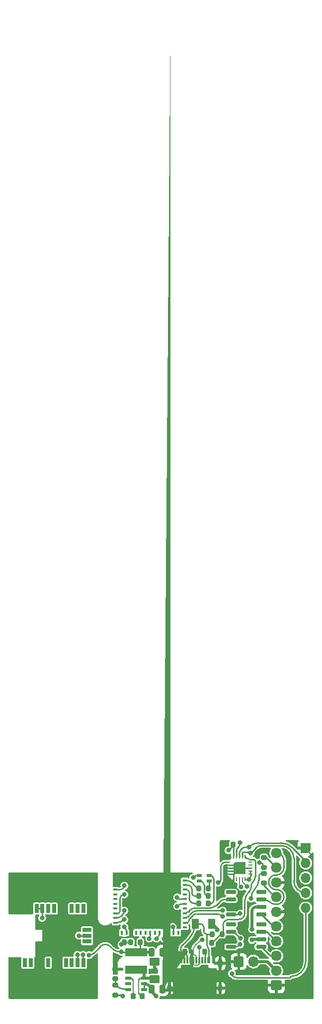
<source format=gbr>
%TF.GenerationSoftware,KiCad,Pcbnew,(6.0.5-0)*%
%TF.CreationDate,2022-08-15T12:21:12+01:00*%
%TF.ProjectId,Bell2,42656c6c-322e-46b6-9963-61645f706362,2*%
%TF.SameCoordinates,Original*%
%TF.FileFunction,Copper,L1,Top*%
%TF.FilePolarity,Positive*%
%FSLAX46Y46*%
G04 Gerber Fmt 4.6, Leading zero omitted, Abs format (unit mm)*
G04 Created by KiCad (PCBNEW (6.0.5-0)) date 2022-08-15 12:21:12*
%MOMM*%
%LPD*%
G01*
G04 APERTURE LIST*
G04 Aperture macros list*
%AMRoundRect*
0 Rectangle with rounded corners*
0 $1 Rounding radius*
0 $2 $3 $4 $5 $6 $7 $8 $9 X,Y pos of 4 corners*
0 Add a 4 corners polygon primitive as box body*
4,1,4,$2,$3,$4,$5,$6,$7,$8,$9,$2,$3,0*
0 Add four circle primitives for the rounded corners*
1,1,$1+$1,$2,$3*
1,1,$1+$1,$4,$5*
1,1,$1+$1,$6,$7*
1,1,$1+$1,$8,$9*
0 Add four rect primitives between the rounded corners*
20,1,$1+$1,$2,$3,$4,$5,0*
20,1,$1+$1,$4,$5,$6,$7,0*
20,1,$1+$1,$6,$7,$8,$9,0*
20,1,$1+$1,$8,$9,$2,$3,0*%
%AMOutline5P*
0 Free polygon, 5 corners , with rotation*
0 The origin of the aperture is its center*
0 number of corners: always 5*
0 $1 to $10 corner X, Y*
0 $11 Rotation angle, in degrees counterclockwise*
0 create outline with 5 corners*
4,1,5,$1,$2,$3,$4,$5,$6,$7,$8,$9,$10,$1,$2,$11*%
%AMOutline6P*
0 Free polygon, 6 corners , with rotation*
0 The origin of the aperture is its center*
0 number of corners: always 6*
0 $1 to $12 corner X, Y*
0 $13 Rotation angle, in degrees counterclockwise*
0 create outline with 6 corners*
4,1,6,$1,$2,$3,$4,$5,$6,$7,$8,$9,$10,$11,$12,$1,$2,$13*%
%AMOutline7P*
0 Free polygon, 7 corners , with rotation*
0 The origin of the aperture is its center*
0 number of corners: always 7*
0 $1 to $14 corner X, Y*
0 $15 Rotation angle, in degrees counterclockwise*
0 create outline with 7 corners*
4,1,7,$1,$2,$3,$4,$5,$6,$7,$8,$9,$10,$11,$12,$13,$14,$1,$2,$15*%
%AMOutline8P*
0 Free polygon, 8 corners , with rotation*
0 The origin of the aperture is its center*
0 number of corners: always 8*
0 $1 to $16 corner X, Y*
0 $17 Rotation angle, in degrees counterclockwise*
0 create outline with 8 corners*
4,1,8,$1,$2,$3,$4,$5,$6,$7,$8,$9,$10,$11,$12,$13,$14,$15,$16,$1,$2,$17*%
%AMFreePoly0*
4,1,43,1.102950,0.110584,1.224483,0.068057,1.333507,-0.000447,1.424553,-0.091493,1.493057,-0.200517,1.535584,-0.322050,1.550000,-0.450000,1.533253,-0.512500,1.487500,-0.558253,1.425000,-0.575000,1.362500,-0.558253,1.316747,-0.512500,1.300000,-0.450000,1.302546,-0.440498,1.287946,-0.348318,1.241208,-0.256589,1.168411,-0.183792,1.076682,-0.137054,0.984502,-0.122454,0.975000,-0.125000,
-0.975000,-0.125000,-0.984502,-0.122454,-1.076682,-0.137054,-1.168411,-0.183792,-1.241208,-0.256589,-1.287946,-0.348318,-1.302546,-0.440498,-1.300000,-0.450000,-1.316747,-0.512500,-1.362500,-0.558253,-1.425000,-0.575000,-1.487500,-0.558253,-1.533253,-0.512500,-1.550000,-0.450000,-1.535584,-0.322050,-1.493057,-0.200517,-1.424553,-0.091493,-1.333507,-0.000447,-1.224483,0.068057,-1.102950,0.110584,
-0.975000,0.125000,0.975000,0.125000,1.102950,0.110584,1.102950,0.110584,$1*%
%AMFreePoly1*
4,1,24,1.812500,0.558253,1.858253,0.512500,1.875000,0.450000,1.860584,0.322050,1.818057,0.200517,1.749553,0.091493,1.658507,0.000447,1.549483,-0.068057,1.427950,-0.110584,1.300000,-0.125000,-1.300000,-0.125000,-1.300000,0.125000,1.300000,0.125000,1.309502,0.122454,1.401682,0.137054,1.493411,0.183792,1.566208,0.256589,1.612946,0.348318,1.627546,0.440498,1.625000,0.450000,
1.641747,0.512500,1.687500,0.558253,1.750000,0.575000,1.812500,0.558253,1.812500,0.558253,$1*%
%AMFreePoly2*
4,1,37,1.095671,1.230970,1.176777,1.176777,1.230970,1.095671,1.250000,1.000000,1.234645,0.804672,1.188955,0.614144,1.114055,0.433095,1.011784,0.265974,0.884654,0.116888,0.735790,-0.010501,0.568848,-0.113064,0.387930,-0.188280,0.197482,-0.234302,0.002181,-0.249998,-0.093523,-0.231135,-0.174723,-0.177083,-0.229058,-0.096072,-0.248255,-0.000434,-0.229392,0.095270,-0.175340,0.176470,
-0.094329,0.230805,0.001309,0.250002,0.013523,0.247595,0.148154,0.261077,0.289312,0.304116,0.419377,0.373837,0.533361,0.467569,0.626893,0.581716,0.696388,0.711902,0.739180,0.853136,0.752428,0.987793,0.750000,1.000000,0.769030,1.095671,0.823223,1.176777,0.904329,1.230970,1.000000,1.250000,1.095671,1.230970,1.095671,1.230970,$1*%
%AMFreePoly3*
4,1,72,4.686553,7.086501,4.817859,7.046669,4.938871,6.981987,5.044939,6.894939,5.131987,6.788871,5.196669,6.667859,5.236501,6.536553,5.249950,6.400000,5.249950,1.600000,5.230924,1.504348,5.176741,1.423259,5.112450,1.380300,5.112450,0.249950,6.600000,0.249950,6.695652,0.230924,6.776741,0.176741,6.830924,0.095652,6.849950,0.000000,6.830924,-0.095652,6.776741,-0.176741,
6.695652,-0.230924,6.600000,-0.249950,0.000000,-0.249950,-0.095652,-0.230924,-0.176741,-0.176741,-0.230924,-0.095652,-0.249950,0.000000,-0.230924,0.095652,-0.176741,0.176741,-0.095652,0.230924,0.000000,0.249950,4.612550,0.249950,4.612550,1.600000,4.631576,1.695652,4.685759,1.776741,4.750050,1.819700,4.750050,6.400000,4.751438,6.406980,4.742631,6.462590,4.713862,6.519052,
4.669052,6.563862,4.612590,6.592631,4.556980,6.601438,4.550000,6.600050,1.550000,6.600050,1.543020,6.601438,1.487410,6.592631,1.430948,6.563862,1.386138,6.519052,1.357369,6.462590,1.348562,6.406980,1.349950,6.400000,1.349950,5.900000,1.330924,5.804348,1.276741,5.723259,1.195652,5.669076,1.100000,5.650050,1.004348,5.669076,0.923259,5.723259,0.869076,5.804348,
0.850050,5.900000,0.850050,6.400000,0.863499,6.536553,0.903331,6.667859,0.968013,6.788871,1.055061,6.894939,1.161129,6.981987,1.282141,7.046669,1.413447,7.086501,1.550000,7.099950,4.550000,7.099950,4.686553,7.086501,4.686553,7.086501,$1*%
G04 Aperture macros list end*
%TA.AperFunction,SMDPad,CuDef*%
%ADD10R,0.600000X1.140000*%
%TD*%
%TA.AperFunction,SMDPad,CuDef*%
%ADD11RoundRect,0.075000X-0.075000X-0.495000X0.075000X-0.495000X0.075000X0.495000X-0.075000X0.495000X0*%
%TD*%
%TA.AperFunction,ComponentPad*%
%ADD12O,0.800000X1.600000*%
%TD*%
%TA.AperFunction,ComponentPad*%
%ADD13O,0.800000X1.300000*%
%TD*%
%TA.AperFunction,SMDPad,CuDef*%
%ADD14R,7.500000X5.250000*%
%TD*%
%TA.AperFunction,ComponentPad*%
%ADD15RoundRect,0.250000X0.675000X-0.600000X0.675000X0.600000X-0.675000X0.600000X-0.675000X-0.600000X0*%
%TD*%
%TA.AperFunction,ComponentPad*%
%ADD16O,1.850000X1.700000*%
%TD*%
%TA.AperFunction,SMDPad,CuDef*%
%ADD17RoundRect,0.200000X-0.200000X-0.275000X0.200000X-0.275000X0.200000X0.275000X-0.200000X0.275000X0*%
%TD*%
%TA.AperFunction,ComponentPad*%
%ADD18RoundRect,0.250000X-0.600000X-0.675000X0.600000X-0.675000X0.600000X0.675000X-0.600000X0.675000X0*%
%TD*%
%TA.AperFunction,ComponentPad*%
%ADD19O,1.700000X1.850000*%
%TD*%
%TA.AperFunction,SMDPad,CuDef*%
%ADD20RoundRect,0.200000X0.200000X0.275000X-0.200000X0.275000X-0.200000X-0.275000X0.200000X-0.275000X0*%
%TD*%
%TA.AperFunction,SMDPad,CuDef*%
%ADD21RoundRect,0.200000X-0.275000X0.200000X-0.275000X-0.200000X0.275000X-0.200000X0.275000X0.200000X0*%
%TD*%
%TA.AperFunction,SMDPad,CuDef*%
%ADD22RoundRect,0.200000X0.275000X-0.200000X0.275000X0.200000X-0.275000X0.200000X-0.275000X-0.200000X0*%
%TD*%
%TA.AperFunction,SMDPad,CuDef*%
%ADD23RoundRect,0.150000X-0.725000X-0.150000X0.725000X-0.150000X0.725000X0.150000X-0.725000X0.150000X0*%
%TD*%
%TA.AperFunction,SMDPad,CuDef*%
%ADD24R,0.700000X1.500000*%
%TD*%
%TA.AperFunction,SMDPad,CuDef*%
%ADD25R,1.500000X0.700000*%
%TD*%
%TA.AperFunction,SMDPad,CuDef*%
%ADD26RoundRect,0.250000X0.375000X0.625000X-0.375000X0.625000X-0.375000X-0.625000X0.375000X-0.625000X0*%
%TD*%
%TA.AperFunction,SMDPad,CuDef*%
%ADD27RoundRect,0.225000X0.225000X0.250000X-0.225000X0.250000X-0.225000X-0.250000X0.225000X-0.250000X0*%
%TD*%
%TA.AperFunction,SMDPad,CuDef*%
%ADD28RoundRect,0.249375X0.625625X-0.463125X0.625625X0.463125X-0.625625X0.463125X-0.625625X-0.463125X0*%
%TD*%
%TA.AperFunction,SMDPad,CuDef*%
%ADD29FreePoly0,90.000000*%
%TD*%
%TA.AperFunction,SMDPad,CuDef*%
%ADD30R,0.500000X2.000000*%
%TD*%
%TA.AperFunction,SMDPad,CuDef*%
%ADD31R,3.700000X1.425000*%
%TD*%
%TA.AperFunction,SMDPad,CuDef*%
%ADD32FreePoly1,90.000000*%
%TD*%
%TA.AperFunction,SMDPad,CuDef*%
%ADD33R,1.100000X0.600000*%
%TD*%
%TA.AperFunction,SMDPad,CuDef*%
%ADD34R,2.000000X0.500000*%
%TD*%
%TA.AperFunction,SMDPad,CuDef*%
%ADD35RoundRect,0.250000X-0.250000X-0.475000X0.250000X-0.475000X0.250000X0.475000X-0.250000X0.475000X0*%
%TD*%
%TA.AperFunction,SMDPad,CuDef*%
%ADD36FreePoly2,90.000000*%
%TD*%
%TA.AperFunction,SMDPad,CuDef*%
%ADD37FreePoly3,90.000000*%
%TD*%
%TA.AperFunction,SMDPad,CuDef*%
%ADD38R,4.000000X0.500000*%
%TD*%
%TA.AperFunction,SMDPad,CuDef*%
%ADD39R,0.850000X0.500000*%
%TD*%
%TA.AperFunction,SMDPad,CuDef*%
%ADD40R,0.800000X0.400000*%
%TD*%
%TA.AperFunction,SMDPad,CuDef*%
%ADD41R,0.400000X0.800000*%
%TD*%
%TA.AperFunction,SMDPad,CuDef*%
%ADD42Outline5P,-0.725000X0.130500X-0.130500X0.725000X0.725000X0.725000X0.725000X-0.725000X-0.725000X-0.725000X0.000000*%
%TD*%
%TA.AperFunction,SMDPad,CuDef*%
%ADD43R,1.450000X1.450000*%
%TD*%
%TA.AperFunction,SMDPad,CuDef*%
%ADD44R,0.700000X0.700000*%
%TD*%
%TA.AperFunction,SMDPad,CuDef*%
%ADD45RoundRect,0.062500X-0.287500X-0.062500X0.287500X-0.062500X0.287500X0.062500X-0.287500X0.062500X0*%
%TD*%
%TA.AperFunction,SMDPad,CuDef*%
%ADD46RoundRect,0.062500X-0.062500X-0.287500X0.062500X-0.287500X0.062500X0.287500X-0.062500X0.287500X0*%
%TD*%
%TA.AperFunction,SMDPad,CuDef*%
%ADD47Outline5P,-1.000000X0.750000X-0.750000X1.000000X1.000000X1.000000X1.000000X-1.000000X-1.000000X-1.000000X0.000000*%
%TD*%
%TA.AperFunction,ComponentPad*%
%ADD48Outline5P,-0.850000X0.850000X0.850000X0.850000X0.850000X-0.850000X-0.340000X-0.850000X-0.850000X-0.340000X90.000000*%
%TD*%
%TA.AperFunction,ComponentPad*%
%ADD49O,1.700000X1.700000*%
%TD*%
%TA.AperFunction,ViaPad*%
%ADD50C,0.800000*%
%TD*%
%TA.AperFunction,Conductor*%
%ADD51C,0.250000*%
%TD*%
%TA.AperFunction,Conductor*%
%ADD52C,0.500000*%
%TD*%
%TA.AperFunction,Conductor*%
%ADD53C,0.200000*%
%TD*%
G04 APERTURE END LIST*
D10*
%TO.P,J1,A1,GND*%
%TO.N,GND*%
X84300000Y-53640000D03*
%TO.P,J1,A4,VBUS*%
%TO.N,VBUS*%
X85100000Y-53640000D03*
D11*
%TO.P,J1,A5,CC1*%
%TO.N,Net-(J1-PadA5)*%
X86250000Y-53640000D03*
%TO.P,J1,A6,D+*%
%TO.N,D+*%
X87250000Y-53640000D03*
%TO.P,J1,A7,D-*%
%TO.N,D-*%
X87750000Y-53640000D03*
%TO.P,J1,A8,SBU1*%
%TO.N,unconnected-(J1-PadA8)*%
X88750000Y-53640000D03*
D10*
%TO.P,J1,A9,VBUS*%
%TO.N,VBUS*%
X89900000Y-53640000D03*
%TO.P,J1,A12,GND*%
%TO.N,GND*%
X90700000Y-53640000D03*
%TO.P,J1,B1,GND*%
X90700000Y-53640000D03*
%TO.P,J1,B4,VBUS*%
%TO.N,VBUS*%
X89900000Y-53640000D03*
D11*
%TO.P,J1,B5,CC2*%
%TO.N,Net-(J1-PadB5)*%
X89250000Y-53640000D03*
%TO.P,J1,B6,D+*%
%TO.N,D+*%
X88250000Y-53640000D03*
%TO.P,J1,B7,D-*%
%TO.N,D-*%
X86750000Y-53640000D03*
%TO.P,J1,B8,SBU2*%
%TO.N,unconnected-(J1-PadB8)*%
X85750000Y-53640000D03*
D10*
%TO.P,J1,B9,VBUS*%
%TO.N,VBUS*%
X85100000Y-53640000D03*
%TO.P,J1,B12,GND*%
%TO.N,GND*%
X84300000Y-53640000D03*
D12*
%TO.P,J1,S1,SHIELD*%
X91820000Y-54220000D03*
X83180000Y-54220000D03*
D13*
X91820000Y-58410000D03*
X83180000Y-58410000D03*
D14*
X87500000Y-57625000D03*
%TD*%
D15*
%TO.P,J3,1,Pin_1*%
%TO.N,GND*%
X101400000Y-57950000D03*
D16*
%TO.P,J3,2,Pin_2*%
%TO.N,+12V*%
X101400000Y-55450000D03*
%TO.P,J3,3,Pin_3*%
%TO.N,BELL*%
X101400000Y-52950000D03*
%TO.P,J3,4,Pin_4*%
%TO.N,STB*%
X101400000Y-50450000D03*
%TO.P,J3,5,Pin_5*%
%TO.N,ENGHOLD*%
X101400000Y-47950000D03*
%TO.P,J3,6,Pin_6*%
%TO.N,GND*%
X101400000Y-45450000D03*
%TO.P,J3,7,Pin_7*%
%TO.N,FAULT*%
X101400000Y-42950000D03*
%TO.P,J3,8,Pin_8*%
%TO.N,GND*%
X101400000Y-40450000D03*
%TO.P,J3,9,Pin_9*%
%TO.N,T*%
X101400000Y-37950000D03*
%TO.P,J3,10,Pin_10*%
%TO.N,~{BACKLIGHT}*%
X101400000Y-35450000D03*
%TD*%
D17*
%TO.P,R3,1*%
%TO.N,Net-(R2-Pad2)*%
X90425000Y-50750000D03*
%TO.P,R3,2*%
%TO.N,GND*%
X92075000Y-50750000D03*
%TD*%
%TO.P,R2,1*%
%TO.N,VBUS*%
X90500000Y-49250000D03*
%TO.P,R2,2*%
%TO.N,Net-(R2-Pad2)*%
X92150000Y-49250000D03*
%TD*%
D18*
%TO.P,J2,1,GND*%
%TO.N,GND*%
X95000000Y-53900000D03*
D19*
%TO.P,J2,2,DC*%
%TO.N,+12V*%
X97500000Y-53900000D03*
%TD*%
D20*
%TO.P,R10,1*%
%TO.N,Net-(D2-Pad4)*%
X89825000Y-42750000D03*
%TO.P,R10,2*%
%TO.N,B*%
X88175000Y-42750000D03*
%TD*%
D21*
%TO.P,R4,1*%
%TO.N,T*%
X99300000Y-36250000D03*
%TO.P,R4,2*%
%TO.N,IN1*%
X99300000Y-37900000D03*
%TD*%
D20*
%TO.P,R9,1*%
%TO.N,Net-(D2-Pad3)*%
X89825000Y-41500000D03*
%TO.P,R9,2*%
%TO.N,G*%
X88175000Y-41500000D03*
%TD*%
D22*
%TO.P,R7,1*%
%TO.N,FAULT*%
X99300000Y-40575000D03*
%TO.P,R7,2*%
%TO.N,IN2*%
X99300000Y-38925000D03*
%TD*%
D20*
%TO.P,C1,1*%
%TO.N,+3V3*%
X94025000Y-34000000D03*
%TO.P,C1,2*%
%TO.N,GND*%
X92475000Y-34000000D03*
%TD*%
D17*
%TO.P,R1,1*%
%TO.N,EN*%
X76575000Y-50600000D03*
%TO.P,R1,2*%
%TO.N,+3V3*%
X78225000Y-50600000D03*
%TD*%
D23*
%TO.P,U4,1,NC*%
%TO.N,unconnected-(U4-Pad1)*%
X93675000Y-42095000D03*
%TO.P,U4,2,IN_A*%
%TO.N,OUT4*%
X93675000Y-43365000D03*
%TO.P,U4,3,GND*%
%TO.N,GND*%
X93675000Y-44635000D03*
%TO.P,U4,4,IN_B*%
%TO.N,OUT3*%
X93675000Y-45905000D03*
%TO.P,U4,5,OUT_B*%
%TO.N,ENGHOLD*%
X98825000Y-45905000D03*
%TO.P,U4,6,V+*%
%TO.N,+12V*%
X98825000Y-44635000D03*
%TO.P,U4,7,OUT_A*%
%TO.N,~{BACKLIGHT}*%
X98825000Y-43365000D03*
%TO.P,U4,8,NC*%
%TO.N,unconnected-(U4-Pad8)*%
X98825000Y-42095000D03*
%TD*%
%TO.P,U3,1,NC*%
%TO.N,unconnected-(U3-Pad1)*%
X93675000Y-47595000D03*
%TO.P,U3,2,IN_A*%
%TO.N,OUT2*%
X93675000Y-48865000D03*
%TO.P,U3,3,GND*%
%TO.N,GND*%
X93675000Y-50135000D03*
%TO.P,U3,4,IN_B*%
%TO.N,OUT1*%
X93675000Y-51405000D03*
%TO.P,U3,5,OUT_B*%
%TO.N,BELL*%
X98825000Y-51405000D03*
%TO.P,U3,6,V+*%
%TO.N,+12V*%
X98825000Y-50135000D03*
%TO.P,U3,7,OUT_A*%
%TO.N,STB*%
X98825000Y-48865000D03*
%TO.P,U3,8,NC*%
%TO.N,unconnected-(U3-Pad8)*%
X98825000Y-47595000D03*
%TD*%
D17*
%TO.P,C7,1*%
%TO.N,GND*%
X73925000Y-50600000D03*
%TO.P,C7,2*%
%TO.N,EN*%
X75475000Y-50600000D03*
%TD*%
D20*
%TO.P,R5,1*%
%TO.N,Net-(J1-PadA5)*%
X85825000Y-52250000D03*
%TO.P,R5,2*%
%TO.N,GND*%
X84175000Y-52250000D03*
%TD*%
D24*
%TO.P,U5,1*%
%TO.N,N/C*%
X68550000Y-44900000D03*
%TO.P,U5,2,3D_FIX*%
%TO.N,unconnected-(U5-Pad2)*%
X67550000Y-44900000D03*
%TO.P,U5,3,I2C_SDA*%
%TO.N,unconnected-(U5-Pad3)*%
X66550000Y-44900000D03*
%TO.P,U5,4,GND*%
%TO.N,GND*%
X65550000Y-44900000D03*
%TO.P,U5,5,GND*%
X64550000Y-44900000D03*
%TO.P,U5,6,I2C_SCL*%
%TO.N,unconnected-(U5-Pad6)*%
X63550000Y-44900000D03*
%TO.P,U5,7,EXTINT0*%
%TO.N,unconnected-(U5-Pad7)*%
X62550000Y-44900000D03*
%TO.P,U5,8,V_BCKP*%
%TO.N,+3V3*%
X61550000Y-44900000D03*
%TO.P,U5,9,VCC*%
X60550000Y-44900000D03*
%TO.P,U5,10,GND*%
%TO.N,GND*%
X59550000Y-44900000D03*
%TO.P,U5,11,GND*%
X58550000Y-44900000D03*
%TO.P,U5,12,GND*%
X57550000Y-44900000D03*
%TO.P,U5,13,GND*%
X56400000Y-44900000D03*
%TO.P,U5,14,GND*%
X56400000Y-54100000D03*
%TO.P,U5,15,GND*%
X57550000Y-54100000D03*
%TO.P,U5,16,RF_OUT*%
%TO.N,unconnected-(U5-Pad16)*%
X58550000Y-54100000D03*
%TO.P,U5,17,RF_IN*%
%TO.N,unconnected-(U5-Pad17)*%
X59550000Y-54100000D03*
%TO.P,U5,18,GND*%
%TO.N,GND*%
X60550000Y-54100000D03*
%TO.P,U5,19,GND*%
X61550000Y-54100000D03*
%TO.P,U5,20,JAM_DET*%
%TO.N,unconnected-(U5-Pad20)*%
X62550000Y-54100000D03*
%TO.P,U5,21,GND*%
%TO.N,GND*%
X63550000Y-54100000D03*
%TO.P,U5,22,GND*%
X64550000Y-54100000D03*
%TO.P,U5,23,~{RESET}*%
%TO.N,unconnected-(U5-Pad23)*%
X65550000Y-54100000D03*
%TO.P,U5,24,GEO_FENCE*%
%TO.N,unconnected-(U5-Pad24)*%
X66550000Y-54100000D03*
%TO.P,U5,25,TXD1*%
%TO.N,GPSTX*%
X67550000Y-54100000D03*
%TO.P,U5,26,RXD1*%
%TO.N,GPSRX*%
X68550000Y-54100000D03*
D25*
%TO.P,U5,27,GND*%
%TO.N,GND*%
X69150000Y-51500000D03*
%TO.P,U5,28,FORCE_ON*%
%TO.N,unconnected-(U5-Pad28)*%
X69150000Y-50500000D03*
%TO.P,U5,29,TIMEPULSE*%
%TO.N,GPSTICK*%
X69150000Y-49500000D03*
%TO.P,U5,30,ANTON*%
%TO.N,unconnected-(U5-Pad30)*%
X69150000Y-48500000D03*
%TO.P,U5,31,GND*%
%TO.N,GND*%
X69150000Y-47500000D03*
%TD*%
D21*
%TO.P,R12,1*%
%TO.N,GND*%
X74000000Y-55175000D03*
%TO.P,R12,2*%
%TO.N,Net-(R11-Pad2)*%
X74000000Y-56825000D03*
%TD*%
D20*
%TO.P,R6,1*%
%TO.N,GND*%
X90825000Y-52250000D03*
%TO.P,R6,2*%
%TO.N,Net-(J1-PadB5)*%
X89175000Y-52250000D03*
%TD*%
D26*
%TO.P,D3,1,K*%
%TO.N,+12V*%
X90400000Y-47500000D03*
%TO.P,D3,2,A*%
%TO.N,VBUS*%
X87600000Y-47500000D03*
%TD*%
D22*
%TO.P,R11,1*%
%TO.N,+3V3*%
X74000000Y-59575000D03*
%TO.P,R11,2*%
%TO.N,Net-(R11-Pad2)*%
X74000000Y-57925000D03*
%TD*%
D27*
%TO.P,U6,*%
%TO.N,*%
X78525000Y-59800000D03*
D28*
X80670000Y-56902500D03*
D29*
X77950000Y-58175000D03*
D30*
X78850000Y-55800000D03*
D31*
X77550000Y-55300000D03*
D32*
X77050000Y-58500000D03*
D33*
X78850000Y-56750000D03*
D27*
X76975000Y-59800000D03*
D34*
X79800000Y-56750000D03*
D33*
X76150000Y-56750000D03*
%TO.P,U6,1,SHDN*%
%TO.N,+12V*%
X78850000Y-58650000D03*
D35*
%TO.P,U6,2,VIN*%
X80100000Y-58550000D03*
D33*
X78850000Y-57700000D03*
D36*
X80050000Y-58760000D03*
D35*
%TO.P,U6,3,GND*%
%TO.N,GND*%
X82000000Y-52300000D03*
X82000000Y-58550000D03*
D37*
X82000000Y-58800000D03*
D28*
X80670000Y-53937500D03*
D33*
X76150000Y-57700000D03*
D38*
%TO.P,U6,4,VOUT*%
%TO.N,+3V3*%
X78300000Y-52300000D03*
D35*
X80100000Y-52300000D03*
D31*
X77550000Y-52300000D03*
D33*
%TO.P,U6,5,FB*%
%TO.N,Net-(R11-Pad2)*%
X76150000Y-58650000D03*
%TD*%
D20*
%TO.P,R8,1*%
%TO.N,Net-(D2-Pad2)*%
X89825000Y-44000000D03*
%TO.P,R8,2*%
%TO.N,R*%
X88175000Y-44000000D03*
%TD*%
D39*
%TO.P,D2,1,A*%
%TO.N,+3V3*%
X88250000Y-39250000D03*
%TO.P,D2,2,RK*%
%TO.N,Net-(D2-Pad2)*%
X90000000Y-39250000D03*
%TO.P,D2,3,GK*%
%TO.N,Net-(D2-Pad3)*%
X90000000Y-40250000D03*
%TO.P,D2,4,BK*%
%TO.N,Net-(D2-Pad4)*%
X88250000Y-40250000D03*
%TD*%
D40*
%TO.P,U1,1,GND*%
%TO.N,GND*%
X74000000Y-40100000D03*
%TO.P,U1,2,GND*%
X74000000Y-40900000D03*
%TO.P,U1,3,3V3*%
%TO.N,+3V3*%
X74000000Y-41700000D03*
%TO.P,U1,4,I36*%
%TO.N,unconnected-(U1-Pad4)*%
X74000000Y-42500000D03*
%TO.P,U1,5,I37*%
%TO.N,unconnected-(U1-Pad5)*%
X74000000Y-43300000D03*
%TO.P,U1,6,I38*%
%TO.N,unconnected-(U1-Pad6)*%
X74000000Y-44100000D03*
%TO.P,U1,7,I39*%
%TO.N,unconnected-(U1-Pad7)*%
X74000000Y-44900000D03*
%TO.P,U1,8,EN*%
%TO.N,EN*%
X74000000Y-45700000D03*
%TO.P,U1,9,I34*%
%TO.N,GPSTICK*%
X74000000Y-46500000D03*
%TO.P,U1,10,I35*%
%TO.N,GPSTX*%
X74000000Y-47300000D03*
%TO.P,U1,11,GND*%
%TO.N,GND*%
X74000000Y-48100000D03*
D41*
%TO.P,U1,12,IO32*%
%TO.N,unconnected-(U1-Pad12)*%
X75100000Y-49000000D03*
%TO.P,U1,13,IO33*%
%TO.N,GPSRX*%
X75900000Y-49000000D03*
%TO.P,U1,14,GND*%
%TO.N,GND*%
X76700000Y-49000000D03*
%TO.P,U1,15,IO25*%
%TO.N,unconnected-(U1-Pad15)*%
X77500000Y-49000000D03*
%TO.P,U1,16,IO26*%
%TO.N,unconnected-(U1-Pad16)*%
X78300000Y-49000000D03*
%TO.P,U1,17,IO27*%
%TO.N,unconnected-(U1-Pad17)*%
X79100000Y-49000000D03*
%TO.P,U1,18,IO14*%
%TO.N,OUT1*%
X79900000Y-49000000D03*
%TO.P,U1,19,IO12*%
%TO.N,unconnected-(U1-Pad19)*%
X80700000Y-49000000D03*
%TO.P,U1,20,IO13*%
%TO.N,OUT2*%
X81500000Y-49000000D03*
%TO.P,U1,21,IO15*%
%TO.N,OUT3*%
X82300000Y-49000000D03*
%TO.P,U1,22,IO2*%
%TO.N,unconnected-(U1-Pad22)*%
X83100000Y-49000000D03*
%TO.P,U1,23,IO0*%
%TO.N,BOOT*%
X83900000Y-49000000D03*
%TO.P,U1,24,IO4*%
%TO.N,unconnected-(U1-Pad24)*%
X84700000Y-49000000D03*
D40*
%TO.P,U1,25,NC*%
%TO.N,unconnected-(U1-Pad25)*%
X85800000Y-48100000D03*
%TO.P,U1,26,IO20*%
%TO.N,IN2*%
X85800000Y-47300000D03*
%TO.P,U1,27,IO7*%
%TO.N,IN1*%
X85800000Y-46500000D03*
%TO.P,U1,28,IO8*%
%TO.N,OUT4*%
X85800000Y-45700000D03*
%TO.P,U1,29,IO5*%
%TO.N,unconnected-(U1-Pad29)*%
X85800000Y-44900000D03*
%TO.P,U1,30,RXD0*%
%TO.N,I*%
X85800000Y-44100000D03*
%TO.P,U1,31,TXD0*%
%TO.N,O*%
X85800000Y-43300000D03*
%TO.P,U1,32,NC*%
%TO.N,unconnected-(U1-Pad32)*%
X85800000Y-42500000D03*
%TO.P,U1,33,IO19*%
%TO.N,R*%
X85800000Y-41700000D03*
%TO.P,U1,34,IO22*%
%TO.N,B*%
X85800000Y-40900000D03*
%TO.P,U1,35,IO21*%
%TO.N,G*%
X85800000Y-40100000D03*
D41*
%TO.P,U1,36,GND*%
%TO.N,GND*%
X84700000Y-39200000D03*
%TO.P,U1,37,GND*%
X83900000Y-39200000D03*
%TO.P,U1,38,GND*%
X83100000Y-39200000D03*
%TO.P,U1,39,GND*%
X82300000Y-39200000D03*
%TO.P,U1,40,GND*%
X81500000Y-39200000D03*
%TO.P,U1,41,GND*%
X80700000Y-39200000D03*
%TO.P,U1,42,GND*%
X79900000Y-39200000D03*
%TO.P,U1,43,GND*%
X79100000Y-39200000D03*
%TO.P,U1,44,GND*%
X78300000Y-39200000D03*
%TO.P,U1,45,GND*%
X77500000Y-39200000D03*
%TO.P,U1,46,GND*%
X76700000Y-39200000D03*
%TO.P,U1,47,GND*%
X75900000Y-39200000D03*
%TO.P,U1,48,GND*%
X75100000Y-39200000D03*
D42*
%TO.P,U1,49,GND*%
X77925000Y-42125000D03*
D43*
X77925000Y-46075000D03*
X81875000Y-46075000D03*
X77925000Y-44100000D03*
X79900000Y-42125000D03*
X79900000Y-46075000D03*
X81875000Y-42125000D03*
X81875000Y-44100000D03*
X79900000Y-44100000D03*
D44*
%TO.P,U1,50,GND*%
X85850000Y-39150000D03*
%TO.P,U1,51,GND*%
X85850000Y-49050000D03*
%TO.P,U1,52,GND*%
X73950000Y-49050000D03*
%TO.P,U1,53,GND*%
X73950000Y-39150000D03*
%TD*%
D45*
%TO.P,U2,1,RXD*%
%TO.N,O*%
X93200000Y-37000000D03*
%TO.P,U2,2,~{RI}*%
%TO.N,GND*%
X93200000Y-37500000D03*
%TO.P,U2,3,GND*%
X93200000Y-38000000D03*
%TO.P,U2,4,~{DSR}*%
X93200000Y-38500000D03*
%TO.P,U2,5,~{DCD}*%
X93200000Y-39000000D03*
D46*
%TO.P,U2,6,~{CTS}*%
X94100000Y-39900000D03*
%TO.P,U2,7,CBUS2*%
%TO.N,unconnected-(U2-Pad7)*%
X94600000Y-39900000D03*
%TO.P,U2,8,USBDP*%
%TO.N,D+*%
X95100000Y-39900000D03*
%TO.P,U2,9,USBDM*%
%TO.N,D-*%
X95600000Y-39900000D03*
%TO.P,U2,10,3V3OUT*%
%TO.N,+3V3*%
X96100000Y-39900000D03*
D45*
%TO.P,U2,11,~{RESET}*%
X97000000Y-39000000D03*
%TO.P,U2,12,VCC*%
X97000000Y-38500000D03*
%TO.P,U2,13,GND*%
%TO.N,GND*%
X97000000Y-38000000D03*
%TO.P,U2,14,CBUS1*%
%TO.N,unconnected-(U2-Pad14)*%
X97000000Y-37500000D03*
%TO.P,U2,15,CBUS0*%
%TO.N,unconnected-(U2-Pad15)*%
X97000000Y-37000000D03*
D46*
%TO.P,U2,16,CBUS3*%
%TO.N,Net-(R2-Pad2)*%
X96100000Y-36100000D03*
%TO.P,U2,17,TXD*%
%TO.N,I*%
X95600000Y-36100000D03*
%TO.P,U2,18,~{DTR}*%
%TO.N,BOOT*%
X95100000Y-36100000D03*
%TO.P,U2,19,~{RTS}*%
%TO.N,EN*%
X94600000Y-36100000D03*
%TO.P,U2,20,VCCIO*%
%TO.N,+3V3*%
X94100000Y-36100000D03*
D47*
%TO.P,U2,21,GND*%
%TO.N,GND*%
X95100000Y-38000000D03*
%TD*%
D48*
%TO.P,J4,1,GND*%
%TO.N,GND*%
X106400000Y-34620000D03*
D49*
%TO.P,J4,2,0*%
%TO.N,BOOT*%
X106400000Y-37160000D03*
%TO.P,J4,3,3V3*%
%TO.N,+3V3*%
X106400000Y-39700000D03*
%TO.P,J4,4,Rx*%
%TO.N,I*%
X106400000Y-42240000D03*
%TO.P,J4,5,Tx*%
%TO.N,O*%
X106400000Y-44780000D03*
%TD*%
D50*
%TO.N,GND*%
X69500000Y-46250000D03*
X103500000Y-37000000D03*
X84500000Y-41800000D03*
X94700000Y-37600000D03*
X75500000Y-44000000D03*
X72250000Y-50250000D03*
X93324500Y-36200000D03*
X80744484Y-55215500D03*
X87000000Y-50750000D03*
X98900000Y-35000000D03*
X84500000Y-45600000D03*
X72250000Y-49250000D03*
X95115000Y-44635000D03*
%TO.N,+3V3*%
X96750000Y-40000000D03*
X87250000Y-39624500D03*
X69500000Y-52800000D03*
X75250000Y-59750000D03*
X75500000Y-41000000D03*
X61500000Y-46500000D03*
X93250000Y-35000000D03*
X75000000Y-52250000D03*
%TO.N,+12V*%
X97250000Y-50250000D03*
X80890000Y-59750000D03*
X97250000Y-48400000D03*
X91325000Y-48476426D03*
%TO.N,D-*%
X88750000Y-50250000D03*
X96373278Y-41190964D03*
%TO.N,D+*%
X88250000Y-51500000D03*
X95374143Y-41218077D03*
%TO.N,OUT1*%
X79750000Y-50000000D03*
X95250000Y-51000000D03*
%TO.N,OUT3*%
X95250000Y-45750000D03*
X82250000Y-50000000D03*
%TO.N,O*%
X93830000Y-55940000D03*
X91500000Y-40500000D03*
X84500000Y-43000000D03*
%TO.N,I*%
X97006908Y-35468493D03*
X84500000Y-44500000D03*
%TO.N,OUT2*%
X81000000Y-50000000D03*
X95262299Y-49987701D03*
%TO.N,EN*%
X75500000Y-42500000D03*
X75000000Y-51000000D03*
X95237701Y-33737701D03*
%TO.N,BOOT*%
X96700000Y-34450000D03*
X83750000Y-48000000D03*
%TO.N,IN2*%
X92227991Y-46256131D03*
X97100000Y-43200000D03*
%TO.N,IN1*%
X98528748Y-37076845D03*
X92250000Y-45250000D03*
%TO.N,GPSTX*%
X75500000Y-46750000D03*
X67500000Y-52750000D03*
%TO.N,GPSTICK*%
X67750000Y-49500000D03*
X75500000Y-45250000D03*
%TO.N,GPSRX*%
X68500000Y-52750000D03*
X75500000Y-48000000D03*
%TD*%
D51*
%TO.N,GND*%
X97000000Y-38000000D02*
X95100000Y-38000000D01*
X75800000Y-49800000D02*
X74400000Y-49800000D01*
X93200000Y-37500000D02*
X94600000Y-37500000D01*
X73950000Y-49050000D02*
X73950000Y-49350000D01*
X106400000Y-34620000D02*
X106836324Y-35056324D01*
X93675000Y-50135000D02*
X92690000Y-50135000D01*
X95000000Y-38000000D02*
X95100000Y-38000000D01*
X94100000Y-40968534D02*
X95074044Y-41942578D01*
X93200000Y-38500000D02*
X94600000Y-38500000D01*
X75800000Y-49800000D02*
X75900000Y-49800000D01*
X95115000Y-41950901D02*
X95115000Y-44635000D01*
X93200000Y-39000000D02*
X94100000Y-39000000D01*
X104970000Y-43690000D02*
X104489864Y-44170136D01*
D52*
X80670000Y-55141016D02*
X80744484Y-55215500D01*
D51*
X92690000Y-50135000D02*
X92075000Y-50750000D01*
X95106677Y-41942578D02*
X95115000Y-41950901D01*
D52*
X74000000Y-55175000D02*
X75039645Y-55175000D01*
D51*
X107600000Y-36900000D02*
X107600000Y-41660000D01*
X107583450Y-42717560D02*
X106695521Y-43605489D01*
X95074044Y-41942578D02*
X95106677Y-41942578D01*
X77850000Y-42150000D02*
X77850000Y-44100000D01*
X95115000Y-44635000D02*
X93675000Y-44635000D01*
D52*
X80670000Y-53937500D02*
X80670000Y-55141016D01*
D51*
X107600000Y-41660000D02*
X107583450Y-42717560D01*
X90700000Y-53640000D02*
X90700000Y-52551776D01*
X93200000Y-38000000D02*
X95000000Y-38000000D01*
X94100000Y-39900000D02*
X94100000Y-40968534D01*
X94100000Y-39000000D02*
X95100000Y-38000000D01*
X106695521Y-43605489D02*
X105174027Y-43605489D01*
X79800000Y-42150000D02*
X77850000Y-42150000D01*
X94100000Y-39900000D02*
X94100000Y-39000000D01*
X75249990Y-55250010D02*
G75*
G03*
X75068934Y-55175000I-181090J-181090D01*
G01*
X104969992Y-43689992D02*
G75*
G02*
X105174027Y-43605489I204008J-204008D01*
G01*
X76700000Y-49000000D02*
G75*
G02*
X75900000Y-49800000I-800000J0D01*
G01*
X90825007Y-52250007D02*
G75*
G03*
X90700000Y-52551776I301793J-301793D01*
G01*
X101400000Y-45450007D02*
G75*
G03*
X104489863Y-44170135I0J4369707D01*
G01*
X74400000Y-49800000D02*
G75*
G02*
X73950000Y-49350000I0J450000D01*
G01*
D52*
X75099987Y-55200013D02*
G75*
G03*
X75039645Y-55175000I-60387J-60387D01*
G01*
D51*
X107599985Y-36900000D02*
G75*
G03*
X106836324Y-35056324I-2607385J0D01*
G01*
%TO.N,+3V3*%
X94025000Y-34000000D02*
X94025000Y-34225000D01*
X94100000Y-36100000D02*
X94100000Y-34181066D01*
X70268198Y-52481802D02*
X71396446Y-51353554D01*
X77550000Y-52300000D02*
X75050000Y-52300000D01*
X94025000Y-34225000D02*
X93250000Y-35000000D01*
X74707106Y-52250000D02*
X75000000Y-52250000D01*
X96100000Y-39937500D02*
X96599112Y-39937500D01*
X97037500Y-39000000D02*
X97037500Y-39305914D01*
X88250000Y-39250000D02*
X88154122Y-39250000D01*
X74000000Y-59575000D02*
X74827513Y-59575000D01*
X74800000Y-41700000D02*
X74000000Y-41700000D01*
X73103554Y-51353553D02*
X73500000Y-51750000D01*
X61550000Y-44900000D02*
X60550000Y-44900000D01*
X97000000Y-38500000D02*
X97000000Y-39000000D01*
X61500000Y-46500000D02*
X61500000Y-44950000D01*
X78225000Y-50600000D02*
X78225000Y-51625000D01*
X70268199Y-52481803D02*
G75*
G02*
X69500000Y-52800000I-768199J768203D01*
G01*
X73103552Y-51353555D02*
G75*
G03*
X72250000Y-51000000I-853552J-853545D01*
G01*
X94024990Y-34000010D02*
G75*
G02*
X94100000Y-34181066I-181090J-181090D01*
G01*
X75249996Y-59750004D02*
G75*
G03*
X74827513Y-59575000I-422496J-422496D01*
G01*
X77550000Y-52300000D02*
G75*
G03*
X78225000Y-51625000I0J675000D01*
G01*
X74707106Y-52249997D02*
G75*
G02*
X73500000Y-51750000I-6J1707097D01*
G01*
X87249993Y-39624493D02*
G75*
G02*
X88154122Y-39250000I904107J-904107D01*
G01*
X96749997Y-40000003D02*
G75*
G03*
X96599112Y-39937500I-150897J-150897D01*
G01*
X96749996Y-39999996D02*
G75*
G03*
X97037500Y-39305914I-694096J694096D01*
G01*
X75000000Y-52250000D02*
G75*
G03*
X75050000Y-52300000I50000J0D01*
G01*
X61550000Y-44900000D02*
G75*
G03*
X61500000Y-44950000I0J-50000D01*
G01*
X74800000Y-41700000D02*
G75*
G03*
X75500000Y-41000000I0J700000D01*
G01*
X72250000Y-50999999D02*
G75*
G03*
X71396447Y-51353555I0J-1207101D01*
G01*
%TO.N,VBUS*%
X87512500Y-47555609D02*
X87512500Y-47500000D01*
X89900000Y-53640000D02*
X89900000Y-51862132D01*
X85418198Y-51081802D02*
X86500000Y-50000000D01*
X87512500Y-47500000D02*
X88500000Y-47500000D01*
X85100000Y-53640000D02*
X85100000Y-51850000D01*
X89000000Y-48700000D02*
X89000000Y-48000000D01*
X90500000Y-49250000D02*
X89550000Y-49250000D01*
X89550000Y-51017158D02*
X89550000Y-49250000D01*
X89550018Y-51017158D02*
G75*
G03*
X89750000Y-51500000I682782J-42D01*
G01*
X89750009Y-51499991D02*
G75*
G02*
X89900000Y-51862132I-362109J-362109D01*
G01*
X87512503Y-47555609D02*
G75*
G02*
X86500000Y-50000000I-3456903J9D01*
G01*
X85418197Y-51081801D02*
G75*
G03*
X85100000Y-51850000I768203J-768199D01*
G01*
X88500000Y-47500000D02*
G75*
G02*
X89000000Y-48000000I0J-500000D01*
G01*
X89000000Y-48700000D02*
G75*
G03*
X89550000Y-49250000I550000J0D01*
G01*
D52*
%TO.N,+12V*%
X98825000Y-50135000D02*
X97527634Y-50135000D01*
X99850000Y-53900000D02*
X101400000Y-55450000D01*
X91325000Y-48476426D02*
X91325000Y-48337500D01*
X91325000Y-48337500D02*
X90487500Y-47500000D01*
X97250000Y-48400000D02*
X97250000Y-45250000D01*
X97500000Y-53900000D02*
X99850000Y-53900000D01*
X97865000Y-44635000D02*
X98825000Y-44635000D01*
X80890000Y-59750000D02*
X80389914Y-59249914D01*
D51*
X78850000Y-57700000D02*
X78850000Y-58650000D01*
D52*
X97865000Y-44635000D02*
G75*
G03*
X97250000Y-45250000I0J-615000D01*
G01*
X80099992Y-58550000D02*
G75*
G03*
X80389914Y-59249914I989808J0D01*
G01*
X97249990Y-50249990D02*
G75*
G02*
X97527634Y-50135000I277610J-277610D01*
G01*
D51*
%TO.N,Net-(J1-PadA5)*%
X86250000Y-53640000D02*
X86250000Y-53276040D01*
X85825012Y-52249988D02*
G75*
G02*
X86250000Y-53276040I-1026012J-1026012D01*
G01*
%TO.N,Net-(J1-PadB5)*%
X89250000Y-53640000D02*
X89250000Y-52431066D01*
X89174990Y-52250010D02*
G75*
G02*
X89250000Y-52431066I-181090J-181090D01*
G01*
D53*
%TO.N,D-*%
X87480131Y-52770480D02*
X87270480Y-52770480D01*
X87603553Y-51146446D02*
X88323223Y-50426777D01*
X87750000Y-53640000D02*
X87750000Y-53040349D01*
X87250000Y-52721037D02*
X87250000Y-52000000D01*
X86750000Y-53640000D02*
X86750000Y-53040349D01*
X96373278Y-41190964D02*
X95600000Y-40417686D01*
X87019869Y-52770480D02*
X87270480Y-52770480D01*
X95600000Y-40417686D02*
X95600000Y-39937500D01*
X87603555Y-51146448D02*
G75*
G03*
X87250000Y-52000000I853545J-853552D01*
G01*
X87249968Y-52721037D02*
G75*
G03*
X87270481Y-52770479I69932J37D01*
G01*
X87480131Y-52770400D02*
G75*
G02*
X87750000Y-53040349I-31J-269900D01*
G01*
X88750000Y-50250014D02*
G75*
G03*
X88323223Y-50426777I0J-603586D01*
G01*
X87019869Y-52770400D02*
G75*
G03*
X86750000Y-53040349I31J-269900D01*
G01*
%TO.N,D+*%
X88250000Y-53640000D02*
X88250000Y-51500000D01*
X88250000Y-53640000D02*
X88250000Y-54239651D01*
X87250000Y-53640000D02*
X87250000Y-54239651D01*
X87519869Y-54509520D02*
X87980131Y-54509520D01*
X95100000Y-39900000D02*
X95100000Y-40556238D01*
X87519869Y-54509600D02*
G75*
G02*
X87250000Y-54239651I31J269900D01*
G01*
X87980131Y-54509600D02*
G75*
G03*
X88250000Y-54239651I-31J269900D01*
G01*
X95374158Y-41218062D02*
G75*
G02*
X95100000Y-40556238I661842J661862D01*
G01*
D51*
%TO.N,OUT1*%
X79900000Y-49000000D02*
X79900000Y-49637868D01*
X94272244Y-51405000D02*
X93675000Y-51405000D01*
X94272244Y-51405018D02*
G75*
G03*
X95250000Y-51000000I-44J1382818D01*
G01*
X79750009Y-50000009D02*
G75*
G03*
X79900000Y-49637868I-362109J362109D01*
G01*
%TO.N,OUT4*%
X86382293Y-45458807D02*
X86453002Y-45388097D01*
X90100000Y-44800000D02*
X87635844Y-44800000D01*
X91750000Y-43750000D02*
X91124264Y-44375736D01*
X86620549Y-45220549D02*
X86453002Y-45388097D01*
X93675000Y-43365000D02*
X92679472Y-43365000D01*
X90100000Y-44800008D02*
G75*
G03*
X91124264Y-44375736I0J1448508D01*
G01*
X91750008Y-43750008D02*
G75*
G02*
X92679472Y-43365000I929492J-929492D01*
G01*
X86620536Y-45220536D02*
G75*
G02*
X87635844Y-44800000I1015264J-1015264D01*
G01*
X86382295Y-45458809D02*
G75*
G02*
X85800000Y-45700000I-582295J582309D01*
G01*
%TO.N,OUT3*%
X93675000Y-45905000D02*
X94875797Y-45905000D01*
X82300000Y-49000000D02*
X82300000Y-49879290D01*
X82250003Y-50000003D02*
G75*
G03*
X82300000Y-49879290I-120703J120703D01*
G01*
X95250001Y-45750001D02*
G75*
G02*
X94875797Y-45905000I-374201J374201D01*
G01*
%TO.N,O*%
X103685480Y-56624520D02*
X94514520Y-56624520D01*
X91949520Y-40050480D02*
X91949520Y-37853152D01*
X106400000Y-44780000D02*
X106400000Y-53910000D01*
X93200000Y-37000000D02*
X92802672Y-37000000D01*
X84800000Y-43300000D02*
X85800000Y-43300000D01*
X103870000Y-56440000D02*
X103685480Y-56624520D01*
X84800000Y-43300000D02*
G75*
G02*
X84500000Y-43000000I0J300000D01*
G01*
X91949500Y-40050480D02*
G75*
G02*
X91500000Y-40500000I-449500J-20D01*
G01*
X91949500Y-37853152D02*
G75*
G02*
X92802672Y-37000000I853200J-48D01*
G01*
X103870000Y-56440000D02*
G75*
G03*
X106400000Y-53910000I0J2530000D01*
G01*
X93829980Y-55940000D02*
G75*
G03*
X94514520Y-56624520I684520J0D01*
G01*
%TO.N,I*%
X102200000Y-34200000D02*
X98865685Y-34200000D01*
X95600000Y-36062500D02*
X95600000Y-35600000D01*
X85800000Y-44100000D02*
X85465685Y-44100000D01*
X95900000Y-35300000D02*
X96600130Y-35300000D01*
X97900000Y-34600000D02*
X97048902Y-35451098D01*
X104400000Y-40240000D02*
X104400000Y-36400000D01*
X97900004Y-34600004D02*
G75*
G02*
X98865685Y-34200000I965696J-965696D01*
G01*
X95900000Y-35300000D02*
G75*
G03*
X95600000Y-35600000I0J-300000D01*
G01*
X97006899Y-35468502D02*
G75*
G03*
X96600130Y-35300000I-406799J-406798D01*
G01*
X102200000Y-34200000D02*
G75*
G02*
X104400000Y-36400000I0J-2200000D01*
G01*
X104400000Y-40240000D02*
G75*
G03*
X106400000Y-42240000I2000000J0D01*
G01*
X97006908Y-35468496D02*
G75*
G03*
X97048901Y-35451097I-8J59396D01*
G01*
X84500004Y-44500004D02*
G75*
G02*
X85465685Y-44100000I965696J-965696D01*
G01*
%TO.N,OUT2*%
X81146447Y-49853554D02*
X81000000Y-50000000D01*
X94468119Y-49193520D02*
X95262299Y-49987701D01*
X94468110Y-49193529D02*
G75*
G03*
X93675000Y-48865000I-793110J-793071D01*
G01*
X81146445Y-49853552D02*
G75*
G03*
X81500000Y-49000000I-853545J853552D01*
G01*
%TO.N,EN*%
X75475000Y-50600000D02*
X75400000Y-50600000D01*
X74750000Y-43250000D02*
X74750000Y-45399022D01*
X94962711Y-34401584D02*
X94932148Y-34432148D01*
X94600000Y-35234024D02*
X94600000Y-36100000D01*
X76575000Y-50600000D02*
X75475000Y-50600000D01*
X74449022Y-45700000D02*
X74000000Y-45700000D01*
X94962717Y-34401590D02*
G75*
G03*
X95237701Y-33737701I-663917J663890D01*
G01*
X74449022Y-45700000D02*
G75*
G03*
X74750000Y-45399022I-22J301000D01*
G01*
X74750000Y-43250000D02*
G75*
G02*
X75500000Y-42500000I750000J0D01*
G01*
X94600011Y-35234024D02*
G75*
G02*
X94932149Y-34432149I1133989J24D01*
G01*
X75000000Y-51000000D02*
G75*
G02*
X75400000Y-50600000I400000J0D01*
G01*
%TO.N,BOOT*%
X104192940Y-34591803D02*
X106400000Y-36798865D01*
X96700000Y-34450000D02*
X96294974Y-34450000D01*
X83900000Y-49000000D02*
X83900000Y-48362132D01*
X95100000Y-35644974D02*
X95100000Y-36062500D01*
X98357528Y-33742472D02*
X102142472Y-33742472D01*
X106400000Y-36798865D02*
X106400000Y-37160000D01*
X96700000Y-34450000D02*
X96735776Y-34414224D01*
X95099990Y-35644974D02*
G75*
G02*
X95450000Y-34800000I1195010J-26D01*
G01*
X104192960Y-34591783D02*
G75*
G03*
X102142472Y-33742472I-2050460J-2050517D01*
G01*
X98357528Y-33742500D02*
G75*
G03*
X96735777Y-34414225I-28J-2293500D01*
G01*
X83750009Y-47999991D02*
G75*
G02*
X83900000Y-48362132I-362109J-362109D01*
G01*
X95450007Y-34800007D02*
G75*
G02*
X96294974Y-34450000I844993J-844993D01*
G01*
%TO.N,IN2*%
X86750000Y-46500000D02*
X86652257Y-46597743D01*
X98400000Y-39500000D02*
X98400000Y-40051472D01*
X92227991Y-46256131D02*
X92177410Y-46205550D01*
X99300000Y-38925000D02*
X98975000Y-38925000D01*
X87190967Y-46059032D02*
X86750000Y-46500000D01*
X97100000Y-43189949D02*
X97100000Y-43200000D01*
X91199510Y-45800490D02*
X87815144Y-45800490D01*
X85800000Y-47300000D02*
X86200000Y-47300000D01*
X97800008Y-41500008D02*
G75*
G03*
X98400000Y-40051472I-1448508J1448508D01*
G01*
X86200000Y-47299980D02*
G75*
G03*
X86475480Y-47024520I0J275480D01*
G01*
X91199510Y-45800499D02*
G75*
G02*
X92177409Y-46205551I-10J-1383001D01*
G01*
X86475485Y-47024520D02*
G75*
G02*
X86652257Y-46597743I603515J20D01*
G01*
X97100021Y-43189949D02*
G75*
G02*
X97800000Y-41500000I2389879J49D01*
G01*
X98400000Y-39500000D02*
G75*
G02*
X98975000Y-38925000I575000J0D01*
G01*
X87190947Y-46059012D02*
G75*
G02*
X87815144Y-45800490I624153J-624188D01*
G01*
%TO.N,IN1*%
X99300000Y-37900000D02*
X99300000Y-37848097D01*
X88050000Y-45250000D02*
X92250000Y-45250000D01*
X86855026Y-45744975D02*
X86312132Y-46287868D01*
X98528748Y-37076800D02*
G75*
G02*
X99300000Y-37848097I-48J-771300D01*
G01*
X86855015Y-45744964D02*
G75*
G02*
X88050000Y-45250000I1194985J-1195036D01*
G01*
X86312139Y-46287875D02*
G75*
G02*
X85800000Y-46500000I-512139J512175D01*
G01*
%TO.N,~{BACKLIGHT}*%
X101300000Y-39200000D02*
X101400000Y-39200000D01*
X101500000Y-41700000D02*
X101400000Y-41700000D01*
X101500000Y-41700000D02*
X101300000Y-41700000D01*
X102700000Y-37900000D02*
X102700000Y-36750000D01*
X100034314Y-43634315D02*
X100000000Y-43600000D01*
X99432660Y-43365000D02*
X98825000Y-43365000D01*
X99432660Y-43365017D02*
G75*
G02*
X100000000Y-43600000I40J-802283D01*
G01*
X102700000Y-37900000D02*
G75*
G02*
X101400000Y-39200000I-1300000J0D01*
G01*
X100034308Y-43634321D02*
G75*
G03*
X101400000Y-44200000I1365692J1365721D01*
G01*
X102700000Y-42900000D02*
G75*
G03*
X101500000Y-41700000I-1200000J0D01*
G01*
X100100000Y-40400000D02*
G75*
G03*
X101400000Y-41700000I1300000J0D01*
G01*
X101400000Y-35450000D02*
G75*
G02*
X102700000Y-36750000I0J-1300000D01*
G01*
X101300000Y-39200000D02*
G75*
G03*
X100100000Y-40400000I0J-1200000D01*
G01*
X102700000Y-42900000D02*
G75*
G02*
X101400000Y-44200000I-1300000J0D01*
G01*
%TO.N,T*%
X99700000Y-36250000D02*
X101400000Y-37950000D01*
%TO.N,FAULT*%
X99300000Y-40970430D02*
X99985768Y-41656198D01*
X101212928Y-42950000D02*
X101400000Y-42950000D01*
X100054997Y-41792069D02*
X101212928Y-42950000D01*
X99300000Y-40575000D02*
X99300000Y-40970430D01*
X99985768Y-41656198D02*
X100054997Y-41792069D01*
%TO.N,ENGHOLD*%
X100870000Y-47950000D02*
X98825000Y-45905000D01*
X101400000Y-47950000D02*
X100870000Y-47950000D01*
%TO.N,STB*%
X99815000Y-48865000D02*
X98825000Y-48865000D01*
X101400000Y-50450000D02*
X99815000Y-48865000D01*
%TO.N,BELL*%
X100370000Y-52950000D02*
X98825000Y-51405000D01*
X101400000Y-52950000D02*
X100370000Y-52950000D01*
%TO.N,Net-(D2-Pad3)*%
X90000000Y-41325000D02*
X89825000Y-41500000D01*
X90000000Y-40250000D02*
X90000000Y-41325000D01*
%TO.N,Net-(D2-Pad2)*%
X90749511Y-39949511D02*
X90749511Y-43550489D01*
X90300000Y-44000000D02*
X89825000Y-44000000D01*
X90000000Y-39250000D02*
X90050000Y-39250000D01*
X90749500Y-39949511D02*
G75*
G03*
X90050000Y-39250000I-699500J11D01*
G01*
X90300000Y-44000011D02*
G75*
G03*
X90749511Y-43550489I0J449511D01*
G01*
%TO.N,G*%
X85800000Y-40100000D02*
X85963604Y-40100000D01*
X87050000Y-40550000D02*
X87876256Y-41376256D01*
X87049999Y-40550001D02*
G75*
G03*
X85963604Y-40100000I-1086399J-1086399D01*
G01*
X88175000Y-41499996D02*
G75*
G02*
X87876256Y-41376256I0J422496D01*
G01*
%TO.N,B*%
X86350000Y-40900000D02*
X85700000Y-40900000D01*
X87450000Y-42750000D02*
X88175000Y-42750000D01*
X87000000Y-41550000D02*
X87000000Y-42300000D01*
X87450000Y-42750000D02*
G75*
G02*
X87000000Y-42300000I0J450000D01*
G01*
X87000000Y-41550000D02*
G75*
G03*
X86350000Y-40900000I-650000J0D01*
G01*
%TO.N,R*%
X86550317Y-42150317D02*
X86550317Y-43150317D01*
X87400000Y-44000000D02*
X88175000Y-44000000D01*
X85800000Y-41700000D02*
X86100000Y-41700000D01*
X87400000Y-43999983D02*
G75*
G02*
X86550317Y-43150317I0J849683D01*
G01*
X86550300Y-42150317D02*
G75*
G03*
X86100000Y-41700000I-450300J17D01*
G01*
%TO.N,Net-(R2-Pad2)*%
X97382843Y-40417158D02*
X97400000Y-40400000D01*
X96000000Y-45750000D02*
X96000000Y-43789949D01*
X92150000Y-49250000D02*
X92295840Y-49104160D01*
X92295840Y-49104160D02*
X92295840Y-47798561D01*
X91925000Y-49250000D02*
X90425000Y-50750000D01*
X97100000Y-41250000D02*
X97100000Y-41100000D01*
X97547808Y-36550480D02*
X96849520Y-36550480D01*
X97800000Y-39434315D02*
X97800000Y-36802672D01*
X93344401Y-46750000D02*
X95000000Y-46750000D01*
X96339026Y-36339026D02*
X96100000Y-36100000D01*
X96700000Y-42100000D02*
X96781802Y-42018198D01*
X92150000Y-49250000D02*
X91925000Y-49250000D01*
X97099998Y-41250000D02*
G75*
G02*
X96781801Y-42018197I-1086398J0D01*
G01*
X93344401Y-46750040D02*
G75*
G03*
X92295840Y-47798561I-1J-1048560D01*
G01*
X97382839Y-40417154D02*
G75*
G03*
X97100000Y-41100000I682861J-682846D01*
G01*
X97800006Y-39434315D02*
G75*
G02*
X97400000Y-40400000I-1365706J15D01*
G01*
X96000000Y-45750000D02*
G75*
G02*
X95000000Y-46750000I-1000000J0D01*
G01*
X96699986Y-42099986D02*
G75*
G03*
X96000000Y-43789949I1689914J-1689914D01*
G01*
X96339009Y-36339043D02*
G75*
G03*
X96849520Y-36550480I510491J510543D01*
G01*
X97547808Y-36550500D02*
G75*
G02*
X97800000Y-36802672I-8J-252200D01*
G01*
%TO.N,Net-(D2-Pad4)*%
X89100480Y-40925480D02*
X89100480Y-42025480D01*
X88250000Y-40250000D02*
X88425000Y-40250000D01*
X89100500Y-40925480D02*
G75*
G03*
X88425000Y-40250000I-675500J-20D01*
G01*
X89100500Y-42025480D02*
G75*
G03*
X89825000Y-42750000I724500J-20D01*
G01*
%TO.N,Net-(R11-Pad2)*%
X75750304Y-58650000D02*
X76150000Y-58650000D01*
X74000000Y-56825000D02*
X74000000Y-57925000D01*
X75750304Y-58649997D02*
G75*
G02*
X74000001Y-57924999I-4J2475297D01*
G01*
%TO.N,GPSTX*%
X67500000Y-52750000D02*
X67500000Y-54050000D01*
X74000000Y-47300000D02*
X74172183Y-47300000D01*
X75500005Y-46750005D02*
G75*
G02*
X74172183Y-47300000I-1327805J1327805D01*
G01*
X67550000Y-54100000D02*
G75*
G02*
X67500000Y-54050000I0J50000D01*
G01*
%TO.N,GPSTICK*%
X67750000Y-49500000D02*
X69150000Y-49500000D01*
X74190381Y-46500000D02*
X74000000Y-46500000D01*
X74975000Y-46175000D02*
X75217157Y-45932843D01*
X75499995Y-45250000D02*
G75*
G02*
X75217156Y-45932842I-965695J0D01*
G01*
X74190381Y-46499991D02*
G75*
G03*
X74974999Y-46174999I19J1109591D01*
G01*
%TO.N,GPSRX*%
X75900000Y-49000000D02*
X75900000Y-48965685D01*
X68500000Y-52750000D02*
X68500000Y-54050000D01*
X75499996Y-48000004D02*
G75*
G02*
X75900000Y-48965685I-965696J-965696D01*
G01*
X68550000Y-54100000D02*
G75*
G02*
X68500000Y-54050000I0J50000D01*
G01*
%TD*%
%TA.AperFunction,Conductor*%
%TO.N,GND*%
G36*
X102483969Y-34600224D02*
G01*
X102664242Y-34636082D01*
X102679908Y-34640280D01*
X102702620Y-34647989D01*
X102890510Y-34711770D01*
X102905495Y-34717977D01*
X103104960Y-34816342D01*
X103119007Y-34824452D01*
X103303928Y-34948012D01*
X103316794Y-34957885D01*
X103484011Y-35104530D01*
X103495470Y-35115989D01*
X103558775Y-35188174D01*
X103642114Y-35283204D01*
X103651988Y-35296072D01*
X103775548Y-35480993D01*
X103783658Y-35495040D01*
X103882023Y-35694505D01*
X103888230Y-35709490D01*
X103959720Y-35920090D01*
X103963918Y-35935757D01*
X104002926Y-36131864D01*
X104007306Y-36153885D01*
X104009421Y-36169945D01*
X104022224Y-36365281D01*
X104021346Y-36384433D01*
X104021346Y-36390359D01*
X104019819Y-36400000D01*
X104021346Y-36409640D01*
X104021346Y-36409642D01*
X104022973Y-36419915D01*
X104024500Y-36439312D01*
X104024500Y-40200688D01*
X104022973Y-40220085D01*
X104019819Y-40240000D01*
X104020367Y-40243463D01*
X104037510Y-40526858D01*
X104038184Y-40530538D01*
X104038185Y-40530543D01*
X104055955Y-40627511D01*
X104089312Y-40809533D01*
X104174809Y-41083904D01*
X104176352Y-41087333D01*
X104176353Y-41087335D01*
X104201048Y-41142205D01*
X104292755Y-41345968D01*
X104374639Y-41481421D01*
X104424430Y-41563785D01*
X104441428Y-41591904D01*
X104618663Y-41818127D01*
X104821873Y-42021337D01*
X105048096Y-42198572D01*
X105051299Y-42200508D01*
X105051300Y-42200509D01*
X105249686Y-42320437D01*
X105296873Y-42371965D01*
X105308009Y-42407155D01*
X105308021Y-42407229D01*
X105308392Y-42412894D01*
X105358178Y-42608928D01*
X105360554Y-42614082D01*
X105440403Y-42787285D01*
X105442856Y-42792607D01*
X105559588Y-42957780D01*
X105704466Y-43098913D01*
X105872637Y-43211282D01*
X106058470Y-43291122D01*
X106154502Y-43312852D01*
X106250193Y-43334505D01*
X106250195Y-43334505D01*
X106255740Y-43335760D01*
X106373135Y-43340372D01*
X106452161Y-43343477D01*
X106452163Y-43343477D01*
X106457842Y-43343700D01*
X106463462Y-43342885D01*
X106463465Y-43342885D01*
X106652387Y-43315493D01*
X106652389Y-43315493D01*
X106658007Y-43314678D01*
X106663384Y-43312853D01*
X106663387Y-43312852D01*
X106761475Y-43279555D01*
X106849531Y-43249664D01*
X106967709Y-43183482D01*
X107021048Y-43153611D01*
X107021050Y-43153610D01*
X107026001Y-43150837D01*
X107055748Y-43126097D01*
X107177138Y-43025137D01*
X107181505Y-43021505D01*
X107242310Y-42948395D01*
X107307206Y-42870367D01*
X107307207Y-42870366D01*
X107310837Y-42866001D01*
X107323330Y-42843694D01*
X107406886Y-42694491D01*
X107409664Y-42689531D01*
X107453114Y-42561533D01*
X107472852Y-42503387D01*
X107472853Y-42503384D01*
X107474678Y-42498007D01*
X107479628Y-42463871D01*
X107502783Y-42304167D01*
X107524493Y-42256780D01*
X107506523Y-42228818D01*
X107502020Y-42205229D01*
X107490568Y-42080601D01*
X107486708Y-42038591D01*
X107451424Y-41913482D01*
X107433352Y-41849403D01*
X107433351Y-41849400D01*
X107431807Y-41843926D01*
X107342351Y-41662527D01*
X107221335Y-41500467D01*
X107072812Y-41363174D01*
X107050614Y-41349168D01*
X106906566Y-41258280D01*
X106906564Y-41258279D01*
X106901757Y-41255246D01*
X106713898Y-41180298D01*
X106708317Y-41179188D01*
X106708314Y-41179187D01*
X106601236Y-41157888D01*
X106515526Y-41140839D01*
X106509839Y-41140765D01*
X106509834Y-41140764D01*
X106318975Y-41138266D01*
X106318970Y-41138266D01*
X106313286Y-41138192D01*
X106307682Y-41139155D01*
X106307681Y-41139155D01*
X106119546Y-41171482D01*
X106119543Y-41171483D01*
X106113949Y-41172444D01*
X106086941Y-41182408D01*
X105929521Y-41240483D01*
X105929517Y-41240485D01*
X105924193Y-41242449D01*
X105919310Y-41245354D01*
X105919308Y-41245355D01*
X105755262Y-41342952D01*
X105750371Y-41345862D01*
X105598305Y-41479220D01*
X105594790Y-41483678D01*
X105594785Y-41483684D01*
X105581602Y-41500408D01*
X105524641Y-41540870D01*
X105454846Y-41544113D01*
X105409911Y-41522910D01*
X105405713Y-41519767D01*
X105343279Y-41473030D01*
X105329908Y-41461444D01*
X105178556Y-41310092D01*
X105166970Y-41296721D01*
X105038700Y-41125372D01*
X105029135Y-41110489D01*
X104926555Y-40922629D01*
X104919205Y-40906535D01*
X104844402Y-40705980D01*
X104839418Y-40689005D01*
X104822413Y-40610837D01*
X104793919Y-40479852D01*
X104791402Y-40462345D01*
X104791122Y-40458421D01*
X104777971Y-40274552D01*
X104778654Y-40258622D01*
X104778654Y-40249641D01*
X104780181Y-40240000D01*
X104777027Y-40220085D01*
X104775500Y-40200688D01*
X104775500Y-39671069D01*
X105295164Y-39671069D01*
X105295535Y-39676731D01*
X105295535Y-39676735D01*
X105300337Y-39750000D01*
X105308392Y-39872894D01*
X105358178Y-40068928D01*
X105360554Y-40074082D01*
X105438641Y-40243463D01*
X105442856Y-40252607D01*
X105559588Y-40417780D01*
X105704466Y-40558913D01*
X105872637Y-40671282D01*
X106058470Y-40751122D01*
X106110318Y-40762854D01*
X106250193Y-40794505D01*
X106250195Y-40794505D01*
X106255740Y-40795760D01*
X106373135Y-40800372D01*
X106452161Y-40803477D01*
X106452163Y-40803477D01*
X106457842Y-40803700D01*
X106463462Y-40802885D01*
X106463465Y-40802885D01*
X106652387Y-40775493D01*
X106652389Y-40775493D01*
X106658007Y-40774678D01*
X106663384Y-40772853D01*
X106663387Y-40772852D01*
X106772048Y-40735966D01*
X106849531Y-40709664D01*
X107026001Y-40610837D01*
X107071511Y-40572987D01*
X107177138Y-40485137D01*
X107181505Y-40481505D01*
X107268031Y-40377469D01*
X107307206Y-40330367D01*
X107307207Y-40330366D01*
X107310837Y-40326001D01*
X107314994Y-40318579D01*
X107406886Y-40154491D01*
X107409664Y-40149531D01*
X107460698Y-39999190D01*
X107472852Y-39963387D01*
X107472853Y-39963384D01*
X107474678Y-39958007D01*
X107476283Y-39946941D01*
X107502783Y-39764167D01*
X107524493Y-39716780D01*
X107506523Y-39688818D01*
X107502020Y-39665229D01*
X107499017Y-39632544D01*
X107486708Y-39498591D01*
X107449210Y-39365632D01*
X107433352Y-39309403D01*
X107433351Y-39309400D01*
X107431807Y-39303926D01*
X107342351Y-39122527D01*
X107221335Y-38960467D01*
X107128336Y-38874500D01*
X107076988Y-38827034D01*
X107076986Y-38827033D01*
X107072812Y-38823174D01*
X107063938Y-38817575D01*
X106906566Y-38718280D01*
X106906564Y-38718279D01*
X106901757Y-38715246D01*
X106713898Y-38640298D01*
X106708317Y-38639188D01*
X106708314Y-38639187D01*
X106640373Y-38625673D01*
X106515526Y-38600839D01*
X106509839Y-38600765D01*
X106509834Y-38600764D01*
X106318975Y-38598266D01*
X106318970Y-38598266D01*
X106313286Y-38598192D01*
X106307682Y-38599155D01*
X106307681Y-38599155D01*
X106119546Y-38631482D01*
X106119543Y-38631483D01*
X106113949Y-38632444D01*
X106074084Y-38647151D01*
X105929521Y-38700483D01*
X105929517Y-38700485D01*
X105924193Y-38702449D01*
X105919310Y-38705354D01*
X105919308Y-38705355D01*
X105755262Y-38802952D01*
X105750371Y-38805862D01*
X105598305Y-38939220D01*
X105473089Y-39098057D01*
X105378914Y-39277053D01*
X105377229Y-39282479D01*
X105377228Y-39282482D01*
X105358135Y-39343973D01*
X105318937Y-39470213D01*
X105295164Y-39671069D01*
X104775500Y-39671069D01*
X104775500Y-36439312D01*
X104777027Y-36419915D01*
X104778654Y-36409640D01*
X104780181Y-36400000D01*
X104779216Y-36393905D01*
X104775500Y-36327741D01*
X104763533Y-36114649D01*
X104763533Y-36114645D01*
X104763338Y-36111181D01*
X104758630Y-36083471D01*
X104742960Y-35991241D01*
X104751137Y-35921852D01*
X104795531Y-35867899D01*
X104862047Y-35846511D01*
X104929566Y-35864480D01*
X104952887Y-35882789D01*
X105463530Y-36393432D01*
X105497015Y-36454755D01*
X105492031Y-36524447D01*
X105478673Y-36548154D01*
X105479705Y-36548824D01*
X105476608Y-36553594D01*
X105473089Y-36558057D01*
X105378914Y-36737053D01*
X105377229Y-36742479D01*
X105377228Y-36742482D01*
X105368710Y-36769915D01*
X105318937Y-36930213D01*
X105295164Y-37131069D01*
X105295535Y-37136731D01*
X105295535Y-37136735D01*
X105299460Y-37196621D01*
X105308392Y-37332894D01*
X105358178Y-37528928D01*
X105442856Y-37712607D01*
X105559588Y-37877780D01*
X105704466Y-38018913D01*
X105872637Y-38131282D01*
X106058470Y-38211122D01*
X106154502Y-38232852D01*
X106250193Y-38254505D01*
X106250195Y-38254505D01*
X106255740Y-38255760D01*
X106372801Y-38260359D01*
X106452161Y-38263477D01*
X106452163Y-38263477D01*
X106457842Y-38263700D01*
X106463462Y-38262885D01*
X106463465Y-38262885D01*
X106652387Y-38235493D01*
X106652389Y-38235493D01*
X106658007Y-38234678D01*
X106663384Y-38232853D01*
X106663387Y-38232852D01*
X106782412Y-38192448D01*
X106849531Y-38169664D01*
X107026001Y-38070837D01*
X107088433Y-38018913D01*
X107177138Y-37945137D01*
X107181505Y-37941505D01*
X107310837Y-37786001D01*
X107332684Y-37746991D01*
X107366780Y-37686107D01*
X107409664Y-37609531D01*
X107464008Y-37449439D01*
X107472852Y-37423387D01*
X107472853Y-37423384D01*
X107474678Y-37418007D01*
X107480163Y-37380181D01*
X107502783Y-37224167D01*
X107524493Y-37176780D01*
X107506523Y-37148818D01*
X107502020Y-37125229D01*
X107489585Y-36989899D01*
X107486708Y-36958591D01*
X107431807Y-36763926D01*
X107342351Y-36582527D01*
X107221335Y-36420467D01*
X107126330Y-36332645D01*
X107076988Y-36287034D01*
X107076986Y-36287033D01*
X107072812Y-36283174D01*
X106959722Y-36211819D01*
X106906566Y-36178280D01*
X106906564Y-36178279D01*
X106901757Y-36175246D01*
X106896476Y-36173139D01*
X106891412Y-36170559D01*
X106892558Y-36168310D01*
X106846054Y-36131864D01*
X106823093Y-36065874D01*
X106839454Y-35997947D01*
X106889941Y-35949648D01*
X106899390Y-35945251D01*
X106990237Y-35907527D01*
X107004443Y-35899260D01*
X107061518Y-35854908D01*
X107067302Y-35849804D01*
X107537819Y-35379287D01*
X107599142Y-35345802D01*
X107668834Y-35350786D01*
X107724767Y-35392658D01*
X107749184Y-35458122D01*
X107749500Y-35466968D01*
X107749500Y-37113883D01*
X107729815Y-37180922D01*
X107728828Y-37181777D01*
X107748259Y-37224459D01*
X107749500Y-37241960D01*
X107749500Y-39653883D01*
X107729815Y-39720922D01*
X107728828Y-39721777D01*
X107748259Y-39764459D01*
X107749500Y-39781960D01*
X107749500Y-42193883D01*
X107729815Y-42260922D01*
X107728828Y-42261777D01*
X107748259Y-42304459D01*
X107749500Y-42321960D01*
X107749500Y-44733883D01*
X107729815Y-44800922D01*
X107728828Y-44801777D01*
X107748259Y-44844459D01*
X107749500Y-44861960D01*
X107749500Y-60125500D01*
X107729815Y-60192539D01*
X107677011Y-60238294D01*
X107625500Y-60249500D01*
X81571818Y-60249500D01*
X81504779Y-60229815D01*
X81459024Y-60177011D01*
X81449080Y-60107853D01*
X81462276Y-60068394D01*
X81464224Y-60065683D01*
X81467010Y-60058753D01*
X81467012Y-60058749D01*
X81520163Y-59926530D01*
X81522950Y-59919598D01*
X81528911Y-59877713D01*
X81557845Y-59814116D01*
X81616569Y-59776257D01*
X81664312Y-59771830D01*
X81696987Y-59775178D01*
X81696995Y-59775178D01*
X81700134Y-59775500D01*
X82299866Y-59775500D01*
X82404519Y-59764641D01*
X82410956Y-59762493D01*
X82410958Y-59762493D01*
X82563695Y-59711536D01*
X82570529Y-59709256D01*
X82643106Y-59664344D01*
X82713220Y-59620957D01*
X82713224Y-59620954D01*
X82719345Y-59617166D01*
X82724434Y-59612068D01*
X82724438Y-59612065D01*
X82783219Y-59553182D01*
X82844513Y-59519644D01*
X82899986Y-59522394D01*
X82900353Y-59520665D01*
X82912560Y-59523260D01*
X82926400Y-59522204D01*
X82930000Y-59512409D01*
X82930000Y-59509137D01*
X83430000Y-59509137D01*
X83433910Y-59522454D01*
X83444241Y-59523940D01*
X83453294Y-59522016D01*
X83465579Y-59518024D01*
X83626544Y-59446358D01*
X83637733Y-59439898D01*
X83780280Y-59336331D01*
X83789881Y-59327686D01*
X83907779Y-59196748D01*
X83915374Y-59186294D01*
X84003469Y-59033708D01*
X84008727Y-59021900D01*
X84063175Y-58854327D01*
X84065861Y-58841693D01*
X84079661Y-58710386D01*
X84080000Y-58703922D01*
X90920000Y-58703922D01*
X90920339Y-58710386D01*
X90934139Y-58841693D01*
X90936825Y-58854327D01*
X90991273Y-59021900D01*
X90996531Y-59033708D01*
X91084626Y-59186294D01*
X91092221Y-59196748D01*
X91210119Y-59327686D01*
X91219720Y-59336331D01*
X91362266Y-59439898D01*
X91373455Y-59446358D01*
X91534421Y-59518024D01*
X91546706Y-59522016D01*
X91552560Y-59523260D01*
X91566400Y-59522204D01*
X91570000Y-59512409D01*
X91570000Y-59509137D01*
X92070000Y-59509137D01*
X92073910Y-59522454D01*
X92084241Y-59523940D01*
X92093294Y-59522016D01*
X92105579Y-59518024D01*
X92266544Y-59446358D01*
X92277733Y-59439898D01*
X92420280Y-59336331D01*
X92429881Y-59327686D01*
X92547779Y-59196748D01*
X92555374Y-59186294D01*
X92643469Y-59033708D01*
X92648727Y-59021900D01*
X92703175Y-58854327D01*
X92705861Y-58841693D01*
X92719661Y-58710386D01*
X92720000Y-58703922D01*
X92720000Y-58677830D01*
X92715596Y-58662831D01*
X92714226Y-58661644D01*
X92706668Y-58660000D01*
X92087830Y-58660000D01*
X92072831Y-58664404D01*
X92071644Y-58665774D01*
X92070000Y-58673332D01*
X92070000Y-59509137D01*
X91570000Y-59509137D01*
X91570000Y-58677830D01*
X91565596Y-58662831D01*
X91564226Y-58661644D01*
X91556668Y-58660000D01*
X90937830Y-58660000D01*
X90922831Y-58664404D01*
X90921644Y-58665774D01*
X90920000Y-58673332D01*
X90920000Y-58703922D01*
X84080000Y-58703922D01*
X84080000Y-58677830D01*
X84075596Y-58662831D01*
X84074226Y-58661644D01*
X84066668Y-58660000D01*
X83447830Y-58660000D01*
X83432831Y-58664404D01*
X83431644Y-58665774D01*
X83430000Y-58673332D01*
X83430000Y-59509137D01*
X82930000Y-59509137D01*
X82930000Y-59378877D01*
X82936305Y-59339839D01*
X82970023Y-59238184D01*
X82989910Y-59178228D01*
X82996907Y-59109937D01*
X83000178Y-59078013D01*
X83000178Y-59078005D01*
X83000500Y-59074866D01*
X83000500Y-58596636D01*
X99975001Y-58596636D01*
X99975331Y-58603015D01*
X99985151Y-58697671D01*
X99987997Y-58710849D01*
X100038920Y-58863481D01*
X100044991Y-58876443D01*
X100129438Y-59012907D01*
X100138325Y-59024120D01*
X100251904Y-59137501D01*
X100263135Y-59146370D01*
X100399741Y-59230575D01*
X100412718Y-59236627D01*
X100565446Y-59287285D01*
X100578613Y-59290108D01*
X100672019Y-59299678D01*
X100678325Y-59300000D01*
X101132170Y-59300000D01*
X101147169Y-59295596D01*
X101148356Y-59294226D01*
X101150000Y-59286668D01*
X101150000Y-59282169D01*
X101650000Y-59282169D01*
X101654404Y-59297168D01*
X101655774Y-59298355D01*
X101663332Y-59299999D01*
X102121636Y-59299999D01*
X102128015Y-59299669D01*
X102222671Y-59289849D01*
X102235849Y-59287003D01*
X102388481Y-59236080D01*
X102401443Y-59230009D01*
X102537907Y-59145562D01*
X102549120Y-59136675D01*
X102662501Y-59023096D01*
X102671370Y-59011865D01*
X102755575Y-58875259D01*
X102761627Y-58862282D01*
X102812285Y-58709554D01*
X102815108Y-58696387D01*
X102824678Y-58602981D01*
X102825000Y-58596675D01*
X102825000Y-58217830D01*
X102820596Y-58202831D01*
X102819226Y-58201644D01*
X102811668Y-58200000D01*
X101667830Y-58200000D01*
X101652831Y-58204404D01*
X101651644Y-58205774D01*
X101650000Y-58213332D01*
X101650000Y-59282169D01*
X101150000Y-59282169D01*
X101150000Y-58217830D01*
X101145596Y-58202831D01*
X101144226Y-58201644D01*
X101136668Y-58200000D01*
X99992831Y-58200000D01*
X99977832Y-58204404D01*
X99976645Y-58205774D01*
X99975001Y-58213332D01*
X99975001Y-58596636D01*
X83000500Y-58596636D01*
X83000500Y-58142170D01*
X83430000Y-58142170D01*
X83434404Y-58157169D01*
X83435774Y-58158356D01*
X83443332Y-58160000D01*
X84062170Y-58160000D01*
X84077169Y-58155596D01*
X84078356Y-58154226D01*
X84080000Y-58146668D01*
X84080000Y-58142170D01*
X90920000Y-58142170D01*
X90924404Y-58157169D01*
X90925774Y-58158356D01*
X90933332Y-58160000D01*
X91552170Y-58160000D01*
X91567169Y-58155596D01*
X91568356Y-58154226D01*
X91570000Y-58146668D01*
X91570000Y-58142170D01*
X92070000Y-58142170D01*
X92074404Y-58157169D01*
X92075774Y-58158356D01*
X92083332Y-58160000D01*
X92702170Y-58160000D01*
X92717169Y-58155596D01*
X92718356Y-58154226D01*
X92720000Y-58146668D01*
X92720000Y-58116078D01*
X92719661Y-58109614D01*
X92705861Y-57978307D01*
X92703175Y-57965673D01*
X92648727Y-57798100D01*
X92643469Y-57786292D01*
X92555374Y-57633706D01*
X92547779Y-57623252D01*
X92429881Y-57492314D01*
X92420280Y-57483669D01*
X92277734Y-57380102D01*
X92266545Y-57373642D01*
X92105579Y-57301976D01*
X92093294Y-57297984D01*
X92087440Y-57296740D01*
X92073600Y-57297796D01*
X92070000Y-57307591D01*
X92070000Y-58142170D01*
X91570000Y-58142170D01*
X91570000Y-57310863D01*
X91566090Y-57297546D01*
X91555759Y-57296060D01*
X91546706Y-57297984D01*
X91534421Y-57301976D01*
X91373456Y-57373642D01*
X91362267Y-57380102D01*
X91219720Y-57483669D01*
X91210119Y-57492314D01*
X91092221Y-57623252D01*
X91084626Y-57633706D01*
X90996531Y-57786292D01*
X90991273Y-57798100D01*
X90936825Y-57965673D01*
X90934139Y-57978307D01*
X90920339Y-58109614D01*
X90920000Y-58116078D01*
X90920000Y-58142170D01*
X84080000Y-58142170D01*
X84080000Y-58116078D01*
X84079661Y-58109614D01*
X84065861Y-57978307D01*
X84063175Y-57965673D01*
X84008727Y-57798100D01*
X84003469Y-57786292D01*
X83915374Y-57633706D01*
X83907779Y-57623252D01*
X83789881Y-57492314D01*
X83780280Y-57483669D01*
X83637734Y-57380102D01*
X83626545Y-57373642D01*
X83465579Y-57301976D01*
X83453294Y-57297984D01*
X83447440Y-57296740D01*
X83433600Y-57297796D01*
X83430000Y-57307591D01*
X83430000Y-58142170D01*
X83000500Y-58142170D01*
X83000500Y-58025134D01*
X82989641Y-57920481D01*
X82954617Y-57815499D01*
X82936374Y-57760819D01*
X82930000Y-57721576D01*
X82930000Y-57310863D01*
X82926090Y-57297546D01*
X82915760Y-57296060D01*
X82905381Y-57298267D01*
X82835714Y-57292952D01*
X82779979Y-57250817D01*
X82755872Y-57185237D01*
X82755597Y-57176977D01*
X82755597Y-55603023D01*
X82775282Y-55535984D01*
X82828086Y-55490229D01*
X82897244Y-55480285D01*
X82905381Y-55481733D01*
X82912563Y-55483260D01*
X82926400Y-55482204D01*
X82930000Y-55472409D01*
X82930000Y-53952170D01*
X83430000Y-53952170D01*
X83434404Y-53967169D01*
X83435774Y-53968356D01*
X83443332Y-53970000D01*
X84062170Y-53970000D01*
X84077169Y-53965596D01*
X84078356Y-53964226D01*
X84080000Y-53956668D01*
X84080000Y-53776078D01*
X84079661Y-53769614D01*
X84065861Y-53638307D01*
X84063175Y-53625673D01*
X84008727Y-53458100D01*
X84003469Y-53446292D01*
X83915374Y-53293706D01*
X83907779Y-53283252D01*
X83789881Y-53152314D01*
X83780280Y-53143669D01*
X83637734Y-53040102D01*
X83626545Y-53033642D01*
X83465579Y-52961976D01*
X83453294Y-52957984D01*
X83447440Y-52956740D01*
X83433600Y-52957796D01*
X83430000Y-52967591D01*
X83430000Y-53952170D01*
X82930000Y-53952170D01*
X82930000Y-53128877D01*
X82936305Y-53089839D01*
X82953053Y-53039347D01*
X82989910Y-52928228D01*
X82996220Y-52866640D01*
X83000178Y-52828013D01*
X83000178Y-52828005D01*
X83000500Y-52824866D01*
X83000500Y-51775134D01*
X82989641Y-51670481D01*
X82986247Y-51660306D01*
X82936536Y-51511305D01*
X82934256Y-51504471D01*
X82881548Y-51419296D01*
X82845957Y-51361780D01*
X82845954Y-51361776D01*
X82842166Y-51355655D01*
X82740554Y-51254220D01*
X82723409Y-51237105D01*
X82723408Y-51237105D01*
X82718311Y-51232016D01*
X82569334Y-51140186D01*
X82403228Y-51085090D01*
X82348111Y-51079443D01*
X82303013Y-51074822D01*
X82303005Y-51074822D01*
X82299866Y-51074500D01*
X81700134Y-51074500D01*
X81595481Y-51085359D01*
X81589044Y-51087507D01*
X81589042Y-51087507D01*
X81462586Y-51129696D01*
X81429471Y-51140744D01*
X81415107Y-51149633D01*
X81286780Y-51229043D01*
X81286776Y-51229046D01*
X81280655Y-51232834D01*
X81157016Y-51356689D01*
X81065186Y-51505666D01*
X81010090Y-51671772D01*
X81007595Y-51670945D01*
X80979945Y-51721922D01*
X80918716Y-51755578D01*
X80849010Y-51750788D01*
X80792960Y-51709074D01*
X80775023Y-51675571D01*
X80755705Y-51620559D01*
X80755703Y-51620555D01*
X80752634Y-51611816D01*
X80746745Y-51603842D01*
X80677657Y-51510306D01*
X80672150Y-51502850D01*
X80618983Y-51463580D01*
X80570639Y-51427872D01*
X80570637Y-51427871D01*
X80563184Y-51422366D01*
X80554445Y-51419297D01*
X80554443Y-51419296D01*
X80506758Y-51402551D01*
X80435369Y-51377481D01*
X80427850Y-51376770D01*
X80427849Y-51376770D01*
X80406748Y-51374775D01*
X80406738Y-51374775D01*
X80403834Y-51374500D01*
X79796166Y-51374500D01*
X79793262Y-51374775D01*
X79793252Y-51374775D01*
X79772151Y-51376770D01*
X79772150Y-51376770D01*
X79764631Y-51377481D01*
X79757507Y-51379983D01*
X79757497Y-51379985D01*
X79673600Y-51409448D01*
X79603825Y-51413089D01*
X79563624Y-51395555D01*
X79507900Y-51358322D01*
X79507898Y-51358321D01*
X79497740Y-51351534D01*
X79463687Y-51344760D01*
X79430653Y-51338189D01*
X79430650Y-51338189D01*
X79424674Y-51337000D01*
X78889599Y-51337000D01*
X78822560Y-51317315D01*
X78776805Y-51264511D01*
X78766861Y-51195353D01*
X78789855Y-51139332D01*
X78827634Y-51088184D01*
X78830918Y-51078834D01*
X78851421Y-51020448D01*
X78872519Y-50960369D01*
X78873822Y-50946588D01*
X78875225Y-50931748D01*
X78875225Y-50931738D01*
X78875500Y-50928834D01*
X78875500Y-50271166D01*
X78874584Y-50261468D01*
X78873230Y-50247151D01*
X78873230Y-50247150D01*
X78872519Y-50239631D01*
X78840809Y-50149332D01*
X78830704Y-50120557D01*
X78830703Y-50120555D01*
X78827634Y-50111816D01*
X78815816Y-50095815D01*
X78760828Y-50021369D01*
X78747150Y-50002850D01*
X78686906Y-49958353D01*
X78645639Y-49927872D01*
X78645637Y-49927871D01*
X78638184Y-49922366D01*
X78629445Y-49919297D01*
X78629443Y-49919296D01*
X78530579Y-49884578D01*
X78473849Y-49843792D01*
X78448174Y-49778811D01*
X78461707Y-49710264D01*
X78510151Y-49659916D01*
X78547473Y-49645965D01*
X78566375Y-49642205D01*
X78597740Y-49635966D01*
X78607898Y-49629179D01*
X78607900Y-49629178D01*
X78631110Y-49613670D01*
X78697787Y-49592792D01*
X78768890Y-49613670D01*
X78792100Y-49629178D01*
X78792102Y-49629179D01*
X78802260Y-49635966D01*
X78833625Y-49642205D01*
X78869347Y-49649311D01*
X78869350Y-49649311D01*
X78875326Y-49650500D01*
X79006600Y-49650500D01*
X79073639Y-49670185D01*
X79119394Y-49722989D01*
X79129338Y-49792147D01*
X79122131Y-49819541D01*
X79115309Y-49837039D01*
X79094758Y-49993138D01*
X79095578Y-50000566D01*
X79095578Y-50000568D01*
X79106614Y-50100530D01*
X79112035Y-50149633D01*
X79114601Y-50156645D01*
X79114602Y-50156649D01*
X79129894Y-50198435D01*
X79166143Y-50297490D01*
X79170314Y-50303697D01*
X79234781Y-50399633D01*
X79253958Y-50428172D01*
X79276183Y-50448395D01*
X79364878Y-50529102D01*
X79364882Y-50529105D01*
X79370410Y-50534135D01*
X79376980Y-50537702D01*
X79376981Y-50537703D01*
X79491471Y-50599866D01*
X79508776Y-50609262D01*
X79604620Y-50634406D01*
X79653841Y-50647319D01*
X79653843Y-50647319D01*
X79661069Y-50649215D01*
X79738127Y-50650425D01*
X79811025Y-50651571D01*
X79811028Y-50651571D01*
X79818495Y-50651688D01*
X79825776Y-50650020D01*
X79825780Y-50650020D01*
X79964681Y-50618207D01*
X79971968Y-50616538D01*
X80112625Y-50545795D01*
X80118306Y-50540943D01*
X80118309Y-50540941D01*
X80226666Y-50448395D01*
X80226667Y-50448394D01*
X80232348Y-50443542D01*
X80273932Y-50385672D01*
X80329035Y-50342719D01*
X80398616Y-50336375D01*
X80460581Y-50368657D01*
X80477549Y-50388872D01*
X80485472Y-50400662D01*
X80503958Y-50428172D01*
X80526183Y-50448395D01*
X80614878Y-50529102D01*
X80614882Y-50529105D01*
X80620410Y-50534135D01*
X80626980Y-50537702D01*
X80626981Y-50537703D01*
X80741471Y-50599866D01*
X80758776Y-50609262D01*
X80854620Y-50634406D01*
X80903841Y-50647319D01*
X80903843Y-50647319D01*
X80911069Y-50649215D01*
X80988127Y-50650425D01*
X81061025Y-50651571D01*
X81061028Y-50651571D01*
X81068495Y-50651688D01*
X81075776Y-50650020D01*
X81075780Y-50650020D01*
X81214681Y-50618207D01*
X81221968Y-50616538D01*
X81362625Y-50545795D01*
X81368306Y-50540943D01*
X81368309Y-50540941D01*
X81476666Y-50448395D01*
X81476667Y-50448394D01*
X81482348Y-50443542D01*
X81523932Y-50385672D01*
X81579035Y-50342719D01*
X81648616Y-50336375D01*
X81710581Y-50368657D01*
X81727549Y-50388872D01*
X81735472Y-50400662D01*
X81753958Y-50428172D01*
X81776183Y-50448395D01*
X81864878Y-50529102D01*
X81864882Y-50529105D01*
X81870410Y-50534135D01*
X81876980Y-50537702D01*
X81876981Y-50537703D01*
X81991471Y-50599866D01*
X82008776Y-50609262D01*
X82104620Y-50634406D01*
X82153841Y-50647319D01*
X82153843Y-50647319D01*
X82161069Y-50649215D01*
X82238127Y-50650425D01*
X82311025Y-50651571D01*
X82311028Y-50651571D01*
X82318495Y-50651688D01*
X82325776Y-50650020D01*
X82325780Y-50650020D01*
X82464681Y-50618207D01*
X82471968Y-50616538D01*
X82612625Y-50545795D01*
X82618306Y-50540943D01*
X82618309Y-50540941D01*
X82726666Y-50448395D01*
X82726667Y-50448394D01*
X82732348Y-50443542D01*
X82743393Y-50428172D01*
X82786158Y-50368657D01*
X82824224Y-50315683D01*
X82882950Y-50169598D01*
X82884003Y-50162201D01*
X82904562Y-50017744D01*
X82904562Y-50017740D01*
X82905134Y-50013723D01*
X82905278Y-50000000D01*
X82904431Y-49993002D01*
X82887262Y-49851119D01*
X82887261Y-49851115D01*
X82886363Y-49843694D01*
X82876779Y-49818330D01*
X82871496Y-49748662D01*
X82904718Y-49687196D01*
X82965897Y-49653448D01*
X82992774Y-49650500D01*
X83324674Y-49650500D01*
X83330650Y-49649311D01*
X83330653Y-49649311D01*
X83366375Y-49642205D01*
X83397740Y-49635966D01*
X83407898Y-49629179D01*
X83407900Y-49629178D01*
X83431110Y-49613670D01*
X83497787Y-49592792D01*
X83568890Y-49613670D01*
X83592100Y-49629178D01*
X83592102Y-49629179D01*
X83602260Y-49635966D01*
X83633625Y-49642205D01*
X83669347Y-49649311D01*
X83669350Y-49649311D01*
X83675326Y-49650500D01*
X84124674Y-49650500D01*
X84130650Y-49649311D01*
X84130653Y-49649311D01*
X84166375Y-49642205D01*
X84197740Y-49635966D01*
X84207898Y-49629179D01*
X84207900Y-49629178D01*
X84231110Y-49613670D01*
X84297787Y-49592792D01*
X84368890Y-49613670D01*
X84392100Y-49629178D01*
X84392102Y-49629179D01*
X84402260Y-49635966D01*
X84433625Y-49642205D01*
X84469347Y-49649311D01*
X84469350Y-49649311D01*
X84475326Y-49650500D01*
X84924674Y-49650500D01*
X84930650Y-49649311D01*
X84930653Y-49649311D01*
X84966375Y-49642205D01*
X84997740Y-49635966D01*
X85080601Y-49580601D01*
X85135966Y-49497740D01*
X85143007Y-49462342D01*
X85149311Y-49430653D01*
X85149311Y-49430650D01*
X85150500Y-49424674D01*
X85150500Y-48656105D01*
X85170185Y-48589066D01*
X85222989Y-48543311D01*
X85292147Y-48533367D01*
X85302227Y-48536132D01*
X85302260Y-48535966D01*
X85369347Y-48549311D01*
X85369350Y-48549311D01*
X85375326Y-48550500D01*
X86224674Y-48550500D01*
X86230650Y-48549311D01*
X86230653Y-48549311D01*
X86266375Y-48542205D01*
X86297740Y-48535966D01*
X86347331Y-48502831D01*
X86370448Y-48487385D01*
X86380601Y-48480601D01*
X86390886Y-48465209D01*
X86429180Y-48407896D01*
X86435966Y-48397740D01*
X86445661Y-48349003D01*
X86449311Y-48330653D01*
X86449311Y-48330650D01*
X86450500Y-48324674D01*
X86450500Y-47875326D01*
X86447584Y-47860663D01*
X86438349Y-47814241D01*
X86435966Y-47802260D01*
X86429180Y-47792103D01*
X86424507Y-47780822D01*
X86426738Y-47779898D01*
X86410900Y-47729307D01*
X86429388Y-47661928D01*
X86480257Y-47616118D01*
X86484225Y-47614730D01*
X86534533Y-47583121D01*
X86601767Y-47564123D01*
X86668602Y-47584492D01*
X86713815Y-47637761D01*
X86724500Y-47688117D01*
X86724501Y-47934847D01*
X86724501Y-48172376D01*
X86731149Y-48233580D01*
X86767225Y-48329815D01*
X86775698Y-48352415D01*
X86781474Y-48367824D01*
X86786769Y-48374889D01*
X86786770Y-48374891D01*
X86857868Y-48469756D01*
X86867454Y-48482546D01*
X86879871Y-48491852D01*
X86893016Y-48501704D01*
X86934855Y-48557661D01*
X86939799Y-48627356D01*
X86935399Y-48642702D01*
X86904496Y-48729070D01*
X86899845Y-48740302D01*
X86775752Y-49002671D01*
X86770023Y-49013388D01*
X86620826Y-49262307D01*
X86614066Y-49272425D01*
X86441181Y-49505534D01*
X86433461Y-49514940D01*
X86397735Y-49554358D01*
X86280004Y-49684255D01*
X86258264Y-49708241D01*
X86239271Y-49725286D01*
X86231171Y-49731171D01*
X86225435Y-49739066D01*
X86219316Y-49747488D01*
X86206679Y-49762284D01*
X85180481Y-50788482D01*
X85165685Y-50801119D01*
X85157268Y-50807234D01*
X85157264Y-50807238D01*
X85149369Y-50812974D01*
X85143631Y-50820872D01*
X85143629Y-50820874D01*
X85142818Y-50821990D01*
X85135728Y-50830864D01*
X85088394Y-50884838D01*
X85024106Y-50958145D01*
X85021848Y-50961525D01*
X85021846Y-50961527D01*
X84919892Y-51114111D01*
X84919887Y-51114119D01*
X84917639Y-51117484D01*
X84915846Y-51121119D01*
X84915843Y-51121125D01*
X84861159Y-51232016D01*
X84832882Y-51289356D01*
X84771283Y-51470822D01*
X84733897Y-51658775D01*
X84726105Y-51777643D01*
X84725250Y-51783771D01*
X84724977Y-51784548D01*
X84724500Y-51790055D01*
X84724500Y-51798087D01*
X84724236Y-51806168D01*
X84722823Y-51827719D01*
X84721565Y-51838975D01*
X84719819Y-51850000D01*
X84721346Y-51859641D01*
X84721346Y-51859642D01*
X84722973Y-51869915D01*
X84724500Y-51889312D01*
X84724500Y-52752894D01*
X84704815Y-52819933D01*
X84669389Y-52855997D01*
X84629554Y-52882613D01*
X84629552Y-52882615D01*
X84619399Y-52889399D01*
X84612615Y-52899552D01*
X84597592Y-52922036D01*
X84564034Y-52972260D01*
X84557720Y-53004004D01*
X84551122Y-53037174D01*
X84549500Y-53045326D01*
X84549500Y-54057033D01*
X84529815Y-54124072D01*
X84477011Y-54169827D01*
X84465128Y-54174169D01*
X84460568Y-54174794D01*
X84322145Y-54234695D01*
X84204930Y-54329614D01*
X84189998Y-54350626D01*
X84142237Y-54417831D01*
X84087356Y-54461074D01*
X84041161Y-54470000D01*
X83447830Y-54470000D01*
X83432831Y-54474404D01*
X83431644Y-54475774D01*
X83430000Y-54483332D01*
X83430000Y-55469137D01*
X83433910Y-55482454D01*
X83444241Y-55483940D01*
X83453294Y-55482016D01*
X83465579Y-55478024D01*
X83626544Y-55406358D01*
X83637733Y-55399898D01*
X83780280Y-55296331D01*
X83789881Y-55287686D01*
X83907779Y-55156748D01*
X83915372Y-55146297D01*
X83965157Y-55060065D01*
X84015724Y-55011849D01*
X84084331Y-54998625D01*
X84149196Y-55024593D01*
X84163821Y-55038131D01*
X84246841Y-55128414D01*
X84255799Y-55138156D01*
X84306226Y-55169422D01*
X84369161Y-55208443D01*
X84383986Y-55217635D01*
X84392101Y-55219993D01*
X84392104Y-55219994D01*
X84467334Y-55241850D01*
X84528825Y-55259715D01*
X84536324Y-55260266D01*
X84537240Y-55260333D01*
X84537242Y-55260333D01*
X84539515Y-55260500D01*
X84647785Y-55260500D01*
X84722955Y-55250203D01*
X84751060Y-55246353D01*
X84751061Y-55246353D01*
X84759432Y-55245206D01*
X84897855Y-55185305D01*
X85015070Y-55090386D01*
X85102442Y-54967442D01*
X85140835Y-54860801D01*
X85150670Y-54833485D01*
X85150670Y-54833483D01*
X85153533Y-54825532D01*
X85164580Y-54675109D01*
X85151251Y-54609007D01*
X85157297Y-54539402D01*
X85200015Y-54484113D01*
X85272805Y-54460500D01*
X85424674Y-54460500D01*
X85430650Y-54459311D01*
X85430653Y-54459311D01*
X85497740Y-54445966D01*
X85498085Y-54447700D01*
X85553023Y-54441793D01*
X85571712Y-54447727D01*
X85571750Y-54447595D01*
X85580855Y-54450249D01*
X85589455Y-54454259D01*
X85617984Y-54458015D01*
X85632841Y-54459971D01*
X85632845Y-54459971D01*
X85636861Y-54460500D01*
X85749916Y-54460500D01*
X85863138Y-54460499D01*
X85867154Y-54459970D01*
X85867160Y-54459970D01*
X85901141Y-54455497D01*
X85901142Y-54455497D01*
X85910545Y-54454259D01*
X85947595Y-54436982D01*
X86016672Y-54426490D01*
X86052405Y-54436982D01*
X86080859Y-54450251D01*
X86080861Y-54450252D01*
X86089455Y-54454259D01*
X86098859Y-54455497D01*
X86132841Y-54459971D01*
X86132845Y-54459971D01*
X86136861Y-54460500D01*
X86249916Y-54460500D01*
X86363138Y-54460499D01*
X86367154Y-54459970D01*
X86367160Y-54459970D01*
X86401141Y-54455497D01*
X86401142Y-54455497D01*
X86410545Y-54454259D01*
X86447595Y-54436982D01*
X86516672Y-54426490D01*
X86552405Y-54436982D01*
X86580859Y-54450251D01*
X86580861Y-54450252D01*
X86589455Y-54454259D01*
X86598859Y-54455497D01*
X86632841Y-54459971D01*
X86632845Y-54459971D01*
X86636861Y-54460500D01*
X86730638Y-54460500D01*
X86857410Y-54460499D01*
X86924450Y-54480183D01*
X86962415Y-54518544D01*
X87031723Y-54628886D01*
X87036642Y-54633807D01*
X87036644Y-54633809D01*
X87125648Y-54722840D01*
X87130569Y-54727762D01*
X87248940Y-54802162D01*
X87255509Y-54804462D01*
X87255512Y-54804463D01*
X87374328Y-54846056D01*
X87374330Y-54846056D01*
X87380899Y-54848356D01*
X87387815Y-54849136D01*
X87438626Y-54854867D01*
X87450829Y-54856864D01*
X87451416Y-54856990D01*
X87458775Y-54859575D01*
X87463913Y-54860020D01*
X87477341Y-54860020D01*
X87491236Y-54860801D01*
X87503160Y-54862146D01*
X87509130Y-54862819D01*
X87509435Y-54862860D01*
X87509494Y-54862860D01*
X87511888Y-54863130D01*
X87519828Y-54864389D01*
X87537804Y-54861544D01*
X87557188Y-54860020D01*
X87942812Y-54860020D01*
X87962196Y-54861544D01*
X87980172Y-54864389D01*
X87988112Y-54863130D01*
X87990506Y-54862860D01*
X87990563Y-54862860D01*
X87990858Y-54862820D01*
X88119101Y-54848356D01*
X88184301Y-54825532D01*
X88244488Y-54804463D01*
X88244491Y-54804462D01*
X88251060Y-54802162D01*
X88369431Y-54727762D01*
X88374352Y-54722840D01*
X88463356Y-54633809D01*
X88463358Y-54633807D01*
X88468277Y-54628886D01*
X88537585Y-54518544D01*
X88589911Y-54472245D01*
X88642587Y-54460500D01*
X88769261Y-54460499D01*
X88863138Y-54460499D01*
X88867154Y-54459970D01*
X88867160Y-54459970D01*
X88901141Y-54455497D01*
X88901142Y-54455497D01*
X88910545Y-54454259D01*
X88947595Y-54436982D01*
X89016672Y-54426490D01*
X89052405Y-54436982D01*
X89080859Y-54450251D01*
X89080861Y-54450252D01*
X89089455Y-54454259D01*
X89098859Y-54455497D01*
X89132841Y-54459971D01*
X89132845Y-54459971D01*
X89136861Y-54460500D01*
X89249916Y-54460500D01*
X89363138Y-54460499D01*
X89367154Y-54459970D01*
X89367160Y-54459970D01*
X89395754Y-54456206D01*
X89410545Y-54454259D01*
X89419146Y-54450248D01*
X89428249Y-54447595D01*
X89428829Y-54449583D01*
X89485654Y-54440948D01*
X89500920Y-54445070D01*
X89502260Y-54445966D01*
X89509763Y-54447458D01*
X89509765Y-54447459D01*
X89569347Y-54459311D01*
X89569350Y-54459311D01*
X89575326Y-54460500D01*
X89722988Y-54460500D01*
X89790027Y-54480185D01*
X89835782Y-54532989D01*
X89844602Y-54594331D01*
X89846467Y-54594468D01*
X89835420Y-54744891D01*
X89865233Y-54892743D01*
X89933707Y-55027132D01*
X89986653Y-55084710D01*
X90026841Y-55128414D01*
X90035799Y-55138156D01*
X90086226Y-55169422D01*
X90149161Y-55208443D01*
X90163986Y-55217635D01*
X90172101Y-55219993D01*
X90172104Y-55219994D01*
X90247334Y-55241850D01*
X90308825Y-55259715D01*
X90316324Y-55260266D01*
X90317240Y-55260333D01*
X90317242Y-55260333D01*
X90319515Y-55260500D01*
X90427785Y-55260500D01*
X90502955Y-55250203D01*
X90531060Y-55246353D01*
X90531061Y-55246353D01*
X90539432Y-55245206D01*
X90677855Y-55185305D01*
X90795070Y-55090386D01*
X90803030Y-55079186D01*
X90825135Y-55048081D01*
X90880015Y-55004838D01*
X90949562Y-54998129D01*
X91011695Y-55030086D01*
X91033598Y-55057911D01*
X91084626Y-55146294D01*
X91092221Y-55156748D01*
X91210119Y-55287686D01*
X91219720Y-55296331D01*
X91362266Y-55399898D01*
X91373455Y-55406358D01*
X91534421Y-55478024D01*
X91546706Y-55482016D01*
X91552560Y-55483260D01*
X91566400Y-55482204D01*
X91570000Y-55472409D01*
X91570000Y-55469137D01*
X92070000Y-55469137D01*
X92073910Y-55482454D01*
X92084241Y-55483940D01*
X92093294Y-55482016D01*
X92105579Y-55478024D01*
X92266544Y-55406358D01*
X92277733Y-55399898D01*
X92420280Y-55296331D01*
X92429881Y-55287686D01*
X92547779Y-55156748D01*
X92555374Y-55146294D01*
X92643469Y-54993708D01*
X92648727Y-54981900D01*
X92703175Y-54814327D01*
X92705861Y-54801693D01*
X92719661Y-54670386D01*
X92720000Y-54663922D01*
X92720000Y-54487830D01*
X92715596Y-54472831D01*
X92714226Y-54471644D01*
X92706668Y-54470000D01*
X92087830Y-54470000D01*
X92072831Y-54474404D01*
X92071644Y-54475774D01*
X92070000Y-54483332D01*
X92070000Y-55469137D01*
X91570000Y-55469137D01*
X91570000Y-54487830D01*
X91565596Y-54472831D01*
X91564226Y-54471644D01*
X91556668Y-54470000D01*
X90961581Y-54470000D01*
X90894542Y-54450315D01*
X90855388Y-54407039D01*
X90854954Y-54407341D01*
X90852613Y-54403972D01*
X90851097Y-54402297D01*
X90846293Y-54392868D01*
X90744201Y-54281844D01*
X90616014Y-54202365D01*
X90607899Y-54200007D01*
X90607896Y-54200006D01*
X90539905Y-54180253D01*
X90481019Y-54142647D01*
X90451813Y-54079174D01*
X90450500Y-54061177D01*
X90450500Y-53952170D01*
X90920000Y-53952170D01*
X90924404Y-53967169D01*
X90925774Y-53968356D01*
X90933332Y-53970000D01*
X91552170Y-53970000D01*
X91567169Y-53965596D01*
X91568356Y-53964226D01*
X91570000Y-53956668D01*
X91570000Y-53952170D01*
X92070000Y-53952170D01*
X92074404Y-53967169D01*
X92075774Y-53968356D01*
X92083332Y-53970000D01*
X92702170Y-53970000D01*
X92717169Y-53965596D01*
X92718356Y-53964226D01*
X92720000Y-53956668D01*
X92720000Y-53776078D01*
X92719661Y-53769614D01*
X92705861Y-53638307D01*
X92704556Y-53632170D01*
X93650000Y-53632170D01*
X93654404Y-53647169D01*
X93655774Y-53648356D01*
X93663332Y-53650000D01*
X94732170Y-53650000D01*
X94747169Y-53645596D01*
X94748356Y-53644226D01*
X94750000Y-53636668D01*
X94750000Y-52492831D01*
X94745596Y-52477832D01*
X94744226Y-52476645D01*
X94736668Y-52475001D01*
X94353364Y-52475001D01*
X94346985Y-52475331D01*
X94252329Y-52485151D01*
X94239151Y-52487997D01*
X94086519Y-52538920D01*
X94073557Y-52544991D01*
X93937093Y-52629438D01*
X93925880Y-52638325D01*
X93812499Y-52751904D01*
X93803630Y-52763135D01*
X93719425Y-52899741D01*
X93713373Y-52912718D01*
X93662715Y-53065446D01*
X93659892Y-53078613D01*
X93650322Y-53172019D01*
X93650000Y-53178325D01*
X93650000Y-53632170D01*
X92704556Y-53632170D01*
X92703175Y-53625673D01*
X92648727Y-53458100D01*
X92643469Y-53446292D01*
X92555374Y-53293706D01*
X92547779Y-53283252D01*
X92429881Y-53152314D01*
X92420280Y-53143669D01*
X92277734Y-53040102D01*
X92266545Y-53033642D01*
X92105579Y-52961976D01*
X92093294Y-52957984D01*
X92087440Y-52956740D01*
X92073600Y-52957796D01*
X92070000Y-52967591D01*
X92070000Y-53952170D01*
X91570000Y-53952170D01*
X91570000Y-52970863D01*
X91566090Y-52957546D01*
X91555759Y-52956060D01*
X91546706Y-52957984D01*
X91534421Y-52961976D01*
X91373456Y-53033642D01*
X91362267Y-53040102D01*
X91219720Y-53143669D01*
X91210119Y-53152314D01*
X91092221Y-53283252D01*
X91084626Y-53293706D01*
X90996531Y-53446292D01*
X90991273Y-53458100D01*
X90936825Y-53625673D01*
X90934139Y-53638307D01*
X90920339Y-53769614D01*
X90920000Y-53776078D01*
X90920000Y-53952170D01*
X90450500Y-53952170D01*
X90450500Y-53045326D01*
X90448879Y-53037174D01*
X90442280Y-53004004D01*
X90435966Y-52972260D01*
X90402408Y-52922036D01*
X90387385Y-52899552D01*
X90380601Y-52889399D01*
X90370448Y-52882615D01*
X90370446Y-52882613D01*
X90330611Y-52855997D01*
X90285805Y-52802385D01*
X90275500Y-52752894D01*
X90275500Y-51901461D01*
X90277028Y-51882056D01*
X90278654Y-51871795D01*
X90278654Y-51871794D01*
X90280181Y-51862156D01*
X90278356Y-51850626D01*
X90277095Y-51842663D01*
X90275951Y-51832992D01*
X90275535Y-51827695D01*
X90267290Y-51722863D01*
X90266155Y-51718135D01*
X90266154Y-51718128D01*
X90250151Y-51651458D01*
X90244626Y-51628441D01*
X90248120Y-51558660D01*
X90288786Y-51501844D01*
X90353713Y-51476033D01*
X90365201Y-51475500D01*
X90678834Y-51475500D01*
X90681738Y-51475225D01*
X90681748Y-51475225D01*
X90702849Y-51473230D01*
X90702850Y-51473230D01*
X90710369Y-51472519D01*
X90792884Y-51443542D01*
X90829443Y-51430704D01*
X90829445Y-51430703D01*
X90838184Y-51427634D01*
X90845637Y-51422129D01*
X90845639Y-51422128D01*
X90927343Y-51361780D01*
X90947150Y-51347150D01*
X90983830Y-51297490D01*
X91022128Y-51245639D01*
X91022129Y-51245637D01*
X91027634Y-51238184D01*
X91031085Y-51228359D01*
X91049315Y-51176446D01*
X91072519Y-51110369D01*
X91073452Y-51100500D01*
X91075225Y-51081748D01*
X91075225Y-51081738D01*
X91075500Y-51078834D01*
X91075500Y-50681899D01*
X91095185Y-50614860D01*
X91111819Y-50594218D01*
X91712432Y-49993605D01*
X91773755Y-49960120D01*
X91841197Y-49964290D01*
X91864631Y-49972519D01*
X91874258Y-49973429D01*
X91893252Y-49975225D01*
X91893262Y-49975225D01*
X91896166Y-49975500D01*
X92403834Y-49975500D01*
X92406738Y-49975225D01*
X92406748Y-49975225D01*
X92427849Y-49973230D01*
X92427850Y-49973230D01*
X92435369Y-49972519D01*
X92507143Y-49947314D01*
X92554443Y-49930704D01*
X92554445Y-49930703D01*
X92563184Y-49927634D01*
X92570637Y-49922129D01*
X92570639Y-49922128D01*
X92664694Y-49852657D01*
X92672150Y-49847150D01*
X92712776Y-49792147D01*
X92747128Y-49745639D01*
X92747129Y-49745637D01*
X92752634Y-49738184D01*
X92757111Y-49725437D01*
X92783426Y-49650500D01*
X92797519Y-49610369D01*
X92798510Y-49599889D01*
X92800225Y-49581748D01*
X92800225Y-49581738D01*
X92800500Y-49578834D01*
X92800500Y-49539500D01*
X92820185Y-49472461D01*
X92872989Y-49426706D01*
X92924500Y-49415500D01*
X93060123Y-49415500D01*
X94103238Y-49415499D01*
X94170277Y-49435184D01*
X94190921Y-49451820D01*
X94193548Y-49454447D01*
X94199284Y-49462342D01*
X94211518Y-49471231D01*
X94215603Y-49474199D01*
X94230396Y-49486834D01*
X94577470Y-49833909D01*
X94610954Y-49895230D01*
X94612727Y-49937771D01*
X94607057Y-49980839D01*
X94607877Y-49988267D01*
X94607877Y-49988269D01*
X94618012Y-50080073D01*
X94624334Y-50137334D01*
X94626900Y-50144346D01*
X94626901Y-50144350D01*
X94640896Y-50182593D01*
X94678442Y-50285191D01*
X94750353Y-50392205D01*
X94766257Y-50415873D01*
X94763970Y-50417410D01*
X94787539Y-50469275D01*
X94777467Y-50538415D01*
X94762510Y-50561165D01*
X94763034Y-50561533D01*
X94672501Y-50690348D01*
X94669785Y-50697313D01*
X94669785Y-50697314D01*
X94634488Y-50787847D01*
X94591796Y-50843157D01*
X94525978Y-50866605D01*
X94499564Y-50865277D01*
X94444930Y-50856624D01*
X94436337Y-50855263D01*
X94436336Y-50855263D01*
X94431519Y-50854500D01*
X94426641Y-50854500D01*
X93674457Y-50854501D01*
X92918482Y-50854501D01*
X92845849Y-50866004D01*
X92834331Y-50867828D01*
X92834330Y-50867828D01*
X92824696Y-50869354D01*
X92711658Y-50926950D01*
X92621950Y-51016658D01*
X92564354Y-51129696D01*
X92562827Y-51139338D01*
X92556950Y-51176446D01*
X92549500Y-51223481D01*
X92549501Y-51586518D01*
X92564354Y-51680304D01*
X92621950Y-51793342D01*
X92711658Y-51883050D01*
X92824696Y-51940646D01*
X92849389Y-51944557D01*
X92913661Y-51954737D01*
X92913666Y-51954737D01*
X92918481Y-51955500D01*
X92923359Y-51955500D01*
X93675543Y-51955499D01*
X94431518Y-51955499D01*
X94510358Y-51943013D01*
X94515669Y-51942172D01*
X94515670Y-51942172D01*
X94525304Y-51940646D01*
X94638342Y-51883050D01*
X94728050Y-51793342D01*
X94735251Y-51779209D01*
X94747685Y-51754807D01*
X94795660Y-51704012D01*
X94818308Y-51693685D01*
X94942696Y-51651458D01*
X94942709Y-51651452D01*
X94946549Y-51650149D01*
X94975605Y-51635820D01*
X94980752Y-51633282D01*
X95049584Y-51621286D01*
X95067061Y-51624553D01*
X95153840Y-51647319D01*
X95153844Y-51647320D01*
X95161069Y-51649215D01*
X95239782Y-51650451D01*
X95311025Y-51651571D01*
X95311028Y-51651571D01*
X95318495Y-51651688D01*
X95325776Y-51650020D01*
X95325780Y-51650020D01*
X95464681Y-51618207D01*
X95471968Y-51616538D01*
X95612625Y-51545795D01*
X95618306Y-51540943D01*
X95618309Y-51540941D01*
X95726666Y-51448395D01*
X95726667Y-51448394D01*
X95732348Y-51443542D01*
X95743393Y-51428172D01*
X95775957Y-51382853D01*
X95824224Y-51315683D01*
X95882950Y-51169598D01*
X95884793Y-51156649D01*
X95904562Y-51017744D01*
X95904562Y-51017740D01*
X95905134Y-51013723D01*
X95905278Y-51000000D01*
X95902595Y-50977830D01*
X95887262Y-50851119D01*
X95887261Y-50851115D01*
X95886363Y-50843694D01*
X95847873Y-50741832D01*
X95833354Y-50703408D01*
X95833352Y-50703405D01*
X95830710Y-50696412D01*
X95744846Y-50571480D01*
X95723097Y-50505082D01*
X95740699Y-50437466D01*
X95746340Y-50428887D01*
X95767361Y-50399633D01*
X95836523Y-50303384D01*
X95895249Y-50157299D01*
X95896400Y-50149215D01*
X95916861Y-50005445D01*
X95916861Y-50005441D01*
X95917433Y-50001424D01*
X95917478Y-49997201D01*
X95917534Y-49991765D01*
X95917577Y-49987701D01*
X95911106Y-49934229D01*
X95899561Y-49838820D01*
X95899560Y-49838816D01*
X95898662Y-49831395D01*
X95885850Y-49797490D01*
X95845653Y-49691109D01*
X95845651Y-49691106D01*
X95843009Y-49684113D01*
X95838772Y-49677948D01*
X95758067Y-49560522D01*
X95758064Y-49560519D01*
X95753830Y-49554358D01*
X95678043Y-49486834D01*
X95641858Y-49454594D01*
X95641857Y-49454593D01*
X95636275Y-49449620D01*
X95497130Y-49375946D01*
X95371754Y-49344454D01*
X95351677Y-49339411D01*
X95344427Y-49337590D01*
X95290522Y-49337308D01*
X95193148Y-49336798D01*
X95126212Y-49316763D01*
X95106116Y-49300481D01*
X94974591Y-49168955D01*
X94836819Y-49031183D01*
X94803334Y-48969860D01*
X94800500Y-48943502D01*
X94800499Y-48688353D01*
X94800499Y-48683482D01*
X94785646Y-48589696D01*
X94728050Y-48476658D01*
X94638342Y-48386950D01*
X94554162Y-48344058D01*
X94547150Y-48340485D01*
X94496354Y-48292510D01*
X94479559Y-48224689D01*
X94502097Y-48158554D01*
X94547150Y-48119515D01*
X94590721Y-48097314D01*
X94638342Y-48073050D01*
X94728050Y-47983342D01*
X94785646Y-47870304D01*
X94793855Y-47818472D01*
X94799737Y-47781339D01*
X94799737Y-47781334D01*
X94800500Y-47776519D01*
X94800499Y-47413482D01*
X94785646Y-47319696D01*
X94778563Y-47305795D01*
X94765667Y-47237126D01*
X94791943Y-47172386D01*
X94849049Y-47132128D01*
X94889048Y-47125500D01*
X94960688Y-47125500D01*
X94980085Y-47127027D01*
X94990356Y-47128654D01*
X94990359Y-47128654D01*
X95000000Y-47130181D01*
X95005371Y-47129330D01*
X95054037Y-47125500D01*
X95210989Y-47113148D01*
X95210991Y-47113148D01*
X95215841Y-47112766D01*
X95220570Y-47111631D01*
X95220574Y-47111630D01*
X95421631Y-47063360D01*
X95426367Y-47062223D01*
X95456383Y-47049790D01*
X95621891Y-46981235D01*
X95621895Y-46981233D01*
X95626395Y-46979369D01*
X95810998Y-46866244D01*
X95839003Y-46842326D01*
X95971932Y-46728794D01*
X95975633Y-46725633D01*
X96048390Y-46640445D01*
X96113080Y-46564703D01*
X96113082Y-46564700D01*
X96116244Y-46560998D01*
X96229369Y-46376395D01*
X96236087Y-46360178D01*
X96302001Y-46201044D01*
X96312223Y-46176367D01*
X96330595Y-46099841D01*
X96361630Y-45970574D01*
X96361631Y-45970570D01*
X96362766Y-45965841D01*
X96364078Y-45949177D01*
X96373021Y-45835543D01*
X96374285Y-45819475D01*
X96374767Y-45816181D01*
X96375023Y-45815452D01*
X96375500Y-45809945D01*
X96375500Y-45807263D01*
X96375616Y-45804584D01*
X96375670Y-45804586D01*
X96375882Y-45799183D01*
X96378653Y-45763973D01*
X96379330Y-45755371D01*
X96380181Y-45750000D01*
X96377926Y-45735759D01*
X96377027Y-45730085D01*
X96375500Y-45710688D01*
X96375500Y-43829259D01*
X96377026Y-43809864D01*
X96378655Y-43799579D01*
X96378655Y-43799577D01*
X96380181Y-43789941D01*
X96378654Y-43780301D01*
X96378654Y-43778334D01*
X96377469Y-43754877D01*
X96380854Y-43694579D01*
X96404265Y-43628748D01*
X96459551Y-43586025D01*
X96529158Y-43579973D01*
X96590987Y-43612515D01*
X96598525Y-43620503D01*
X96599787Y-43621965D01*
X96603958Y-43628172D01*
X96651201Y-43671160D01*
X96714878Y-43729102D01*
X96714882Y-43729105D01*
X96720410Y-43734135D01*
X96726980Y-43737702D01*
X96726981Y-43737703D01*
X96840942Y-43799579D01*
X96858776Y-43809262D01*
X96935001Y-43829259D01*
X97003841Y-43847319D01*
X97003843Y-43847319D01*
X97011069Y-43849215D01*
X97088127Y-43850425D01*
X97161025Y-43851571D01*
X97161028Y-43851571D01*
X97168495Y-43851688D01*
X97175776Y-43850020D01*
X97175780Y-43850020D01*
X97314681Y-43818207D01*
X97321968Y-43816538D01*
X97462625Y-43745795D01*
X97468306Y-43740943D01*
X97468309Y-43740941D01*
X97555869Y-43666157D01*
X97619631Y-43637586D01*
X97688716Y-43648023D01*
X97741192Y-43694154D01*
X97746885Y-43704151D01*
X97763981Y-43737703D01*
X97771950Y-43753342D01*
X97861658Y-43843050D01*
X97952852Y-43889516D01*
X98003647Y-43937489D01*
X98020442Y-44005310D01*
X97997905Y-44071445D01*
X97952856Y-44110482D01*
X97941008Y-44116519D01*
X97877362Y-44128819D01*
X97877354Y-44129504D01*
X97874028Y-44129463D01*
X97874026Y-44129463D01*
X97872566Y-44129445D01*
X97872561Y-44129445D01*
X97871286Y-44129430D01*
X97865000Y-44129353D01*
X97860261Y-44130032D01*
X97860255Y-44130032D01*
X97852468Y-44131147D01*
X97845701Y-44131927D01*
X97675947Y-44146779D01*
X97675943Y-44146780D01*
X97670556Y-44147251D01*
X97665333Y-44148650D01*
X97665330Y-44148651D01*
X97572242Y-44173594D01*
X97482019Y-44197769D01*
X97477115Y-44200056D01*
X97477109Y-44200058D01*
X97377177Y-44246658D01*
X97305120Y-44280259D01*
X97300683Y-44283366D01*
X97300681Y-44283367D01*
X97149667Y-44389107D01*
X97149663Y-44389111D01*
X97145232Y-44392213D01*
X97007213Y-44530232D01*
X97004111Y-44534663D01*
X97004107Y-44534667D01*
X96905618Y-44675326D01*
X96895259Y-44690120D01*
X96892969Y-44695031D01*
X96815058Y-44862109D01*
X96815056Y-44862115D01*
X96812769Y-44867019D01*
X96801171Y-44910304D01*
X96765512Y-45043387D01*
X96762251Y-45055556D01*
X96761780Y-45060943D01*
X96761779Y-45060947D01*
X96754046Y-45149332D01*
X96748911Y-45208032D01*
X96747923Y-45219319D01*
X96746920Y-45227579D01*
X96744391Y-45243823D01*
X96745537Y-45252585D01*
X96748453Y-45274886D01*
X96749500Y-45290964D01*
X96749500Y-47941574D01*
X96726952Y-48012873D01*
X96672501Y-48090348D01*
X96615309Y-48237039D01*
X96594758Y-48393138D01*
X96595578Y-48400566D01*
X96595578Y-48400568D01*
X96606675Y-48501081D01*
X96612035Y-48549633D01*
X96614601Y-48556645D01*
X96614602Y-48556649D01*
X96640478Y-48627356D01*
X96666143Y-48697490D01*
X96753958Y-48828172D01*
X96802008Y-48871894D01*
X96864878Y-48929102D01*
X96864882Y-48929105D01*
X96870410Y-48934135D01*
X96876980Y-48937702D01*
X96876981Y-48937703D01*
X96996609Y-49002656D01*
X97008776Y-49009262D01*
X97092335Y-49031183D01*
X97153841Y-49047319D01*
X97153843Y-49047319D01*
X97161069Y-49049215D01*
X97238127Y-49050425D01*
X97311025Y-49051571D01*
X97311028Y-49051571D01*
X97318495Y-49051688D01*
X97325776Y-49050020D01*
X97325780Y-49050020D01*
X97464681Y-49018207D01*
X97471968Y-49016538D01*
X97526677Y-48989022D01*
X97595414Y-48976486D01*
X97660016Y-49003101D01*
X97699973Y-49060417D01*
X97704866Y-49080403D01*
X97712826Y-49130663D01*
X97712828Y-49130670D01*
X97714354Y-49140304D01*
X97771950Y-49253342D01*
X97861658Y-49343050D01*
X97876527Y-49350626D01*
X97952850Y-49389515D01*
X98003646Y-49437490D01*
X98020441Y-49505311D01*
X97997903Y-49571446D01*
X97952851Y-49610484D01*
X97932244Y-49620984D01*
X97875948Y-49634500D01*
X97580071Y-49634500D01*
X97559488Y-49632780D01*
X97544750Y-49630299D01*
X97544748Y-49630299D01*
X97540032Y-49629505D01*
X97535251Y-49629446D01*
X97535249Y-49629446D01*
X97533959Y-49629430D01*
X97527678Y-49629353D01*
X97522942Y-49630031D01*
X97522938Y-49630031D01*
X97501962Y-49633033D01*
X97454188Y-49630548D01*
X97339378Y-49601710D01*
X97339377Y-49601710D01*
X97332128Y-49599889D01*
X97250329Y-49599461D01*
X97182158Y-49599104D01*
X97182157Y-49599104D01*
X97174684Y-49599065D01*
X97167421Y-49600809D01*
X97167418Y-49600809D01*
X97098136Y-49617442D01*
X97021588Y-49635820D01*
X96881679Y-49708032D01*
X96876048Y-49712945D01*
X96876047Y-49712945D01*
X96863886Y-49723554D01*
X96763034Y-49811533D01*
X96672501Y-49940348D01*
X96669785Y-49947313D01*
X96669785Y-49947314D01*
X96651972Y-49993002D01*
X96615309Y-50087039D01*
X96594758Y-50243138D01*
X96595578Y-50250566D01*
X96595578Y-50250568D01*
X96602079Y-50309455D01*
X96612035Y-50399633D01*
X96614601Y-50406645D01*
X96614602Y-50406649D01*
X96624321Y-50433206D01*
X96666143Y-50547490D01*
X96753958Y-50678172D01*
X96797077Y-50717407D01*
X96864878Y-50779102D01*
X96864882Y-50779105D01*
X96870410Y-50784135D01*
X96876980Y-50787702D01*
X96876981Y-50787703D01*
X97001411Y-50855263D01*
X97008776Y-50859262D01*
X97106267Y-50884838D01*
X97153841Y-50897319D01*
X97153843Y-50897319D01*
X97161069Y-50899215D01*
X97238127Y-50900425D01*
X97311025Y-50901571D01*
X97311028Y-50901571D01*
X97318495Y-50901688D01*
X97325776Y-50900020D01*
X97325780Y-50900020D01*
X97464681Y-50868207D01*
X97471968Y-50866538D01*
X97612625Y-50795795D01*
X97618306Y-50790943D01*
X97618309Y-50790941D01*
X97726664Y-50698397D01*
X97726666Y-50698395D01*
X97732348Y-50693542D01*
X97736707Y-50687476D01*
X97736717Y-50687465D01*
X97736952Y-50687137D01*
X97737184Y-50686956D01*
X97741772Y-50681967D01*
X97742604Y-50682732D01*
X97792059Y-50644184D01*
X97837647Y-50635500D01*
X97875948Y-50635500D01*
X97932244Y-50649016D01*
X97952851Y-50659516D01*
X98003646Y-50707490D01*
X98020441Y-50775312D01*
X97997903Y-50841446D01*
X97952850Y-50880485D01*
X97944307Y-50884838D01*
X97861658Y-50926950D01*
X97771950Y-51016658D01*
X97714354Y-51129696D01*
X97712827Y-51139338D01*
X97706950Y-51176446D01*
X97699500Y-51223481D01*
X97699501Y-51586518D01*
X97714354Y-51680304D01*
X97771950Y-51793342D01*
X97861658Y-51883050D01*
X97974696Y-51940646D01*
X97999389Y-51944557D01*
X98063661Y-51954737D01*
X98063666Y-51954737D01*
X98068481Y-51955500D01*
X98135786Y-51955500D01*
X98793100Y-51955499D01*
X98860139Y-51975183D01*
X98880781Y-51991818D01*
X100066802Y-53177839D01*
X100081929Y-53196568D01*
X100082870Y-53197602D01*
X100088428Y-53206210D01*
X100091849Y-53208907D01*
X100120908Y-53268653D01*
X100112647Y-53338032D01*
X100068188Y-53391932D01*
X100001646Y-53413238D01*
X99972008Y-53410382D01*
X99966846Y-53409247D01*
X99958580Y-53406148D01*
X99949776Y-53405494D01*
X99949773Y-53405493D01*
X99921602Y-53403400D01*
X99912097Y-53402694D01*
X99902227Y-53401561D01*
X99888991Y-53399500D01*
X99873715Y-53399500D01*
X99864526Y-53399159D01*
X99864476Y-53399155D01*
X99815608Y-53395524D01*
X99806968Y-53397368D01*
X99798846Y-53397922D01*
X99783894Y-53399500D01*
X98594363Y-53399500D01*
X98527324Y-53379815D01*
X98484125Y-53332277D01*
X98432996Y-53233005D01*
X98432995Y-53233004D01*
X98430295Y-53227761D01*
X98313138Y-53078613D01*
X98304220Y-53067260D01*
X98300576Y-53062621D01*
X98283139Y-53047490D01*
X98146424Y-52928854D01*
X98146423Y-52928853D01*
X98141971Y-52924990D01*
X98120758Y-52912718D01*
X97965311Y-52822790D01*
X97965309Y-52822789D01*
X97960201Y-52819834D01*
X97761826Y-52750947D01*
X97554004Y-52720814D01*
X97344233Y-52730523D01*
X97338495Y-52731906D01*
X97338494Y-52731906D01*
X97145815Y-52778342D01*
X97145812Y-52778343D01*
X97140082Y-52779724D01*
X97134714Y-52782164D01*
X97134710Y-52782166D01*
X96972989Y-52855696D01*
X96948919Y-52866640D01*
X96777640Y-52988137D01*
X96773556Y-52992404D01*
X96773554Y-52992405D01*
X96636509Y-53135564D01*
X96636505Y-53135568D01*
X96632425Y-53139831D01*
X96601857Y-53187173D01*
X96577084Y-53225539D01*
X96524182Y-53271180D01*
X96455002Y-53280976D01*
X96391509Y-53251815D01*
X96353860Y-53192956D01*
X96349574Y-53171072D01*
X96339849Y-53077328D01*
X96337003Y-53064151D01*
X96286080Y-52911519D01*
X96280009Y-52898557D01*
X96195562Y-52762093D01*
X96186675Y-52750880D01*
X96073096Y-52637499D01*
X96061865Y-52628630D01*
X95925259Y-52544425D01*
X95912282Y-52538373D01*
X95759554Y-52487715D01*
X95746387Y-52484892D01*
X95652981Y-52475322D01*
X95646675Y-52475000D01*
X95267830Y-52475000D01*
X95252831Y-52479404D01*
X95251644Y-52480774D01*
X95250000Y-52488332D01*
X95250000Y-55307169D01*
X95254404Y-55322168D01*
X95255774Y-55323355D01*
X95263332Y-55324999D01*
X95646636Y-55324999D01*
X95653015Y-55324669D01*
X95747671Y-55314849D01*
X95760849Y-55312003D01*
X95913481Y-55261080D01*
X95926443Y-55255009D01*
X96062907Y-55170562D01*
X96074120Y-55161675D01*
X96187501Y-55048096D01*
X96196370Y-55036865D01*
X96280575Y-54900259D01*
X96286627Y-54887282D01*
X96337285Y-54734554D01*
X96340108Y-54721387D01*
X96348836Y-54636195D01*
X96375251Y-54571511D01*
X96432443Y-54531377D01*
X96502255Y-54528534D01*
X96562521Y-54563886D01*
X96569368Y-54572504D01*
X96569705Y-54572239D01*
X96699424Y-54737379D01*
X96703878Y-54741244D01*
X96703879Y-54741245D01*
X96844339Y-54863130D01*
X96858029Y-54875010D01*
X96863134Y-54877963D01*
X96863135Y-54877964D01*
X97017805Y-54967442D01*
X97039799Y-54980166D01*
X97238174Y-55049053D01*
X97445996Y-55079186D01*
X97655767Y-55069477D01*
X97661506Y-55068094D01*
X97854185Y-55021658D01*
X97854188Y-55021657D01*
X97859918Y-55020276D01*
X97865286Y-55017836D01*
X97865290Y-55017834D01*
X98045710Y-54935802D01*
X98051081Y-54933360D01*
X98222360Y-54811863D01*
X98232096Y-54801693D01*
X98363491Y-54664436D01*
X98363495Y-54664432D01*
X98367575Y-54660169D01*
X98431674Y-54560897D01*
X98478283Y-54488714D01*
X98478286Y-54488709D01*
X98481485Y-54483754D01*
X98483742Y-54478155D01*
X98483781Y-54478105D01*
X98486404Y-54473044D01*
X98487380Y-54473550D01*
X98527052Y-54423333D01*
X98598754Y-54400500D01*
X99591324Y-54400500D01*
X99658363Y-54420185D01*
X99679005Y-54436819D01*
X100242242Y-55000056D01*
X100275727Y-55061379D01*
X100271699Y-55128414D01*
X100261860Y-55156748D01*
X100250947Y-55188174D01*
X100220814Y-55395996D01*
X100230523Y-55605767D01*
X100236423Y-55630247D01*
X100271718Y-55776697D01*
X100279724Y-55809918D01*
X100282164Y-55815286D01*
X100282166Y-55815290D01*
X100350303Y-55965150D01*
X100366640Y-56001081D01*
X100401695Y-56050500D01*
X100403666Y-56053278D01*
X100426397Y-56119346D01*
X100409801Y-56187216D01*
X100359146Y-56235339D01*
X100302527Y-56249020D01*
X94586005Y-56249020D01*
X94518966Y-56229335D01*
X94473211Y-56176531D01*
X94463242Y-56107549D01*
X94484562Y-55957746D01*
X94484563Y-55957738D01*
X94485134Y-55953723D01*
X94485278Y-55940000D01*
X94484375Y-55932539D01*
X94467262Y-55791119D01*
X94467261Y-55791115D01*
X94466363Y-55783694D01*
X94457276Y-55759646D01*
X94413354Y-55643408D01*
X94413352Y-55643405D01*
X94410710Y-55636412D01*
X94387762Y-55603023D01*
X94330176Y-55519235D01*
X94308426Y-55452836D01*
X94326027Y-55385220D01*
X94377391Y-55337853D01*
X94432367Y-55325000D01*
X94732170Y-55325000D01*
X94747169Y-55320596D01*
X94748356Y-55319226D01*
X94750000Y-55311668D01*
X94750000Y-54167830D01*
X94745596Y-54152831D01*
X94744226Y-54151644D01*
X94736668Y-54150000D01*
X93667831Y-54150000D01*
X93652832Y-54154404D01*
X93651645Y-54155774D01*
X93650001Y-54163332D01*
X93650001Y-54621636D01*
X93650331Y-54628015D01*
X93660151Y-54722671D01*
X93662997Y-54735849D01*
X93713920Y-54888481D01*
X93719991Y-54901443D01*
X93804438Y-55037907D01*
X93813329Y-55049125D01*
X93841706Y-55077453D01*
X93875244Y-55138747D01*
X93870320Y-55208443D01*
X93828497Y-55264413D01*
X93768350Y-55288389D01*
X93762167Y-55289104D01*
X93754684Y-55289065D01*
X93601588Y-55325820D01*
X93461679Y-55398032D01*
X93343034Y-55501533D01*
X93252501Y-55630348D01*
X93195309Y-55777039D01*
X93174758Y-55933138D01*
X93175578Y-55940566D01*
X93175578Y-55940568D01*
X93186258Y-56037301D01*
X93192035Y-56089633D01*
X93194601Y-56096645D01*
X93194602Y-56096649D01*
X93208268Y-56133993D01*
X93246143Y-56237490D01*
X93278397Y-56285489D01*
X93324870Y-56354647D01*
X93333958Y-56368172D01*
X93349645Y-56382446D01*
X93444878Y-56469102D01*
X93444882Y-56469105D01*
X93450410Y-56474135D01*
X93456980Y-56477702D01*
X93456981Y-56477703D01*
X93553683Y-56530208D01*
X93588776Y-56549262D01*
X93596004Y-56551158D01*
X93596006Y-56551159D01*
X93616171Y-56556449D01*
X93676021Y-56592500D01*
X93686281Y-56605267D01*
X93696280Y-56619548D01*
X93696285Y-56619554D01*
X93699385Y-56623981D01*
X93830543Y-56755135D01*
X93982483Y-56861521D01*
X93987391Y-56863809D01*
X93987397Y-56863813D01*
X94127106Y-56928956D01*
X94150590Y-56939906D01*
X94329754Y-56987908D01*
X94439789Y-56997531D01*
X94446012Y-56998469D01*
X94449068Y-56999543D01*
X94454575Y-57000020D01*
X94462832Y-57000020D01*
X94473615Y-57000490D01*
X94501333Y-57002914D01*
X94503447Y-57003174D01*
X94504301Y-57003174D01*
X94505616Y-57003289D01*
X94514531Y-57004701D01*
X94534442Y-57001547D01*
X94553842Y-57000020D01*
X99879104Y-57000020D01*
X99946143Y-57019705D01*
X99991898Y-57072509D01*
X100001842Y-57141667D01*
X99996799Y-57163057D01*
X99987716Y-57190442D01*
X99984892Y-57203613D01*
X99975322Y-57297019D01*
X99975000Y-57303325D01*
X99975000Y-57682170D01*
X99979404Y-57697169D01*
X99980774Y-57698356D01*
X99988332Y-57700000D01*
X102807169Y-57700000D01*
X102822168Y-57695596D01*
X102823355Y-57694226D01*
X102824999Y-57686668D01*
X102824999Y-57303364D01*
X102824669Y-57296985D01*
X102814849Y-57202329D01*
X102812003Y-57189151D01*
X102803366Y-57163264D01*
X102800822Y-57093441D01*
X102836431Y-57033326D01*
X102898887Y-57002006D01*
X102920992Y-57000020D01*
X103632196Y-57000020D01*
X103656131Y-57002567D01*
X103657532Y-57002633D01*
X103667546Y-57004789D01*
X103677719Y-57003585D01*
X103700582Y-57000879D01*
X103706464Y-57000532D01*
X103706457Y-57000442D01*
X103711562Y-57000020D01*
X103716673Y-57000020D01*
X103735533Y-56996881D01*
X103741312Y-56996059D01*
X103781512Y-56991301D01*
X103781514Y-56991300D01*
X103791690Y-56990096D01*
X103799857Y-56986174D01*
X103808793Y-56984687D01*
X103853438Y-56960597D01*
X103858643Y-56957945D01*
X103904380Y-56935983D01*
X103908611Y-56932426D01*
X103910497Y-56930540D01*
X103912427Y-56928769D01*
X103912480Y-56928741D01*
X103912597Y-56928868D01*
X103913154Y-56928377D01*
X103918809Y-56925326D01*
X103955019Y-56886154D01*
X103958394Y-56882644D01*
X103996474Y-56844565D01*
X104057797Y-56811080D01*
X104077201Y-56808442D01*
X104192357Y-56801975D01*
X104192361Y-56801975D01*
X104195825Y-56801780D01*
X104517553Y-56747116D01*
X104831138Y-56656774D01*
X105132636Y-56531890D01*
X105135675Y-56530210D01*
X105135680Y-56530208D01*
X105254377Y-56464606D01*
X105418255Y-56374033D01*
X105421806Y-56371514D01*
X105523300Y-56299500D01*
X105684404Y-56185191D01*
X105693032Y-56177481D01*
X105925150Y-55970047D01*
X105927736Y-55967736D01*
X105974590Y-55915306D01*
X106142873Y-55726998D01*
X106142874Y-55726997D01*
X106145191Y-55724404D01*
X106299690Y-55506657D01*
X106332026Y-55461084D01*
X106332028Y-55461081D01*
X106334033Y-55458255D01*
X106441166Y-55264413D01*
X106490208Y-55175680D01*
X106490210Y-55175675D01*
X106491890Y-55172636D01*
X106616774Y-54871138D01*
X106707116Y-54557553D01*
X106761780Y-54235825D01*
X106765080Y-54177074D01*
X106779409Y-53921908D01*
X106780021Y-53911008D01*
X106780181Y-53910000D01*
X106778653Y-53900352D01*
X106778653Y-53900349D01*
X106777027Y-53890085D01*
X106775500Y-53870688D01*
X106775500Y-45902582D01*
X106795185Y-45835543D01*
X106848065Y-45790162D01*
X106849531Y-45789664D01*
X106871232Y-45777511D01*
X107021048Y-45693611D01*
X107021050Y-45693610D01*
X107026001Y-45690837D01*
X107088433Y-45638913D01*
X107177138Y-45565137D01*
X107181505Y-45561505D01*
X107253180Y-45475326D01*
X107307206Y-45410367D01*
X107307207Y-45410366D01*
X107310837Y-45406001D01*
X107409664Y-45229531D01*
X107453254Y-45101119D01*
X107472852Y-45043387D01*
X107472853Y-45043384D01*
X107474678Y-45038007D01*
X107487959Y-44946412D01*
X107502783Y-44844167D01*
X107524493Y-44796780D01*
X107506523Y-44768818D01*
X107502020Y-44745229D01*
X107493938Y-44657272D01*
X107486708Y-44578591D01*
X107444232Y-44427982D01*
X107433352Y-44389403D01*
X107433351Y-44389400D01*
X107431807Y-44383926D01*
X107342351Y-44202527D01*
X107221335Y-44040467D01*
X107128449Y-43954604D01*
X107076988Y-43907034D01*
X107076986Y-43907033D01*
X107072812Y-43903174D01*
X106994231Y-43853593D01*
X106906566Y-43798280D01*
X106906564Y-43798279D01*
X106901757Y-43795246D01*
X106713898Y-43720298D01*
X106708317Y-43719188D01*
X106708314Y-43719187D01*
X106632722Y-43704151D01*
X106515526Y-43680839D01*
X106509839Y-43680765D01*
X106509834Y-43680764D01*
X106318975Y-43678266D01*
X106318970Y-43678266D01*
X106313286Y-43678192D01*
X106307682Y-43679155D01*
X106307681Y-43679155D01*
X106119546Y-43711482D01*
X106119543Y-43711483D01*
X106113949Y-43712444D01*
X106095097Y-43719399D01*
X105929521Y-43780483D01*
X105929517Y-43780485D01*
X105924193Y-43782449D01*
X105919310Y-43785354D01*
X105919308Y-43785355D01*
X105755262Y-43882952D01*
X105750371Y-43885862D01*
X105598305Y-44019220D01*
X105473089Y-44178057D01*
X105378914Y-44357053D01*
X105377229Y-44362479D01*
X105377228Y-44362482D01*
X105350465Y-44448674D01*
X105318937Y-44550213D01*
X105295164Y-44751069D01*
X105295535Y-44756731D01*
X105295535Y-44756735D01*
X105298503Y-44802011D01*
X105308392Y-44952894D01*
X105358178Y-45148928D01*
X105360554Y-45154082D01*
X105387691Y-45212945D01*
X105442856Y-45332607D01*
X105559588Y-45497780D01*
X105704466Y-45638913D01*
X105872637Y-45751282D01*
X105877863Y-45753527D01*
X105877868Y-45753530D01*
X105949447Y-45784282D01*
X106003273Y-45828831D01*
X106024500Y-45898212D01*
X106024500Y-53870688D01*
X106022973Y-53890085D01*
X106019819Y-53910000D01*
X106021345Y-53919637D01*
X106021345Y-53923327D01*
X106022389Y-53944896D01*
X106009883Y-54151644D01*
X106009244Y-54162209D01*
X106007439Y-54177074D01*
X105963245Y-54418232D01*
X105959661Y-54432771D01*
X105886724Y-54666832D01*
X105881415Y-54680832D01*
X105780793Y-54904407D01*
X105773834Y-54917666D01*
X105646999Y-55127476D01*
X105638493Y-55139799D01*
X105532963Y-55274499D01*
X105493399Y-55324999D01*
X105487290Y-55332796D01*
X105477360Y-55344004D01*
X105304004Y-55517360D01*
X105292796Y-55527290D01*
X105099799Y-55678493D01*
X105087476Y-55686999D01*
X104877666Y-55813834D01*
X104864407Y-55820793D01*
X104640832Y-55921415D01*
X104626832Y-55926724D01*
X104392771Y-55999661D01*
X104378232Y-56003245D01*
X104137074Y-56047439D01*
X104122211Y-56049244D01*
X104074851Y-56052109D01*
X103913175Y-56061888D01*
X103899847Y-56061976D01*
X103897949Y-56061886D01*
X103887934Y-56059730D01*
X103877755Y-56060935D01*
X103876744Y-56060887D01*
X103870000Y-56059819D01*
X103821615Y-56067483D01*
X103816799Y-56068149D01*
X103810282Y-56068921D01*
X103773969Y-56073218D01*
X103773967Y-56073219D01*
X103763791Y-56074423D01*
X103756900Y-56077732D01*
X103752518Y-56078426D01*
X103744136Y-56082697D01*
X103744133Y-56082698D01*
X103730523Y-56089633D01*
X103705701Y-56102280D01*
X103703101Y-56103566D01*
X103658135Y-56125158D01*
X103658130Y-56125161D01*
X103651100Y-56128537D01*
X103646869Y-56132094D01*
X103646537Y-56132426D01*
X103646535Y-56132427D01*
X103566261Y-56212701D01*
X103504938Y-56246186D01*
X103478580Y-56249020D01*
X102499145Y-56249020D01*
X102432106Y-56229335D01*
X102386351Y-56176531D01*
X102376407Y-56107373D01*
X102391811Y-56062930D01*
X102480166Y-55910201D01*
X102549053Y-55711826D01*
X102579186Y-55504004D01*
X102569477Y-55294233D01*
X102557938Y-55246353D01*
X102521658Y-55095815D01*
X102521657Y-55095812D01*
X102520276Y-55090082D01*
X102517281Y-55083493D01*
X102435802Y-54904290D01*
X102433360Y-54898919D01*
X102317686Y-54735849D01*
X102315280Y-54732457D01*
X102311863Y-54727640D01*
X102306849Y-54722840D01*
X102164436Y-54586509D01*
X102164432Y-54586505D01*
X102160169Y-54582425D01*
X101983754Y-54468515D01*
X101978279Y-54466308D01*
X101978276Y-54466307D01*
X101794461Y-54392227D01*
X101794456Y-54392226D01*
X101788981Y-54390019D01*
X101582878Y-54349770D01*
X101577357Y-54349500D01*
X101272531Y-54349500D01*
X101115954Y-54364439D01*
X101110287Y-54366101D01*
X101104494Y-54367217D01*
X101104065Y-54364989D01*
X101044197Y-54364966D01*
X100991497Y-54333683D01*
X100866099Y-54208285D01*
X100832614Y-54146962D01*
X100837598Y-54077270D01*
X100879470Y-54021337D01*
X100944934Y-53996920D01*
X101000131Y-54005593D01*
X101005539Y-54007773D01*
X101005544Y-54007774D01*
X101011019Y-54009981D01*
X101217122Y-54050230D01*
X101222643Y-54050500D01*
X101527469Y-54050500D01*
X101684046Y-54035561D01*
X101689706Y-54033901D01*
X101689709Y-54033900D01*
X101815762Y-53996920D01*
X101885549Y-53976447D01*
X101972848Y-53931485D01*
X102066996Y-53882996D01*
X102067001Y-53882993D01*
X102072239Y-53880295D01*
X102204913Y-53776078D01*
X102232740Y-53754220D01*
X102237379Y-53750576D01*
X102241245Y-53746121D01*
X102371146Y-53596424D01*
X102371147Y-53596423D01*
X102375010Y-53591971D01*
X102377964Y-53586865D01*
X102477210Y-53415311D01*
X102477211Y-53415309D01*
X102480166Y-53410201D01*
X102549053Y-53211826D01*
X102579186Y-53004004D01*
X102569477Y-52794233D01*
X102568094Y-52788494D01*
X102521658Y-52595815D01*
X102521657Y-52595812D01*
X102520276Y-52590082D01*
X102516746Y-52582316D01*
X102435802Y-52404290D01*
X102433360Y-52398919D01*
X102311863Y-52227640D01*
X102296542Y-52212973D01*
X102164436Y-52086509D01*
X102164432Y-52086505D01*
X102160169Y-52082425D01*
X101983754Y-51968515D01*
X101978279Y-51966308D01*
X101978276Y-51966307D01*
X101794461Y-51892227D01*
X101794456Y-51892226D01*
X101788981Y-51890019D01*
X101582878Y-51849770D01*
X101577357Y-51849500D01*
X101272531Y-51849500D01*
X101115954Y-51864439D01*
X101110294Y-51866099D01*
X101110291Y-51866100D01*
X101015203Y-51893996D01*
X100914451Y-51923553D01*
X100909202Y-51926256D01*
X100909203Y-51926256D01*
X100733004Y-52017004D01*
X100732999Y-52017007D01*
X100727761Y-52019705D01*
X100562621Y-52149424D01*
X100558756Y-52153878D01*
X100558755Y-52153879D01*
X100522941Y-52195151D01*
X100464110Y-52262948D01*
X100435129Y-52296345D01*
X100376324Y-52334077D01*
X100306454Y-52334027D01*
X100253793Y-52302756D01*
X99895594Y-51944557D01*
X99862109Y-51883234D01*
X99867093Y-51813542D01*
X99877808Y-51793584D01*
X99878050Y-51793342D01*
X99935646Y-51680304D01*
X99940707Y-51648353D01*
X99949737Y-51591339D01*
X99949737Y-51591334D01*
X99950500Y-51586519D01*
X99950499Y-51223482D01*
X99935646Y-51129696D01*
X99878050Y-51016658D01*
X99788342Y-50926950D01*
X99705693Y-50884838D01*
X99697150Y-50880485D01*
X99646354Y-50832510D01*
X99629559Y-50764689D01*
X99652097Y-50698554D01*
X99697150Y-50659515D01*
X99727238Y-50644184D01*
X99788342Y-50613050D01*
X99878050Y-50523342D01*
X99935646Y-50410304D01*
X99945196Y-50350007D01*
X99949737Y-50321339D01*
X99949737Y-50321334D01*
X99950500Y-50316519D01*
X99950499Y-49953482D01*
X99935646Y-49859696D01*
X99931217Y-49851004D01*
X99928200Y-49841718D01*
X99931498Y-49840647D01*
X99921845Y-49789255D01*
X99948119Y-49724514D01*
X100005223Y-49684255D01*
X100075029Y-49681260D01*
X100132907Y-49713944D01*
X100287806Y-49868843D01*
X100321291Y-49930166D01*
X100317263Y-49997201D01*
X100259966Y-50162201D01*
X100250947Y-50188174D01*
X100220814Y-50395996D01*
X100230523Y-50605767D01*
X100250884Y-50690253D01*
X100276222Y-50795385D01*
X100279724Y-50809918D01*
X100282164Y-50815286D01*
X100282166Y-50815290D01*
X100327643Y-50915311D01*
X100366640Y-51001081D01*
X100488137Y-51172360D01*
X100492404Y-51176444D01*
X100492405Y-51176446D01*
X100635564Y-51313491D01*
X100635568Y-51313495D01*
X100639831Y-51317575D01*
X100816246Y-51431485D01*
X100821721Y-51433692D01*
X100821724Y-51433693D01*
X101005539Y-51507773D01*
X101005544Y-51507774D01*
X101011019Y-51509981D01*
X101217122Y-51550230D01*
X101222643Y-51550500D01*
X101527469Y-51550500D01*
X101684046Y-51535561D01*
X101689706Y-51533901D01*
X101689709Y-51533900D01*
X101790023Y-51504471D01*
X101885549Y-51476447D01*
X101923933Y-51456678D01*
X102066996Y-51382996D01*
X102067001Y-51382993D01*
X102072239Y-51380295D01*
X102237379Y-51250576D01*
X102255717Y-51229443D01*
X102371146Y-51096424D01*
X102371147Y-51096423D01*
X102375010Y-51091971D01*
X102385117Y-51074500D01*
X102477210Y-50915311D01*
X102477211Y-50915309D01*
X102480166Y-50910201D01*
X102549053Y-50711826D01*
X102579186Y-50504004D01*
X102569477Y-50294233D01*
X102565606Y-50278170D01*
X102521658Y-50095815D01*
X102521657Y-50095812D01*
X102520276Y-50090082D01*
X102515726Y-50080073D01*
X102435802Y-49904290D01*
X102433360Y-49898919D01*
X102311863Y-49727640D01*
X102307595Y-49723554D01*
X102164436Y-49586509D01*
X102164432Y-49586505D01*
X102160169Y-49582425D01*
X101983754Y-49468515D01*
X101978279Y-49466308D01*
X101978276Y-49466307D01*
X101794461Y-49392227D01*
X101794456Y-49392226D01*
X101788981Y-49390019D01*
X101582878Y-49349770D01*
X101577357Y-49349500D01*
X101272531Y-49349500D01*
X101115954Y-49364439D01*
X101110294Y-49366100D01*
X101110281Y-49366102D01*
X100977404Y-49405084D01*
X100907535Y-49405068D01*
X100854817Y-49373780D01*
X100500630Y-49019593D01*
X100467145Y-48958270D01*
X100472129Y-48888578D01*
X100514001Y-48832645D01*
X100579465Y-48808228D01*
X100647738Y-48823080D01*
X100655574Y-48827741D01*
X100811279Y-48928279D01*
X100811288Y-48928284D01*
X100816246Y-48931485D01*
X100821721Y-48933692D01*
X100821724Y-48933693D01*
X101005539Y-49007773D01*
X101005544Y-49007774D01*
X101011019Y-49009981D01*
X101217122Y-49050230D01*
X101222643Y-49050500D01*
X101527469Y-49050500D01*
X101684046Y-49035561D01*
X101689706Y-49033901D01*
X101689709Y-49033900D01*
X101805263Y-49000000D01*
X101885549Y-48976447D01*
X101941287Y-48947740D01*
X102066996Y-48882996D01*
X102067001Y-48882993D01*
X102072239Y-48880295D01*
X102237379Y-48750576D01*
X102263491Y-48720485D01*
X102371146Y-48596424D01*
X102371147Y-48596423D01*
X102375010Y-48591971D01*
X102379459Y-48584280D01*
X102477210Y-48415311D01*
X102477211Y-48415309D01*
X102480166Y-48410201D01*
X102549053Y-48211826D01*
X102579186Y-48004004D01*
X102569477Y-47794233D01*
X102556009Y-47738349D01*
X102521658Y-47595815D01*
X102521657Y-47595812D01*
X102520276Y-47590082D01*
X102517735Y-47584492D01*
X102435802Y-47404290D01*
X102433360Y-47398919D01*
X102311863Y-47227640D01*
X102289945Y-47206658D01*
X102164436Y-47086509D01*
X102164432Y-47086505D01*
X102160169Y-47082425D01*
X101983754Y-46968515D01*
X101942081Y-46951720D01*
X101887261Y-46908405D01*
X101864560Y-46842326D01*
X101881188Y-46774464D01*
X101931866Y-46726364D01*
X101938507Y-46723466D01*
X101938491Y-46723431D01*
X102147667Y-46625890D01*
X102157017Y-46620492D01*
X102341643Y-46491216D01*
X102349907Y-46484281D01*
X102509279Y-46324909D01*
X102516215Y-46316643D01*
X102645498Y-46132008D01*
X102650886Y-46122676D01*
X102746143Y-45918397D01*
X102749832Y-45908264D01*
X102801022Y-45717221D01*
X102800691Y-45703347D01*
X102792875Y-45700000D01*
X101274000Y-45700000D01*
X101206961Y-45680315D01*
X101161206Y-45627511D01*
X101150000Y-45576000D01*
X101150000Y-45324000D01*
X101169685Y-45256961D01*
X101222489Y-45211206D01*
X101274000Y-45200000D01*
X102787806Y-45200000D01*
X102801123Y-45196090D01*
X102802333Y-45187674D01*
X102749832Y-44991736D01*
X102746143Y-44981603D01*
X102650890Y-44777333D01*
X102645492Y-44767983D01*
X102516216Y-44583357D01*
X102509281Y-44575093D01*
X102374549Y-44440361D01*
X102341064Y-44379038D01*
X102346048Y-44309346D01*
X102387919Y-44253413D01*
X102481861Y-44183088D01*
X102500022Y-44169493D01*
X102669493Y-44000022D01*
X102747202Y-43896215D01*
X102810464Y-43811708D01*
X102810467Y-43811703D01*
X102813121Y-43808158D01*
X102882643Y-43680839D01*
X102925860Y-43601693D01*
X102925862Y-43601688D01*
X102927982Y-43597806D01*
X102958612Y-43515683D01*
X103010188Y-43377403D01*
X103010189Y-43377399D01*
X103011737Y-43373249D01*
X103017415Y-43347150D01*
X103038621Y-43249664D01*
X103062682Y-43139058D01*
X103073649Y-42985727D01*
X103078773Y-42914085D01*
X103078773Y-42914084D01*
X103079450Y-42904617D01*
X103080181Y-42900000D01*
X103078983Y-42892436D01*
X103078654Y-42887836D01*
X103078654Y-42887574D01*
X103078604Y-42887137D01*
X103071474Y-42787449D01*
X103063447Y-42675210D01*
X103024898Y-42498007D01*
X103016485Y-42459331D01*
X103016484Y-42459329D01*
X103015542Y-42454997D01*
X103006534Y-42430844D01*
X102950802Y-42281421D01*
X102936786Y-42243842D01*
X102928583Y-42228818D01*
X102830907Y-42049940D01*
X102830906Y-42049938D01*
X102828780Y-42046045D01*
X102819344Y-42033439D01*
X102696384Y-41869184D01*
X102693725Y-41865632D01*
X102534368Y-41706275D01*
X102475927Y-41662527D01*
X102416481Y-41618026D01*
X102374609Y-41562093D01*
X102369625Y-41492401D01*
X102403110Y-41431078D01*
X102509279Y-41324909D01*
X102516215Y-41316643D01*
X102645498Y-41132008D01*
X102650886Y-41122676D01*
X102746143Y-40918397D01*
X102749832Y-40908264D01*
X102801022Y-40717221D01*
X102800691Y-40703347D01*
X102792875Y-40700000D01*
X101274000Y-40700000D01*
X101206961Y-40680315D01*
X101161206Y-40627511D01*
X101150000Y-40576000D01*
X101150000Y-40324000D01*
X101169685Y-40256961D01*
X101222489Y-40211206D01*
X101274000Y-40200000D01*
X102787806Y-40200000D01*
X102801123Y-40196090D01*
X102802333Y-40187674D01*
X102749832Y-39991736D01*
X102746143Y-39981603D01*
X102650890Y-39777333D01*
X102645492Y-39767983D01*
X102516216Y-39583357D01*
X102509281Y-39575093D01*
X102374549Y-39440361D01*
X102341064Y-39379038D01*
X102346048Y-39309346D01*
X102387919Y-39253413D01*
X102477927Y-39186033D01*
X102500022Y-39169493D01*
X102669493Y-39000022D01*
X102733710Y-38914239D01*
X102810464Y-38811708D01*
X102810467Y-38811703D01*
X102813121Y-38808158D01*
X102871916Y-38700483D01*
X102925860Y-38601693D01*
X102925862Y-38601688D01*
X102927982Y-38597806D01*
X102958940Y-38514804D01*
X103010188Y-38377403D01*
X103010189Y-38377399D01*
X103011737Y-38373249D01*
X103062682Y-38139058D01*
X103075458Y-37960425D01*
X103076215Y-37960479D01*
X103076409Y-37959909D01*
X103075500Y-37959844D01*
X103078773Y-37914085D01*
X103078773Y-37914084D01*
X103079450Y-37904617D01*
X103080181Y-37900000D01*
X103077027Y-37880085D01*
X103075500Y-37860688D01*
X103075500Y-36789312D01*
X103077027Y-36769915D01*
X103078654Y-36759640D01*
X103080181Y-36750000D01*
X103079450Y-36745383D01*
X103062682Y-36510942D01*
X103018715Y-36308827D01*
X103012680Y-36281085D01*
X103012679Y-36281082D01*
X103011737Y-36276751D01*
X102997018Y-36237286D01*
X102945924Y-36100298D01*
X102927982Y-36052194D01*
X102910025Y-36019307D01*
X102825482Y-35864480D01*
X102813121Y-35841842D01*
X102810467Y-35838297D01*
X102810464Y-35838292D01*
X102708282Y-35701794D01*
X102669493Y-35649978D01*
X102614910Y-35595395D01*
X102581425Y-35534072D01*
X102579025Y-35505112D01*
X102579186Y-35504004D01*
X102577543Y-35468493D01*
X102571864Y-35345802D01*
X102569477Y-35294233D01*
X102545325Y-35194018D01*
X102521658Y-35095815D01*
X102521657Y-35095812D01*
X102520276Y-35090082D01*
X102474681Y-34989799D01*
X102435802Y-34904290D01*
X102433360Y-34898919D01*
X102358640Y-34793583D01*
X102335908Y-34727516D01*
X102352504Y-34659646D01*
X102403159Y-34611522D01*
X102471790Y-34598424D01*
X102483969Y-34600224D01*
G37*
%TD.AperFunction*%
%TA.AperFunction,Conductor*%
G36*
X70737306Y-38752883D02*
G01*
X70750000Y-38755408D01*
X70760335Y-38753352D01*
X70775577Y-38754552D01*
X70807702Y-38759639D01*
X70844599Y-38771627D01*
X70879156Y-38789235D01*
X70910538Y-38812036D01*
X70937964Y-38839462D01*
X70960765Y-38870844D01*
X70978373Y-38905401D01*
X70990361Y-38942298D01*
X70995448Y-38974423D01*
X70996648Y-38989665D01*
X70994592Y-39000000D01*
X70996975Y-39011978D01*
X70997117Y-39012694D01*
X70999500Y-39036885D01*
X70999500Y-46463115D01*
X70997117Y-46487306D01*
X70994592Y-46500000D01*
X70995658Y-46505360D01*
X71012328Y-46706531D01*
X71017966Y-46728794D01*
X71060761Y-46897787D01*
X71063202Y-46907428D01*
X71065261Y-46912122D01*
X71065262Y-46912125D01*
X71077728Y-46940545D01*
X71146449Y-47097212D01*
X71173707Y-47138934D01*
X71256990Y-47266409D01*
X71256994Y-47266414D01*
X71259798Y-47270706D01*
X71400157Y-47423176D01*
X71563697Y-47550465D01*
X71568199Y-47552901D01*
X71568203Y-47552904D01*
X71647496Y-47595815D01*
X71745958Y-47649100D01*
X71808143Y-47670448D01*
X71937117Y-47714725D01*
X71937121Y-47714726D01*
X71941968Y-47716390D01*
X71947023Y-47717234D01*
X71947025Y-47717234D01*
X72036168Y-47732109D01*
X72146381Y-47750500D01*
X72353619Y-47750500D01*
X72463832Y-47732109D01*
X72552975Y-47717234D01*
X72552977Y-47717234D01*
X72558032Y-47716390D01*
X72562879Y-47714726D01*
X72562883Y-47714725D01*
X72691857Y-47670448D01*
X72754042Y-47649100D01*
X72852504Y-47595815D01*
X72931797Y-47552904D01*
X72931801Y-47552901D01*
X72936303Y-47550465D01*
X73099843Y-47423176D01*
X73134271Y-47385777D01*
X73194157Y-47349788D01*
X73263995Y-47351888D01*
X73321611Y-47391411D01*
X73348713Y-47455811D01*
X73349500Y-47469761D01*
X73349500Y-47524674D01*
X73350689Y-47530650D01*
X73350689Y-47530653D01*
X73355855Y-47556620D01*
X73364034Y-47597740D01*
X73419399Y-47680601D01*
X73429552Y-47687385D01*
X73433987Y-47690348D01*
X73502260Y-47735966D01*
X73532997Y-47742080D01*
X73569347Y-47749311D01*
X73569350Y-47749311D01*
X73575326Y-47750500D01*
X74424674Y-47750500D01*
X74430650Y-47749311D01*
X74430653Y-47749311D01*
X74467003Y-47742080D01*
X74497740Y-47735966D01*
X74566013Y-47690348D01*
X74570448Y-47687385D01*
X74580601Y-47680601D01*
X74587385Y-47670448D01*
X74596024Y-47661809D01*
X74598472Y-47664257D01*
X74636343Y-47632605D01*
X74665069Y-47624051D01*
X74674382Y-47622469D01*
X74742774Y-47602766D01*
X74812641Y-47603123D01*
X74871226Y-47641196D01*
X74899926Y-47704899D01*
X74892630Y-47766962D01*
X74872548Y-47818472D01*
X74865309Y-47837039D01*
X74844758Y-47993138D01*
X74845578Y-48000566D01*
X74845578Y-48000568D01*
X74847474Y-48017744D01*
X74862035Y-48149633D01*
X74864602Y-48156648D01*
X74864603Y-48156652D01*
X74882253Y-48204883D01*
X74886806Y-48274604D01*
X74852942Y-48335718D01*
X74813711Y-48361756D01*
X74802260Y-48364034D01*
X74792107Y-48370818D01*
X74751815Y-48397740D01*
X74719399Y-48419399D01*
X74664034Y-48502260D01*
X74658238Y-48531397D01*
X74650853Y-48568526D01*
X74649500Y-48575326D01*
X74649500Y-49424674D01*
X74650689Y-49430650D01*
X74650689Y-49430653D01*
X74656993Y-49462342D01*
X74664034Y-49497740D01*
X74719399Y-49580601D01*
X74802260Y-49635966D01*
X74833625Y-49642205D01*
X74869347Y-49649311D01*
X74869350Y-49649311D01*
X74875326Y-49650500D01*
X75108636Y-49650500D01*
X75175675Y-49670185D01*
X75221430Y-49722989D01*
X75231374Y-49792147D01*
X75202349Y-49855703D01*
X75149721Y-49891496D01*
X75070559Y-49919295D01*
X75070555Y-49919297D01*
X75061816Y-49922366D01*
X75054363Y-49927871D01*
X75054361Y-49927872D01*
X75013094Y-49958353D01*
X74952850Y-50002850D01*
X74939172Y-50021369D01*
X74884185Y-50095815D01*
X74872366Y-50111816D01*
X74869297Y-50120555D01*
X74869296Y-50120557D01*
X74859191Y-50149332D01*
X74827481Y-50239631D01*
X74826770Y-50247150D01*
X74826770Y-50247151D01*
X74825417Y-50261468D01*
X74824500Y-50271166D01*
X74824500Y-50282968D01*
X74804815Y-50350007D01*
X74757373Y-50393157D01*
X74631679Y-50458032D01*
X74513034Y-50561533D01*
X74422501Y-50690348D01*
X74365309Y-50837039D01*
X74344758Y-50993138D01*
X74345578Y-51000566D01*
X74345578Y-51000568D01*
X74354833Y-51084400D01*
X74362035Y-51149633D01*
X74364601Y-51156645D01*
X74364602Y-51156649D01*
X74389060Y-51223482D01*
X74416143Y-51297490D01*
X74420314Y-51303697D01*
X74495374Y-51415397D01*
X74503958Y-51428172D01*
X74611242Y-51525793D01*
X74620410Y-51534135D01*
X74618175Y-51536591D01*
X74652202Y-51579785D01*
X74658902Y-51649333D01*
X74626937Y-51711462D01*
X74618645Y-51719403D01*
X74523803Y-51802139D01*
X74514582Y-51810183D01*
X74451123Y-51839419D01*
X74408878Y-51838358D01*
X74370428Y-51830710D01*
X74354765Y-51826513D01*
X74277377Y-51800243D01*
X74247364Y-51790055D01*
X74205214Y-51775747D01*
X74190242Y-51769546D01*
X74048578Y-51699686D01*
X74034554Y-51691589D01*
X73903232Y-51603841D01*
X73890366Y-51593969D01*
X73887367Y-51591339D01*
X73791684Y-51507427D01*
X73778775Y-51493277D01*
X73774566Y-51489068D01*
X73768829Y-51481171D01*
X73760933Y-51475434D01*
X73760931Y-51475432D01*
X73752509Y-51469313D01*
X73737716Y-51456678D01*
X73396873Y-51115835D01*
X73384236Y-51101039D01*
X73378122Y-51092624D01*
X73372384Y-51084726D01*
X73364487Y-51078989D01*
X73364079Y-51078580D01*
X73356758Y-51072731D01*
X73215497Y-50948848D01*
X73212115Y-50946588D01*
X73046376Y-50835843D01*
X73046371Y-50835840D01*
X73043002Y-50833589D01*
X72856937Y-50741832D01*
X72853097Y-50740528D01*
X72853091Y-50740526D01*
X72680582Y-50681967D01*
X72660488Y-50675146D01*
X72534170Y-50650020D01*
X72460998Y-50635465D01*
X72460994Y-50635464D01*
X72457015Y-50634673D01*
X72452969Y-50634408D01*
X72452963Y-50634407D01*
X72269520Y-50622383D01*
X72260227Y-50621345D01*
X72259636Y-50621345D01*
X72250000Y-50619819D01*
X72240363Y-50621345D01*
X72239773Y-50621345D01*
X72230487Y-50622382D01*
X72047038Y-50634406D01*
X72047033Y-50634407D01*
X72042985Y-50634672D01*
X72039006Y-50635463D01*
X72039002Y-50635464D01*
X71969283Y-50649332D01*
X71839511Y-50675145D01*
X71804717Y-50686956D01*
X71646908Y-50740525D01*
X71646906Y-50740526D01*
X71643062Y-50741831D01*
X71639426Y-50743624D01*
X71639419Y-50743627D01*
X71498800Y-50812974D01*
X71456997Y-50833589D01*
X71284501Y-50948848D01*
X71181753Y-51038957D01*
X71177692Y-51042021D01*
X71177547Y-51042091D01*
X71173315Y-51045648D01*
X71170428Y-51048535D01*
X71164507Y-51054081D01*
X71143239Y-51072733D01*
X71135920Y-51078581D01*
X71135508Y-51078993D01*
X71127616Y-51084727D01*
X71121882Y-51092619D01*
X71121880Y-51092621D01*
X71115761Y-51101043D01*
X71103124Y-51115839D01*
X70030479Y-52188484D01*
X70015683Y-52201121D01*
X69999370Y-52212973D01*
X69993634Y-52220868D01*
X69990134Y-52224368D01*
X69928811Y-52257853D01*
X69859119Y-52252869D01*
X69844430Y-52246274D01*
X69741443Y-52191745D01*
X69741437Y-52191743D01*
X69734831Y-52188245D01*
X69582128Y-52149889D01*
X69500329Y-52149461D01*
X69432158Y-52149104D01*
X69432157Y-52149104D01*
X69424684Y-52149065D01*
X69417421Y-52150809D01*
X69417418Y-52150809D01*
X69348136Y-52167442D01*
X69271588Y-52185820D01*
X69131679Y-52258032D01*
X69126050Y-52262943D01*
X69126042Y-52262948D01*
X69109999Y-52276944D01*
X69046541Y-52306181D01*
X68977350Y-52296469D01*
X68945995Y-52276086D01*
X68931250Y-52262948D01*
X68891621Y-52227640D01*
X68879559Y-52216893D01*
X68879558Y-52216892D01*
X68873976Y-52211919D01*
X68734831Y-52138245D01*
X68582128Y-52099889D01*
X68500329Y-52099461D01*
X68432158Y-52099104D01*
X68432157Y-52099104D01*
X68424684Y-52099065D01*
X68417421Y-52100809D01*
X68417418Y-52100809D01*
X68348136Y-52117443D01*
X68271588Y-52135820D01*
X68131679Y-52208032D01*
X68126050Y-52212943D01*
X68126042Y-52212948D01*
X68081644Y-52251680D01*
X68018186Y-52280917D01*
X67948995Y-52271205D01*
X67917641Y-52250822D01*
X67879564Y-52216897D01*
X67879560Y-52216894D01*
X67873976Y-52211919D01*
X67734831Y-52138245D01*
X67582128Y-52099889D01*
X67500329Y-52099461D01*
X67432158Y-52099104D01*
X67432157Y-52099104D01*
X67424684Y-52099065D01*
X67417421Y-52100809D01*
X67417418Y-52100809D01*
X67348136Y-52117443D01*
X67271588Y-52135820D01*
X67131679Y-52208032D01*
X67126048Y-52212945D01*
X67126047Y-52212945D01*
X67082628Y-52250822D01*
X67013034Y-52311533D01*
X66922501Y-52440348D01*
X66919785Y-52447313D01*
X66919785Y-52447314D01*
X66903924Y-52487997D01*
X66865309Y-52587039D01*
X66844758Y-52743138D01*
X66845578Y-52750566D01*
X66845578Y-52750568D01*
X66853717Y-52824287D01*
X66862035Y-52899633D01*
X66864602Y-52906647D01*
X66864602Y-52906648D01*
X66874204Y-52932886D01*
X66878757Y-53002607D01*
X66844893Y-53063722D01*
X66783364Y-53096827D01*
X66757756Y-53099500D01*
X66175326Y-53099500D01*
X66169350Y-53100689D01*
X66169347Y-53100689D01*
X66145475Y-53105438D01*
X66102260Y-53114034D01*
X66095031Y-53118864D01*
X66027983Y-53126073D01*
X66006173Y-53119668D01*
X65997740Y-53114034D01*
X65954525Y-53105438D01*
X65930653Y-53100689D01*
X65930650Y-53100689D01*
X65924674Y-53099500D01*
X65175326Y-53099500D01*
X65169350Y-53100689D01*
X65169347Y-53100689D01*
X65136313Y-53107260D01*
X65102260Y-53114034D01*
X65070038Y-53135564D01*
X65043802Y-53153094D01*
X65019399Y-53169399D01*
X64964034Y-53252260D01*
X64961651Y-53264241D01*
X64956155Y-53291872D01*
X64949500Y-53325326D01*
X64949500Y-54874674D01*
X64950689Y-54880650D01*
X64950689Y-54880653D01*
X64954323Y-54898919D01*
X64964034Y-54947740D01*
X64970820Y-54957896D01*
X65010869Y-55017834D01*
X65019399Y-55030601D01*
X65029552Y-55037385D01*
X65047015Y-55049053D01*
X65102260Y-55085966D01*
X65135143Y-55092507D01*
X65169347Y-55099311D01*
X65169350Y-55099311D01*
X65175326Y-55100500D01*
X65924674Y-55100500D01*
X65930650Y-55099311D01*
X65930653Y-55099311D01*
X65954525Y-55094562D01*
X65997740Y-55085966D01*
X66004969Y-55081136D01*
X66072017Y-55073927D01*
X66093827Y-55080332D01*
X66102260Y-55085966D01*
X66145475Y-55094562D01*
X66169347Y-55099311D01*
X66169350Y-55099311D01*
X66175326Y-55100500D01*
X66924674Y-55100500D01*
X66930650Y-55099311D01*
X66930653Y-55099311D01*
X66954525Y-55094562D01*
X66997740Y-55085966D01*
X67004969Y-55081136D01*
X67072017Y-55073927D01*
X67093827Y-55080332D01*
X67102260Y-55085966D01*
X67145475Y-55094562D01*
X67169347Y-55099311D01*
X67169350Y-55099311D01*
X67175326Y-55100500D01*
X67924674Y-55100500D01*
X67930650Y-55099311D01*
X67930653Y-55099311D01*
X67954525Y-55094562D01*
X67997740Y-55085966D01*
X68004969Y-55081136D01*
X68072017Y-55073927D01*
X68093827Y-55080332D01*
X68102260Y-55085966D01*
X68145475Y-55094562D01*
X68169347Y-55099311D01*
X68169350Y-55099311D01*
X68175326Y-55100500D01*
X68924674Y-55100500D01*
X68930650Y-55099311D01*
X68930653Y-55099311D01*
X68964857Y-55092507D01*
X68997740Y-55085966D01*
X69052985Y-55049053D01*
X69070448Y-55037385D01*
X69080601Y-55030601D01*
X69089132Y-55017834D01*
X69129180Y-54957896D01*
X69135966Y-54947740D01*
X69145677Y-54898919D01*
X69149311Y-54880653D01*
X69149311Y-54880650D01*
X69150500Y-54874674D01*
X69150500Y-53541583D01*
X69170185Y-53474544D01*
X69222989Y-53428789D01*
X69292147Y-53418845D01*
X69305966Y-53421642D01*
X69403841Y-53447319D01*
X69403843Y-53447319D01*
X69411069Y-53449215D01*
X69488127Y-53450425D01*
X69561025Y-53451571D01*
X69561028Y-53451571D01*
X69568495Y-53451688D01*
X69575776Y-53450020D01*
X69575780Y-53450020D01*
X69714681Y-53418207D01*
X69721968Y-53416538D01*
X69862625Y-53345795D01*
X69868306Y-53340943D01*
X69868309Y-53340941D01*
X69976666Y-53248395D01*
X69976667Y-53248394D01*
X69982348Y-53243542D01*
X69993087Y-53228598D01*
X70069861Y-53121755D01*
X70069862Y-53121754D01*
X70074224Y-53115683D01*
X70084247Y-53090750D01*
X70127516Y-53035890D01*
X70144456Y-53025788D01*
X70228866Y-52984162D01*
X70228878Y-52984155D01*
X70232516Y-52982361D01*
X70322799Y-52922036D01*
X70388473Y-52878154D01*
X70388475Y-52878152D01*
X70391855Y-52875894D01*
X70481410Y-52797356D01*
X70486361Y-52793619D01*
X70487098Y-52793265D01*
X70491329Y-52789708D01*
X70496991Y-52784046D01*
X70502914Y-52778498D01*
X70519137Y-52764271D01*
X70528010Y-52757182D01*
X70529126Y-52756371D01*
X70529128Y-52756369D01*
X70537026Y-52750631D01*
X70542762Y-52742736D01*
X70542766Y-52742732D01*
X70548881Y-52734315D01*
X70561518Y-52719519D01*
X70787819Y-52493218D01*
X70849142Y-52459733D01*
X70918834Y-52464717D01*
X70974767Y-52506589D01*
X70999184Y-52572053D01*
X70999500Y-52580899D01*
X70999500Y-59963115D01*
X70997117Y-59987306D01*
X70994592Y-60000000D01*
X70996648Y-60010335D01*
X70995448Y-60025577D01*
X70990361Y-60057702D01*
X70978373Y-60094599D01*
X70960765Y-60129156D01*
X70937964Y-60160538D01*
X70910538Y-60187964D01*
X70879156Y-60210765D01*
X70844599Y-60228373D01*
X70807702Y-60240361D01*
X70775577Y-60245448D01*
X70760335Y-60246648D01*
X70750000Y-60244592D01*
X70737327Y-60247113D01*
X70737306Y-60247117D01*
X70713115Y-60249500D01*
X56036885Y-60249500D01*
X56012694Y-60247117D01*
X56012673Y-60247113D01*
X56000000Y-60244592D01*
X55989665Y-60246648D01*
X55974423Y-60245448D01*
X55942298Y-60240361D01*
X55905401Y-60228373D01*
X55870844Y-60210765D01*
X55839462Y-60187964D01*
X55812036Y-60160538D01*
X55789235Y-60129156D01*
X55771627Y-60094599D01*
X55759639Y-60057702D01*
X55754552Y-60025577D01*
X55753352Y-60010335D01*
X55755408Y-60000000D01*
X55752883Y-59987306D01*
X55750500Y-59963115D01*
X55750500Y-53274000D01*
X55770185Y-53206961D01*
X55822989Y-53161206D01*
X55874500Y-53150000D01*
X57833280Y-53150000D01*
X57900319Y-53169685D01*
X57946074Y-53222489D01*
X57954898Y-53298189D01*
X57949500Y-53325326D01*
X57949500Y-54874674D01*
X57950689Y-54880650D01*
X57950689Y-54880653D01*
X57954323Y-54898919D01*
X57964034Y-54947740D01*
X57970820Y-54957896D01*
X58010869Y-55017834D01*
X58019399Y-55030601D01*
X58029552Y-55037385D01*
X58047015Y-55049053D01*
X58102260Y-55085966D01*
X58135143Y-55092507D01*
X58169347Y-55099311D01*
X58169350Y-55099311D01*
X58175326Y-55100500D01*
X58924674Y-55100500D01*
X58930650Y-55099311D01*
X58930653Y-55099311D01*
X58954525Y-55094562D01*
X58997740Y-55085966D01*
X59004969Y-55081136D01*
X59072017Y-55073927D01*
X59093827Y-55080332D01*
X59102260Y-55085966D01*
X59145475Y-55094562D01*
X59169347Y-55099311D01*
X59169350Y-55099311D01*
X59175326Y-55100500D01*
X59924674Y-55100500D01*
X59930650Y-55099311D01*
X59930653Y-55099311D01*
X59964857Y-55092507D01*
X59997740Y-55085966D01*
X60052985Y-55049053D01*
X60070448Y-55037385D01*
X60080601Y-55030601D01*
X60089132Y-55017834D01*
X60129180Y-54957896D01*
X60135966Y-54947740D01*
X60145677Y-54898919D01*
X60149311Y-54880653D01*
X60149311Y-54880650D01*
X60150500Y-54874674D01*
X61949500Y-54874674D01*
X61950689Y-54880650D01*
X61950689Y-54880653D01*
X61954323Y-54898919D01*
X61964034Y-54947740D01*
X61970820Y-54957896D01*
X62010869Y-55017834D01*
X62019399Y-55030601D01*
X62029552Y-55037385D01*
X62047015Y-55049053D01*
X62102260Y-55085966D01*
X62135143Y-55092507D01*
X62169347Y-55099311D01*
X62169350Y-55099311D01*
X62175326Y-55100500D01*
X62924674Y-55100500D01*
X62930650Y-55099311D01*
X62930653Y-55099311D01*
X62964857Y-55092507D01*
X62997740Y-55085966D01*
X63052985Y-55049053D01*
X63070448Y-55037385D01*
X63080601Y-55030601D01*
X63089132Y-55017834D01*
X63129180Y-54957896D01*
X63135966Y-54947740D01*
X63145677Y-54898919D01*
X63149311Y-54880653D01*
X63149311Y-54880650D01*
X63150500Y-54874674D01*
X63150500Y-53325326D01*
X63143846Y-53291872D01*
X63138349Y-53264241D01*
X63135966Y-53252260D01*
X63080601Y-53169399D01*
X63056199Y-53153094D01*
X63029962Y-53135564D01*
X62997740Y-53114034D01*
X62963687Y-53107260D01*
X62930653Y-53100689D01*
X62930650Y-53100689D01*
X62924674Y-53099500D01*
X62175326Y-53099500D01*
X62169350Y-53100689D01*
X62169347Y-53100689D01*
X62136313Y-53107260D01*
X62102260Y-53114034D01*
X62070038Y-53135564D01*
X62043802Y-53153094D01*
X62019399Y-53169399D01*
X61964034Y-53252260D01*
X61961651Y-53264241D01*
X61956155Y-53291872D01*
X61949500Y-53325326D01*
X61949500Y-54874674D01*
X60150500Y-54874674D01*
X60150500Y-53325326D01*
X60145102Y-53298189D01*
X60151331Y-53228598D01*
X60194194Y-53173422D01*
X60266720Y-53150000D01*
X60300000Y-53150000D01*
X60300000Y-50624000D01*
X60319685Y-50556961D01*
X60372489Y-50511206D01*
X60424000Y-50500000D01*
X61500000Y-50500000D01*
X61500000Y-49493138D01*
X67094758Y-49493138D01*
X67095578Y-49500566D01*
X67095578Y-49500568D01*
X67104615Y-49582425D01*
X67112035Y-49649633D01*
X67114601Y-49656645D01*
X67114602Y-49656649D01*
X67141241Y-49729443D01*
X67166143Y-49797490D01*
X67253958Y-49928172D01*
X67293651Y-49964290D01*
X67364878Y-50029102D01*
X67364882Y-50029105D01*
X67370410Y-50034135D01*
X67376980Y-50037702D01*
X67376981Y-50037703D01*
X67502208Y-50105696D01*
X67508776Y-50109262D01*
X67587467Y-50129906D01*
X67653841Y-50147319D01*
X67653843Y-50147319D01*
X67661069Y-50149215D01*
X67738127Y-50150425D01*
X67811025Y-50151571D01*
X67811028Y-50151571D01*
X67818495Y-50151688D01*
X67825776Y-50150020D01*
X67825780Y-50150020D01*
X67964674Y-50118209D01*
X67964677Y-50118208D01*
X67971968Y-50116538D01*
X67978651Y-50113177D01*
X67983497Y-50111432D01*
X68053241Y-50107245D01*
X68114178Y-50141429D01*
X68146960Y-50203131D01*
X68149500Y-50228102D01*
X68149500Y-50874674D01*
X68150689Y-50880650D01*
X68150689Y-50880653D01*
X68155452Y-50904598D01*
X68164034Y-50947740D01*
X68219399Y-51030601D01*
X68302260Y-51085966D01*
X68332449Y-51091971D01*
X68369347Y-51099311D01*
X68369350Y-51099311D01*
X68375326Y-51100500D01*
X69924674Y-51100500D01*
X69930650Y-51099311D01*
X69930653Y-51099311D01*
X69967551Y-51091971D01*
X69997740Y-51085966D01*
X70080601Y-51030601D01*
X70135966Y-50947740D01*
X70144548Y-50904598D01*
X70149311Y-50880653D01*
X70149311Y-50880650D01*
X70150500Y-50874674D01*
X70150500Y-50125326D01*
X70149085Y-50118209D01*
X70138348Y-50064237D01*
X70135966Y-50052260D01*
X70131136Y-50045031D01*
X70123927Y-49977983D01*
X70130332Y-49956173D01*
X70135966Y-49947740D01*
X70146411Y-49895230D01*
X70149311Y-49880653D01*
X70149311Y-49880650D01*
X70150500Y-49874674D01*
X70150500Y-49125326D01*
X70135966Y-49052260D01*
X70131136Y-49045031D01*
X70123927Y-48977983D01*
X70130332Y-48956173D01*
X70135966Y-48947740D01*
X70150500Y-48874674D01*
X70150500Y-48125326D01*
X70146610Y-48105767D01*
X70140101Y-48073050D01*
X70135966Y-48052260D01*
X70088212Y-47980790D01*
X70087385Y-47979552D01*
X70080601Y-47969399D01*
X69997740Y-47914034D01*
X69963687Y-47907260D01*
X69930653Y-47900689D01*
X69930650Y-47900689D01*
X69924674Y-47899500D01*
X68375326Y-47899500D01*
X68369350Y-47900689D01*
X68369347Y-47900689D01*
X68336313Y-47907260D01*
X68302260Y-47914034D01*
X68219399Y-47969399D01*
X68212615Y-47979552D01*
X68211788Y-47980790D01*
X68164034Y-48052260D01*
X68159899Y-48073050D01*
X68153391Y-48105767D01*
X68149500Y-48125326D01*
X68149500Y-48771996D01*
X68129815Y-48839035D01*
X68077011Y-48884790D01*
X68007853Y-48894734D01*
X67986675Y-48889222D01*
X67984831Y-48888245D01*
X67977586Y-48886425D01*
X67977583Y-48886424D01*
X67839378Y-48851710D01*
X67832128Y-48849889D01*
X67750329Y-48849461D01*
X67682158Y-48849104D01*
X67682157Y-48849104D01*
X67674684Y-48849065D01*
X67667421Y-48850809D01*
X67667418Y-48850809D01*
X67624067Y-48861217D01*
X67521588Y-48885820D01*
X67381679Y-48958032D01*
X67376048Y-48962945D01*
X67376047Y-48962945D01*
X67346155Y-48989022D01*
X67263034Y-49061533D01*
X67172501Y-49190348D01*
X67115309Y-49337039D01*
X67094758Y-49493138D01*
X61500000Y-49493138D01*
X61500000Y-48500000D01*
X60424000Y-48500000D01*
X60356961Y-48480315D01*
X60311206Y-48427511D01*
X60300000Y-48376000D01*
X60300000Y-46024500D01*
X60319685Y-45957461D01*
X60372489Y-45911706D01*
X60424000Y-45900500D01*
X60887500Y-45900500D01*
X60954539Y-45920185D01*
X61000294Y-45972989D01*
X61010238Y-46042147D01*
X60988950Y-46095801D01*
X60922501Y-46190348D01*
X60865309Y-46337039D01*
X60844758Y-46493138D01*
X60845578Y-46500566D01*
X60845578Y-46500568D01*
X60852250Y-46560998D01*
X60862035Y-46649633D01*
X60864601Y-46656645D01*
X60864602Y-46656649D01*
X60880983Y-46701412D01*
X60916143Y-46797490D01*
X60920314Y-46803697D01*
X60988620Y-46905346D01*
X61003958Y-46928172D01*
X61057422Y-46976820D01*
X61114878Y-47029102D01*
X61114882Y-47029105D01*
X61120410Y-47034135D01*
X61126980Y-47037702D01*
X61126981Y-47037703D01*
X61252208Y-47105696D01*
X61258776Y-47109262D01*
X61345937Y-47132128D01*
X61403841Y-47147319D01*
X61403843Y-47147319D01*
X61411069Y-47149215D01*
X61488127Y-47150425D01*
X61561025Y-47151571D01*
X61561028Y-47151571D01*
X61568495Y-47151688D01*
X61575776Y-47150020D01*
X61575780Y-47150020D01*
X61714681Y-47118207D01*
X61721968Y-47116538D01*
X61862625Y-47045795D01*
X61868306Y-47040943D01*
X61868309Y-47040941D01*
X61976666Y-46948395D01*
X61976667Y-46948394D01*
X61982348Y-46943542D01*
X61993393Y-46928172D01*
X62055079Y-46842326D01*
X62074224Y-46815683D01*
X62132950Y-46669598D01*
X62134793Y-46656649D01*
X62154562Y-46517744D01*
X62154562Y-46517740D01*
X62155134Y-46513723D01*
X62155278Y-46500000D01*
X62150898Y-46463804D01*
X62137262Y-46351119D01*
X62137261Y-46351115D01*
X62136363Y-46343694D01*
X62124267Y-46311682D01*
X62083354Y-46203408D01*
X62083352Y-46203405D01*
X62080710Y-46196412D01*
X62027780Y-46119399D01*
X62002895Y-46083191D01*
X61981146Y-46016793D01*
X61998748Y-45949177D01*
X62050111Y-45901810D01*
X62118929Y-45889732D01*
X62129264Y-45891337D01*
X62175326Y-45900500D01*
X62924674Y-45900500D01*
X62930650Y-45899311D01*
X62930653Y-45899311D01*
X62954525Y-45894562D01*
X62997740Y-45885966D01*
X63004969Y-45881136D01*
X63072017Y-45873927D01*
X63093827Y-45880332D01*
X63102260Y-45885966D01*
X63145475Y-45894562D01*
X63169347Y-45899311D01*
X63169350Y-45899311D01*
X63175326Y-45900500D01*
X63924674Y-45900500D01*
X63930650Y-45899311D01*
X63930653Y-45899311D01*
X63963687Y-45892740D01*
X63997740Y-45885966D01*
X64080601Y-45830601D01*
X64092396Y-45812949D01*
X64129180Y-45757896D01*
X64135966Y-45747740D01*
X64143336Y-45710688D01*
X64149311Y-45680653D01*
X64149311Y-45680650D01*
X64150500Y-45674674D01*
X65949500Y-45674674D01*
X65950689Y-45680650D01*
X65950689Y-45680653D01*
X65956664Y-45710688D01*
X65964034Y-45747740D01*
X65970820Y-45757896D01*
X66007605Y-45812949D01*
X66019399Y-45830601D01*
X66102260Y-45885966D01*
X66136313Y-45892740D01*
X66169347Y-45899311D01*
X66169350Y-45899311D01*
X66175326Y-45900500D01*
X66924674Y-45900500D01*
X66930650Y-45899311D01*
X66930653Y-45899311D01*
X66954525Y-45894562D01*
X66997740Y-45885966D01*
X67004969Y-45881136D01*
X67072017Y-45873927D01*
X67093827Y-45880332D01*
X67102260Y-45885966D01*
X67145475Y-45894562D01*
X67169347Y-45899311D01*
X67169350Y-45899311D01*
X67175326Y-45900500D01*
X67924674Y-45900500D01*
X67930650Y-45899311D01*
X67930653Y-45899311D01*
X67954525Y-45894562D01*
X67997740Y-45885966D01*
X68004969Y-45881136D01*
X68072017Y-45873927D01*
X68093827Y-45880332D01*
X68102260Y-45885966D01*
X68145475Y-45894562D01*
X68169347Y-45899311D01*
X68169350Y-45899311D01*
X68175326Y-45900500D01*
X68924674Y-45900500D01*
X68930650Y-45899311D01*
X68930653Y-45899311D01*
X68963687Y-45892740D01*
X68997740Y-45885966D01*
X69080601Y-45830601D01*
X69092396Y-45812949D01*
X69129180Y-45757896D01*
X69135966Y-45747740D01*
X69143336Y-45710688D01*
X69149311Y-45680653D01*
X69149311Y-45680650D01*
X69150500Y-45674674D01*
X69150500Y-44125326D01*
X69147548Y-44110482D01*
X69138349Y-44064241D01*
X69135966Y-44052260D01*
X69080601Y-43969399D01*
X68997740Y-43914034D01*
X68962549Y-43907034D01*
X68930653Y-43900689D01*
X68930650Y-43900689D01*
X68924674Y-43899500D01*
X68175326Y-43899500D01*
X68169350Y-43900689D01*
X68169347Y-43900689D01*
X68145475Y-43905438D01*
X68102260Y-43914034D01*
X68095031Y-43918864D01*
X68027983Y-43926073D01*
X68006173Y-43919668D01*
X67997740Y-43914034D01*
X67954525Y-43905438D01*
X67930653Y-43900689D01*
X67930650Y-43900689D01*
X67924674Y-43899500D01*
X67175326Y-43899500D01*
X67169350Y-43900689D01*
X67169347Y-43900689D01*
X67145475Y-43905438D01*
X67102260Y-43914034D01*
X67095031Y-43918864D01*
X67027983Y-43926073D01*
X67006173Y-43919668D01*
X66997740Y-43914034D01*
X66954525Y-43905438D01*
X66930653Y-43900689D01*
X66930650Y-43900689D01*
X66924674Y-43899500D01*
X66175326Y-43899500D01*
X66169350Y-43900689D01*
X66169347Y-43900689D01*
X66137451Y-43907034D01*
X66102260Y-43914034D01*
X66019399Y-43969399D01*
X65964034Y-44052260D01*
X65961651Y-44064241D01*
X65952453Y-44110482D01*
X65949500Y-44125326D01*
X65949500Y-45674674D01*
X64150500Y-45674674D01*
X64150500Y-44125326D01*
X64147548Y-44110482D01*
X64138349Y-44064241D01*
X64135966Y-44052260D01*
X64080601Y-43969399D01*
X63997740Y-43914034D01*
X63962549Y-43907034D01*
X63930653Y-43900689D01*
X63930650Y-43900689D01*
X63924674Y-43899500D01*
X63175326Y-43899500D01*
X63169350Y-43900689D01*
X63169347Y-43900689D01*
X63145475Y-43905438D01*
X63102260Y-43914034D01*
X63095031Y-43918864D01*
X63027983Y-43926073D01*
X63006173Y-43919668D01*
X62997740Y-43914034D01*
X62954525Y-43905438D01*
X62930653Y-43900689D01*
X62930650Y-43900689D01*
X62924674Y-43899500D01*
X62175326Y-43899500D01*
X62169350Y-43900689D01*
X62169347Y-43900689D01*
X62145475Y-43905438D01*
X62102260Y-43914034D01*
X62095031Y-43918864D01*
X62027983Y-43926073D01*
X62006173Y-43919668D01*
X61997740Y-43914034D01*
X61954525Y-43905438D01*
X61930653Y-43900689D01*
X61930650Y-43900689D01*
X61924674Y-43899500D01*
X61175326Y-43899500D01*
X61169350Y-43900689D01*
X61169347Y-43900689D01*
X61145475Y-43905438D01*
X61102260Y-43914034D01*
X61095031Y-43918864D01*
X61027983Y-43926073D01*
X61006173Y-43919668D01*
X60997740Y-43914034D01*
X60954525Y-43905438D01*
X60930653Y-43900689D01*
X60930650Y-43900689D01*
X60924674Y-43899500D01*
X60175326Y-43899500D01*
X60169350Y-43900689D01*
X60169347Y-43900689D01*
X60137451Y-43907034D01*
X60102260Y-43914034D01*
X60019399Y-43969399D01*
X59964034Y-44052260D01*
X59961651Y-44064241D01*
X59952453Y-44110482D01*
X59949500Y-44125326D01*
X59949500Y-45674674D01*
X59954538Y-45700000D01*
X59954898Y-45701810D01*
X59948669Y-45771402D01*
X59905806Y-45826578D01*
X59833280Y-45850000D01*
X55874500Y-45850000D01*
X55807461Y-45830315D01*
X55761706Y-45777511D01*
X55750500Y-45726000D01*
X55750500Y-39036885D01*
X55752883Y-39012694D01*
X55753025Y-39011978D01*
X55755408Y-39000000D01*
X55753352Y-38989665D01*
X55754552Y-38974423D01*
X55759639Y-38942298D01*
X55771627Y-38905401D01*
X55789235Y-38870844D01*
X55812036Y-38839462D01*
X55839462Y-38812036D01*
X55870844Y-38789235D01*
X55905401Y-38771627D01*
X55942298Y-38759639D01*
X55974423Y-38754552D01*
X55989665Y-38753352D01*
X56000000Y-38755408D01*
X56012694Y-38752883D01*
X56036885Y-38750500D01*
X70713115Y-38750500D01*
X70737306Y-38752883D01*
G37*
%TD.AperFunction*%
%TA.AperFunction,Conductor*%
G36*
X73686444Y-52358306D02*
G01*
X73802074Y-52422213D01*
X74018182Y-52511727D01*
X74021528Y-52512691D01*
X74021531Y-52512692D01*
X74077941Y-52528943D01*
X74242954Y-52576482D01*
X74277292Y-52582316D01*
X74407989Y-52604522D01*
X74470784Y-52635158D01*
X74490140Y-52657609D01*
X74503958Y-52678172D01*
X74549398Y-52719519D01*
X74614878Y-52779102D01*
X74614882Y-52779105D01*
X74620410Y-52784135D01*
X74626980Y-52787702D01*
X74626981Y-52787703D01*
X74704164Y-52829610D01*
X74758776Y-52859262D01*
X74861031Y-52886088D01*
X74903841Y-52897319D01*
X74903843Y-52897319D01*
X74911069Y-52899215D01*
X74982209Y-52900333D01*
X75061021Y-52901571D01*
X75061024Y-52901571D01*
X75068495Y-52901688D01*
X75071832Y-52900924D01*
X75138862Y-52913183D01*
X75189885Y-52960915D01*
X75207003Y-53028655D01*
X75184780Y-53094897D01*
X75130545Y-53138495D01*
X75092483Y-53154261D01*
X75089803Y-53155694D01*
X75089802Y-53155694D01*
X74973567Y-53217823D01*
X74973560Y-53217827D01*
X74970885Y-53219257D01*
X74968356Y-53220947D01*
X74968354Y-53220948D01*
X74950310Y-53233005D01*
X74888467Y-53274327D01*
X74886118Y-53276254D01*
X74886119Y-53276254D01*
X74807298Y-53340941D01*
X74781886Y-53361796D01*
X74711796Y-53431886D01*
X74709871Y-53434231D01*
X74709867Y-53434236D01*
X74681577Y-53468708D01*
X74624327Y-53538467D01*
X74569257Y-53620885D01*
X74567827Y-53623560D01*
X74567823Y-53623567D01*
X74541743Y-53672360D01*
X74504261Y-53742483D01*
X74466327Y-53834063D01*
X74465442Y-53836981D01*
X74430500Y-53952170D01*
X74426303Y-53966004D01*
X74406965Y-54063226D01*
X74406667Y-54066256D01*
X74406666Y-54066260D01*
X74396521Y-54169273D01*
X74395856Y-54174768D01*
X74391519Y-54204931D01*
X74391845Y-54211016D01*
X74391845Y-54211019D01*
X74394765Y-54265500D01*
X74394031Y-54274619D01*
X74394403Y-54274619D01*
X74394403Y-56050500D01*
X74374718Y-56117539D01*
X74321914Y-56163294D01*
X74270403Y-56174500D01*
X73671166Y-56174500D01*
X73668262Y-56174775D01*
X73668252Y-56174775D01*
X73639631Y-56177481D01*
X73639406Y-56175098D01*
X73581362Y-56171045D01*
X73525358Y-56129267D01*
X73500831Y-56063844D01*
X73500500Y-56054790D01*
X73500500Y-52536885D01*
X73502883Y-52512694D01*
X73503025Y-52511979D01*
X73505408Y-52500000D01*
X73504342Y-52494640D01*
X73502886Y-52477073D01*
X73516966Y-52408639D01*
X73565810Y-52358679D01*
X73633911Y-52343057D01*
X73686444Y-52358306D01*
G37*
%TD.AperFunction*%
%TA.AperFunction,Conductor*%
G36*
X79763538Y-55097550D02*
G01*
X79772432Y-55100500D01*
X79891275Y-55139919D01*
X79945802Y-55145506D01*
X79991402Y-55150178D01*
X79991410Y-55150178D01*
X79994549Y-55150500D01*
X80025618Y-55150500D01*
X81120403Y-55150499D01*
X81187442Y-55170184D01*
X81233197Y-55222987D01*
X81244403Y-55274499D01*
X81244403Y-55865500D01*
X81224718Y-55932539D01*
X81171914Y-55978294D01*
X81120403Y-55989500D01*
X80019406Y-55989501D01*
X79990628Y-55989501D01*
X79959125Y-55992478D01*
X79831488Y-56037301D01*
X79824033Y-56042808D01*
X79824030Y-56042809D01*
X79798170Y-56061909D01*
X79732550Y-56085904D01*
X79664374Y-56070614D01*
X79615288Y-56020892D01*
X79600500Y-55962166D01*
X79600500Y-55215245D01*
X79620185Y-55148206D01*
X79672989Y-55102451D01*
X79742147Y-55092507D01*
X79763538Y-55097550D01*
G37*
%TD.AperFunction*%
%TA.AperFunction,Conductor*%
G36*
X88588230Y-48377577D02*
G01*
X88621681Y-48438919D01*
X88624500Y-48465209D01*
X88624500Y-48660688D01*
X88622973Y-48680085D01*
X88619819Y-48700000D01*
X88621345Y-48709636D01*
X88621345Y-48709637D01*
X88621703Y-48711896D01*
X88622757Y-48720484D01*
X88635079Y-48861325D01*
X88676993Y-49017749D01*
X88679278Y-49022649D01*
X88679279Y-49022652D01*
X88700262Y-49067650D01*
X88745432Y-49164518D01*
X88838318Y-49297172D01*
X88930643Y-49389497D01*
X88964128Y-49450820D01*
X88959144Y-49520512D01*
X88917272Y-49576445D01*
X88851808Y-49600862D01*
X88834087Y-49600381D01*
X88832128Y-49599889D01*
X88742509Y-49599420D01*
X88682158Y-49599104D01*
X88682157Y-49599104D01*
X88674684Y-49599065D01*
X88667421Y-49600809D01*
X88667418Y-49600809D01*
X88598136Y-49617442D01*
X88521588Y-49635820D01*
X88381679Y-49708032D01*
X88376048Y-49712945D01*
X88376047Y-49712945D01*
X88363886Y-49723554D01*
X88263034Y-49811533D01*
X88172501Y-49940348D01*
X88169785Y-49947313D01*
X88169785Y-49947314D01*
X88151972Y-49993002D01*
X88115309Y-50087039D01*
X88114333Y-50094451D01*
X88114333Y-50094452D01*
X88113533Y-50100530D01*
X88085265Y-50164426D01*
X88079736Y-50170435D01*
X88072306Y-50175833D01*
X88066570Y-50183727D01*
X88066568Y-50183729D01*
X88061616Y-50190545D01*
X88048982Y-50205336D01*
X87382117Y-50872200D01*
X87367320Y-50884838D01*
X87352624Y-50895515D01*
X87346888Y-50903410D01*
X87345661Y-50904637D01*
X87342288Y-50908859D01*
X87218725Y-51049754D01*
X87216467Y-51053134D01*
X87216465Y-51053136D01*
X87193499Y-51087507D01*
X87105287Y-51219525D01*
X87100931Y-51228359D01*
X87016775Y-51399007D01*
X87016772Y-51399014D01*
X87014979Y-51402650D01*
X87013675Y-51406490D01*
X87013673Y-51406496D01*
X86978434Y-51510306D01*
X86949346Y-51595996D01*
X86909512Y-51796255D01*
X86909247Y-51800296D01*
X86909247Y-51800297D01*
X86900415Y-51935047D01*
X86899877Y-51938900D01*
X86899945Y-51938906D01*
X86899500Y-51944044D01*
X86899500Y-51946728D01*
X86899385Y-51949393D01*
X86899354Y-51949392D01*
X86899234Y-51953055D01*
X86897253Y-51983274D01*
X86896658Y-51988601D01*
X86896658Y-51990360D01*
X86895131Y-52000000D01*
X86896658Y-52009640D01*
X86897973Y-52017942D01*
X86899500Y-52037341D01*
X86899500Y-52337162D01*
X86879815Y-52404201D01*
X86827011Y-52449956D01*
X86816470Y-52454198D01*
X86755512Y-52475537D01*
X86755509Y-52475538D01*
X86748940Y-52477838D01*
X86665484Y-52530293D01*
X86598253Y-52549301D01*
X86531415Y-52528943D01*
X86486193Y-52475681D01*
X86475500Y-52425307D01*
X86475500Y-51921166D01*
X86472519Y-51889631D01*
X86441794Y-51802139D01*
X86430704Y-51770557D01*
X86430703Y-51770555D01*
X86427634Y-51761816D01*
X86395366Y-51718128D01*
X86360306Y-51670662D01*
X86347150Y-51652850D01*
X86303432Y-51620559D01*
X86245639Y-51577872D01*
X86245637Y-51577871D01*
X86238184Y-51572366D01*
X86229445Y-51569297D01*
X86229443Y-51569296D01*
X86162520Y-51545795D01*
X86110369Y-51527481D01*
X86102850Y-51526770D01*
X86102849Y-51526770D01*
X86081748Y-51524775D01*
X86081738Y-51524775D01*
X86078834Y-51524500D01*
X85805899Y-51524500D01*
X85738860Y-51504815D01*
X85693105Y-51452011D01*
X85683161Y-51382853D01*
X85712186Y-51319297D01*
X85718218Y-51312819D01*
X86737716Y-50293321D01*
X86752512Y-50280684D01*
X86760931Y-50274567D01*
X86768829Y-50268829D01*
X86774177Y-50261468D01*
X86775777Y-50259722D01*
X86777650Y-50257849D01*
X86778940Y-50256270D01*
X86992360Y-50023363D01*
X86992362Y-50023361D01*
X86994187Y-50021369D01*
X87197910Y-49755872D01*
X87222199Y-49717747D01*
X87376264Y-49475914D01*
X87376265Y-49475913D01*
X87377719Y-49473630D01*
X87400092Y-49430653D01*
X87530989Y-49179201D01*
X87530990Y-49179199D01*
X87532244Y-49176790D01*
X87535490Y-49168955D01*
X87602091Y-49008166D01*
X87660310Y-48867613D01*
X87709308Y-48712211D01*
X87748241Y-48654194D01*
X87812360Y-48626435D01*
X87827569Y-48625499D01*
X88022376Y-48625499D01*
X88083580Y-48618851D01*
X88217824Y-48568526D01*
X88224889Y-48563231D01*
X88224891Y-48563230D01*
X88325481Y-48487841D01*
X88332546Y-48482546D01*
X88401274Y-48390843D01*
X88457231Y-48349003D01*
X88526926Y-48344058D01*
X88588230Y-48377577D01*
G37*
%TD.AperFunction*%
%TA.AperFunction,Conductor*%
G36*
X87123184Y-38770185D02*
G01*
X87168939Y-38822989D01*
X87178883Y-38892147D01*
X87149858Y-38955703D01*
X87085092Y-38995074D01*
X87021588Y-39010320D01*
X86881679Y-39082532D01*
X86876048Y-39087445D01*
X86876047Y-39087445D01*
X86829986Y-39127627D01*
X86763034Y-39186033D01*
X86672501Y-39314848D01*
X86615309Y-39461539D01*
X86594758Y-39617638D01*
X86595578Y-39625066D01*
X86595578Y-39625068D01*
X86595635Y-39625582D01*
X86595569Y-39625954D01*
X86595500Y-39632544D01*
X86594402Y-39632532D01*
X86583426Y-39694377D01*
X86535961Y-39745650D01*
X86468312Y-39763122D01*
X86401955Y-39741247D01*
X86386711Y-39728543D01*
X86380601Y-39719399D01*
X86297740Y-39664034D01*
X86263687Y-39657260D01*
X86230653Y-39650689D01*
X86230650Y-39650689D01*
X86224674Y-39649500D01*
X85375326Y-39649500D01*
X85369350Y-39650689D01*
X85369347Y-39650689D01*
X85336313Y-39657260D01*
X85302260Y-39664034D01*
X85219399Y-39719399D01*
X85164034Y-39802260D01*
X85149500Y-39875326D01*
X85149500Y-40324674D01*
X85150689Y-40330650D01*
X85150689Y-40330653D01*
X85154508Y-40349850D01*
X85164034Y-40397740D01*
X85170821Y-40407898D01*
X85170822Y-40407900D01*
X85186330Y-40431110D01*
X85207208Y-40497787D01*
X85186330Y-40568890D01*
X85170822Y-40592100D01*
X85170821Y-40592102D01*
X85164034Y-40602260D01*
X85161651Y-40614241D01*
X85152111Y-40662202D01*
X85149500Y-40675326D01*
X85149500Y-41124674D01*
X85150689Y-41130650D01*
X85150689Y-41130653D01*
X85156107Y-41157888D01*
X85164034Y-41197740D01*
X85170821Y-41207898D01*
X85170822Y-41207900D01*
X85186330Y-41231110D01*
X85207208Y-41297787D01*
X85186330Y-41368890D01*
X85170822Y-41392100D01*
X85170821Y-41392102D01*
X85164034Y-41402260D01*
X85149500Y-41475326D01*
X85149500Y-41924674D01*
X85164034Y-41997740D01*
X85170821Y-42007898D01*
X85170822Y-42007900D01*
X85186330Y-42031110D01*
X85207208Y-42097787D01*
X85186330Y-42168890D01*
X85170822Y-42192100D01*
X85170821Y-42192102D01*
X85164034Y-42202260D01*
X85161651Y-42214241D01*
X85153686Y-42254284D01*
X85149500Y-42275326D01*
X85149500Y-42430844D01*
X85129815Y-42497883D01*
X85077011Y-42543638D01*
X85007853Y-42553582D01*
X84943011Y-42523427D01*
X84879559Y-42466893D01*
X84879558Y-42466892D01*
X84873976Y-42461919D01*
X84734831Y-42388245D01*
X84625045Y-42360669D01*
X84589378Y-42351710D01*
X84582128Y-42349889D01*
X84500329Y-42349461D01*
X84432158Y-42349104D01*
X84432157Y-42349104D01*
X84424684Y-42349065D01*
X84417421Y-42350809D01*
X84417418Y-42350809D01*
X84360313Y-42364519D01*
X84271588Y-42385820D01*
X84131679Y-42458032D01*
X84013034Y-42561533D01*
X83922501Y-42690348D01*
X83865309Y-42837039D01*
X83844758Y-42993138D01*
X83845578Y-43000566D01*
X83845578Y-43000568D01*
X83856482Y-43099331D01*
X83862035Y-43149633D01*
X83864601Y-43156645D01*
X83864602Y-43156649D01*
X83885417Y-43213528D01*
X83916143Y-43297490D01*
X83920314Y-43303697D01*
X83973639Y-43383052D01*
X84003958Y-43428172D01*
X84050564Y-43470580D01*
X84114878Y-43529102D01*
X84114882Y-43529105D01*
X84120410Y-43534135D01*
X84126980Y-43537702D01*
X84126981Y-43537703D01*
X84252208Y-43605696D01*
X84258776Y-43609262D01*
X84304838Y-43621346D01*
X84337840Y-43630004D01*
X84397690Y-43666056D01*
X84428548Y-43728742D01*
X84420616Y-43798160D01*
X84376414Y-43852270D01*
X84335321Y-43870519D01*
X84271588Y-43885820D01*
X84131679Y-43958032D01*
X84126048Y-43962945D01*
X84126047Y-43962945D01*
X84083545Y-44000022D01*
X84013034Y-44061533D01*
X83922501Y-44190348D01*
X83919785Y-44197313D01*
X83919785Y-44197314D01*
X83900547Y-44246658D01*
X83865309Y-44337039D01*
X83844758Y-44493138D01*
X83845578Y-44500566D01*
X83845578Y-44500568D01*
X83855683Y-44592100D01*
X83862035Y-44649633D01*
X83864601Y-44656645D01*
X83864602Y-44656649D01*
X83890799Y-44728234D01*
X83916143Y-44797490D01*
X84003958Y-44928172D01*
X84031692Y-44953408D01*
X84114878Y-45029102D01*
X84114882Y-45029105D01*
X84120410Y-45034135D01*
X84126980Y-45037702D01*
X84126981Y-45037703D01*
X84244867Y-45101710D01*
X84258776Y-45109262D01*
X84353362Y-45134076D01*
X84403841Y-45147319D01*
X84403843Y-45147319D01*
X84411069Y-45149215D01*
X84488127Y-45150425D01*
X84561025Y-45151571D01*
X84561028Y-45151571D01*
X84568495Y-45151688D01*
X84575776Y-45150020D01*
X84575780Y-45150020D01*
X84714681Y-45118207D01*
X84721968Y-45116538D01*
X84862625Y-45045795D01*
X84925920Y-44991736D01*
X84944969Y-44975467D01*
X85008730Y-44946897D01*
X85077816Y-44957335D01*
X85130292Y-45003465D01*
X85149500Y-45069758D01*
X85149500Y-45124674D01*
X85150689Y-45130650D01*
X85150689Y-45130653D01*
X85155350Y-45154082D01*
X85164034Y-45197740D01*
X85170821Y-45207898D01*
X85170822Y-45207900D01*
X85186330Y-45231110D01*
X85207208Y-45297787D01*
X85186330Y-45368890D01*
X85170822Y-45392100D01*
X85170821Y-45392102D01*
X85164034Y-45402260D01*
X85149500Y-45475326D01*
X85149500Y-45924674D01*
X85164034Y-45997740D01*
X85170821Y-46007898D01*
X85170822Y-46007900D01*
X85186330Y-46031110D01*
X85207208Y-46097787D01*
X85186330Y-46168890D01*
X85170822Y-46192100D01*
X85170821Y-46192102D01*
X85164034Y-46202260D01*
X85149500Y-46275326D01*
X85149500Y-46724674D01*
X85150689Y-46730650D01*
X85150689Y-46730653D01*
X85154538Y-46750000D01*
X85164034Y-46797740D01*
X85170821Y-46807898D01*
X85170822Y-46807900D01*
X85186330Y-46831110D01*
X85207208Y-46897787D01*
X85186330Y-46968890D01*
X85170822Y-46992100D01*
X85170821Y-46992102D01*
X85164034Y-47002260D01*
X85158695Y-47029102D01*
X85151796Y-47063785D01*
X85149500Y-47075326D01*
X85149500Y-47524674D01*
X85150689Y-47530650D01*
X85150689Y-47530653D01*
X85155855Y-47556620D01*
X85164034Y-47597740D01*
X85170820Y-47607896D01*
X85170822Y-47607900D01*
X85186330Y-47631110D01*
X85207208Y-47697787D01*
X85186330Y-47768890D01*
X85170822Y-47792100D01*
X85170821Y-47792102D01*
X85164034Y-47802260D01*
X85161651Y-47814241D01*
X85152417Y-47860663D01*
X85149500Y-47875326D01*
X85149500Y-48243895D01*
X85129815Y-48310934D01*
X85077011Y-48356689D01*
X85007853Y-48366633D01*
X84997773Y-48363868D01*
X84997740Y-48364034D01*
X84930653Y-48350689D01*
X84930650Y-48350689D01*
X84924674Y-48349500D01*
X84494122Y-48349500D01*
X84427083Y-48329815D01*
X84381328Y-48277011D01*
X84371384Y-48207853D01*
X84379072Y-48179246D01*
X84380162Y-48176534D01*
X84380163Y-48176532D01*
X84382950Y-48169598D01*
X84384522Y-48158554D01*
X84404562Y-48017744D01*
X84404562Y-48017740D01*
X84405134Y-48013723D01*
X84405278Y-48000000D01*
X84400754Y-47962615D01*
X84387262Y-47851119D01*
X84387261Y-47851115D01*
X84386363Y-47843694D01*
X84372947Y-47808190D01*
X84333354Y-47703408D01*
X84333352Y-47703405D01*
X84330710Y-47696412D01*
X84298193Y-47649100D01*
X84245768Y-47572821D01*
X84245765Y-47572818D01*
X84241531Y-47566657D01*
X84123976Y-47461919D01*
X83984831Y-47388245D01*
X83843104Y-47352646D01*
X83839378Y-47351710D01*
X83832128Y-47349889D01*
X83750329Y-47349461D01*
X83682158Y-47349104D01*
X83682157Y-47349104D01*
X83674684Y-47349065D01*
X83667421Y-47350809D01*
X83667418Y-47350809D01*
X83598136Y-47367443D01*
X83521588Y-47385820D01*
X83381679Y-47458032D01*
X83263034Y-47561533D01*
X83172501Y-47690348D01*
X83115309Y-47837039D01*
X83094758Y-47993138D01*
X83095578Y-48000566D01*
X83095578Y-48000568D01*
X83097474Y-48017744D01*
X83112035Y-48149633D01*
X83114602Y-48156647D01*
X83114602Y-48156648D01*
X83124204Y-48182886D01*
X83128757Y-48252607D01*
X83094893Y-48313722D01*
X83033364Y-48346827D01*
X83007756Y-48349500D01*
X82875326Y-48349500D01*
X82869350Y-48350689D01*
X82869347Y-48350689D01*
X82839185Y-48356689D01*
X82802260Y-48364034D01*
X82792102Y-48370821D01*
X82792100Y-48370822D01*
X82768890Y-48386330D01*
X82702213Y-48407208D01*
X82631110Y-48386330D01*
X82607900Y-48370822D01*
X82607898Y-48370821D01*
X82597740Y-48364034D01*
X82560815Y-48356689D01*
X82530653Y-48350689D01*
X82530650Y-48350689D01*
X82524674Y-48349500D01*
X82075326Y-48349500D01*
X82069350Y-48350689D01*
X82069347Y-48350689D01*
X82039185Y-48356689D01*
X82002260Y-48364034D01*
X81992102Y-48370821D01*
X81992100Y-48370822D01*
X81968890Y-48386330D01*
X81902213Y-48407208D01*
X81831110Y-48386330D01*
X81807900Y-48370822D01*
X81807898Y-48370821D01*
X81797740Y-48364034D01*
X81760815Y-48356689D01*
X81730653Y-48350689D01*
X81730650Y-48350689D01*
X81724674Y-48349500D01*
X81275326Y-48349500D01*
X81269350Y-48350689D01*
X81269347Y-48350689D01*
X81239185Y-48356689D01*
X81202260Y-48364034D01*
X81192102Y-48370821D01*
X81192100Y-48370822D01*
X81168890Y-48386330D01*
X81102213Y-48407208D01*
X81031110Y-48386330D01*
X81007900Y-48370822D01*
X81007898Y-48370821D01*
X80997740Y-48364034D01*
X80960815Y-48356689D01*
X80930653Y-48350689D01*
X80930650Y-48350689D01*
X80924674Y-48349500D01*
X80475326Y-48349500D01*
X80469350Y-48350689D01*
X80469347Y-48350689D01*
X80439185Y-48356689D01*
X80402260Y-48364034D01*
X80392102Y-48370821D01*
X80392100Y-48370822D01*
X80368890Y-48386330D01*
X80302213Y-48407208D01*
X80231110Y-48386330D01*
X80207900Y-48370822D01*
X80207898Y-48370821D01*
X80197740Y-48364034D01*
X80160815Y-48356689D01*
X80130653Y-48350689D01*
X80130650Y-48350689D01*
X80124674Y-48349500D01*
X79675326Y-48349500D01*
X79669350Y-48350689D01*
X79669347Y-48350689D01*
X79639185Y-48356689D01*
X79602260Y-48364034D01*
X79592102Y-48370821D01*
X79592100Y-48370822D01*
X79568890Y-48386330D01*
X79502213Y-48407208D01*
X79431110Y-48386330D01*
X79407900Y-48370822D01*
X79407898Y-48370821D01*
X79397740Y-48364034D01*
X79360815Y-48356689D01*
X79330653Y-48350689D01*
X79330650Y-48350689D01*
X79324674Y-48349500D01*
X78875326Y-48349500D01*
X78869350Y-48350689D01*
X78869347Y-48350689D01*
X78839185Y-48356689D01*
X78802260Y-48364034D01*
X78792102Y-48370821D01*
X78792100Y-48370822D01*
X78768890Y-48386330D01*
X78702213Y-48407208D01*
X78631110Y-48386330D01*
X78607900Y-48370822D01*
X78607898Y-48370821D01*
X78597740Y-48364034D01*
X78560815Y-48356689D01*
X78530653Y-48350689D01*
X78530650Y-48350689D01*
X78524674Y-48349500D01*
X78075326Y-48349500D01*
X78069350Y-48350689D01*
X78069347Y-48350689D01*
X78039185Y-48356689D01*
X78002260Y-48364034D01*
X77992102Y-48370821D01*
X77992100Y-48370822D01*
X77968890Y-48386330D01*
X77902213Y-48407208D01*
X77831110Y-48386330D01*
X77807900Y-48370822D01*
X77807898Y-48370821D01*
X77797740Y-48364034D01*
X77760815Y-48356689D01*
X77730653Y-48350689D01*
X77730650Y-48350689D01*
X77724674Y-48349500D01*
X77275326Y-48349500D01*
X77269350Y-48350689D01*
X77269347Y-48350689D01*
X77239185Y-48356689D01*
X77202260Y-48364034D01*
X77192104Y-48370820D01*
X77151815Y-48397740D01*
X77119399Y-48419399D01*
X77064034Y-48502260D01*
X77058238Y-48531397D01*
X77050853Y-48568526D01*
X77049500Y-48575326D01*
X77049500Y-49424674D01*
X77050689Y-49430650D01*
X77050689Y-49430653D01*
X77056993Y-49462342D01*
X77064034Y-49497740D01*
X77119399Y-49580601D01*
X77202260Y-49635966D01*
X77233625Y-49642205D01*
X77269347Y-49649311D01*
X77269350Y-49649311D01*
X77275326Y-49650500D01*
X77724674Y-49650500D01*
X77730650Y-49649311D01*
X77730653Y-49649311D01*
X77766375Y-49642205D01*
X77797740Y-49635966D01*
X77807898Y-49629179D01*
X77807900Y-49629178D01*
X77831110Y-49613670D01*
X77897787Y-49592792D01*
X77968890Y-49613670D01*
X77992104Y-49629181D01*
X77992108Y-49629182D01*
X78002260Y-49635966D01*
X78011155Y-49637735D01*
X78063866Y-49680212D01*
X78085931Y-49746506D01*
X78068652Y-49814205D01*
X78017515Y-49861816D01*
X77971113Y-49873937D01*
X77971166Y-49874500D01*
X77947151Y-49876770D01*
X77947150Y-49876770D01*
X77939631Y-49877481D01*
X77892287Y-49894107D01*
X77820557Y-49919296D01*
X77820555Y-49919297D01*
X77811816Y-49922366D01*
X77804363Y-49927871D01*
X77804361Y-49927872D01*
X77763094Y-49958353D01*
X77702850Y-50002850D01*
X77689172Y-50021369D01*
X77634185Y-50095815D01*
X77622366Y-50111816D01*
X77619297Y-50120555D01*
X77619296Y-50120557D01*
X77609191Y-50149332D01*
X77577481Y-50239631D01*
X77576770Y-50247150D01*
X77576770Y-50247151D01*
X77575417Y-50261468D01*
X77574500Y-50271166D01*
X77574500Y-50928834D01*
X77574775Y-50931738D01*
X77574775Y-50931748D01*
X77576178Y-50946588D01*
X77577481Y-50960369D01*
X77598579Y-51020448D01*
X77619083Y-51078834D01*
X77622366Y-51088184D01*
X77660144Y-51139331D01*
X77684139Y-51204948D01*
X77668850Y-51273124D01*
X77619128Y-51322211D01*
X77560401Y-51337000D01*
X77239599Y-51337000D01*
X77172560Y-51317315D01*
X77126805Y-51264511D01*
X77116861Y-51195353D01*
X77139855Y-51139332D01*
X77177634Y-51088184D01*
X77180918Y-51078834D01*
X77201421Y-51020448D01*
X77222519Y-50960369D01*
X77223822Y-50946588D01*
X77225225Y-50931748D01*
X77225225Y-50931738D01*
X77225500Y-50928834D01*
X77225500Y-50271166D01*
X77224584Y-50261468D01*
X77223230Y-50247151D01*
X77223230Y-50247150D01*
X77222519Y-50239631D01*
X77190809Y-50149332D01*
X77180704Y-50120557D01*
X77180703Y-50120555D01*
X77177634Y-50111816D01*
X77165816Y-50095815D01*
X77110828Y-50021369D01*
X77097150Y-50002850D01*
X77036906Y-49958353D01*
X76995639Y-49927872D01*
X76995637Y-49927871D01*
X76988184Y-49922366D01*
X76979445Y-49919297D01*
X76979443Y-49919296D01*
X76907713Y-49894107D01*
X76860369Y-49877481D01*
X76852850Y-49876770D01*
X76852849Y-49876770D01*
X76831748Y-49874775D01*
X76831738Y-49874775D01*
X76828834Y-49874500D01*
X76321166Y-49874500D01*
X76318262Y-49874775D01*
X76318252Y-49874775D01*
X76297151Y-49876770D01*
X76297150Y-49876770D01*
X76289631Y-49877481D01*
X76242287Y-49894107D01*
X76170557Y-49919296D01*
X76170555Y-49919297D01*
X76161816Y-49922366D01*
X76154363Y-49927871D01*
X76154361Y-49927872D01*
X76098671Y-49969006D01*
X76033052Y-49993002D01*
X75964875Y-49977712D01*
X75951329Y-49969006D01*
X75895639Y-49927872D01*
X75895637Y-49927871D01*
X75888184Y-49922366D01*
X75879445Y-49919297D01*
X75879441Y-49919295D01*
X75800279Y-49891496D01*
X75743548Y-49850711D01*
X75717873Y-49785729D01*
X75731406Y-49717183D01*
X75779850Y-49666834D01*
X75841364Y-49650500D01*
X76124674Y-49650500D01*
X76130650Y-49649311D01*
X76130653Y-49649311D01*
X76166375Y-49642205D01*
X76197740Y-49635966D01*
X76280601Y-49580601D01*
X76335966Y-49497740D01*
X76343007Y-49462342D01*
X76349311Y-49430653D01*
X76349311Y-49430650D01*
X76350500Y-49424674D01*
X76350500Y-48575326D01*
X76349148Y-48568526D01*
X76341762Y-48531397D01*
X76335966Y-48502260D01*
X76280601Y-48419399D01*
X76248186Y-48397740D01*
X76197740Y-48364034D01*
X76199903Y-48360796D01*
X76162638Y-48330764D01*
X76149797Y-48305303D01*
X76149264Y-48305524D01*
X76147712Y-48301777D01*
X76146407Y-48297933D01*
X76143733Y-48292510D01*
X76135076Y-48274955D01*
X76123080Y-48206123D01*
X76128703Y-48183882D01*
X76128227Y-48183755D01*
X76130163Y-48176531D01*
X76132950Y-48169598D01*
X76134522Y-48158554D01*
X76154562Y-48017744D01*
X76154562Y-48017740D01*
X76155134Y-48013723D01*
X76155278Y-48000000D01*
X76150754Y-47962615D01*
X76137262Y-47851119D01*
X76137261Y-47851115D01*
X76136363Y-47843694D01*
X76122947Y-47808190D01*
X76083354Y-47703408D01*
X76083352Y-47703405D01*
X76080710Y-47696412D01*
X76048193Y-47649100D01*
X75995768Y-47572821D01*
X75995765Y-47572818D01*
X75991531Y-47566657D01*
X75879353Y-47466709D01*
X75842394Y-47407416D01*
X75843358Y-47337553D01*
X75881310Y-47279837D01*
X75976666Y-47198395D01*
X75976667Y-47198394D01*
X75982348Y-47193542D01*
X76074224Y-47065683D01*
X76132950Y-46919598D01*
X76134543Y-46908405D01*
X76154562Y-46767744D01*
X76154562Y-46767740D01*
X76155134Y-46763723D01*
X76155278Y-46750000D01*
X76151914Y-46722202D01*
X76137262Y-46601119D01*
X76137261Y-46601115D01*
X76136363Y-46593694D01*
X76123566Y-46559828D01*
X76083354Y-46453408D01*
X76083352Y-46453405D01*
X76080710Y-46446412D01*
X76035447Y-46380554D01*
X75995768Y-46322821D01*
X75995765Y-46322818D01*
X75991531Y-46316657D01*
X75905922Y-46240382D01*
X75879559Y-46216893D01*
X75879558Y-46216892D01*
X75873976Y-46211919D01*
X75734831Y-46138245D01*
X75733198Y-46137835D01*
X75679626Y-46096933D01*
X75655832Y-46031240D01*
X75671331Y-45963111D01*
X75676491Y-45954678D01*
X75698306Y-45922029D01*
X75705094Y-45908264D01*
X75708515Y-45901328D01*
X75755820Y-45849908D01*
X75764011Y-45845393D01*
X75855947Y-45799154D01*
X75855949Y-45799153D01*
X75862625Y-45795795D01*
X75868308Y-45790942D01*
X75868310Y-45790940D01*
X75976666Y-45698395D01*
X75976667Y-45698394D01*
X75982348Y-45693542D01*
X76074224Y-45565683D01*
X76132950Y-45419598D01*
X76134885Y-45406001D01*
X76154562Y-45267744D01*
X76154562Y-45267740D01*
X76155134Y-45263723D01*
X76155278Y-45250000D01*
X76153474Y-45235093D01*
X76137262Y-45101119D01*
X76137261Y-45101115D01*
X76136363Y-45093694D01*
X76106374Y-45014329D01*
X76083354Y-44953408D01*
X76083352Y-44953405D01*
X76080710Y-44946412D01*
X76063908Y-44921965D01*
X75995768Y-44822821D01*
X75995765Y-44822818D01*
X75991531Y-44816657D01*
X75911362Y-44745229D01*
X75879559Y-44716893D01*
X75879558Y-44716892D01*
X75873976Y-44711919D01*
X75734831Y-44638245D01*
X75636125Y-44613452D01*
X75589378Y-44601710D01*
X75582128Y-44599889D01*
X75500329Y-44599461D01*
X75432158Y-44599104D01*
X75432157Y-44599104D01*
X75424684Y-44599065D01*
X75417421Y-44600809D01*
X75417418Y-44600809D01*
X75278447Y-44634173D01*
X75208664Y-44630682D01*
X75151847Y-44590018D01*
X75126034Y-44525092D01*
X75125500Y-44513599D01*
X75125500Y-43289312D01*
X75127027Y-43269915D01*
X75128654Y-43259640D01*
X75130181Y-43250000D01*
X75128655Y-43240363D01*
X75128655Y-43235848D01*
X75148342Y-43168809D01*
X75201147Y-43123056D01*
X75270306Y-43113115D01*
X75284120Y-43115911D01*
X75311356Y-43123056D01*
X75403841Y-43147319D01*
X75403843Y-43147319D01*
X75411069Y-43149215D01*
X75488127Y-43150425D01*
X75561025Y-43151571D01*
X75561028Y-43151571D01*
X75568495Y-43151688D01*
X75575776Y-43150020D01*
X75575780Y-43150020D01*
X75714681Y-43118207D01*
X75721968Y-43116538D01*
X75862625Y-43045795D01*
X75868306Y-43040943D01*
X75868309Y-43040941D01*
X75976666Y-42948395D01*
X75976667Y-42948394D01*
X75982348Y-42943542D01*
X75994877Y-42926107D01*
X76030393Y-42876680D01*
X76074224Y-42815683D01*
X76132950Y-42669598D01*
X76141585Y-42608928D01*
X76154562Y-42517744D01*
X76154562Y-42517740D01*
X76155134Y-42513723D01*
X76155278Y-42500000D01*
X76152210Y-42474647D01*
X76137262Y-42351119D01*
X76137261Y-42351115D01*
X76136363Y-42343694D01*
X76121427Y-42304167D01*
X76083354Y-42203408D01*
X76083352Y-42203405D01*
X76080710Y-42196412D01*
X76075765Y-42189217D01*
X75995768Y-42072821D01*
X75995765Y-42072818D01*
X75991531Y-42066657D01*
X75925584Y-42007900D01*
X75879559Y-41966893D01*
X75879558Y-41966892D01*
X75873976Y-41961919D01*
X75734831Y-41888245D01*
X75719541Y-41884404D01*
X75702118Y-41880028D01*
X75641893Y-41844605D01*
X75610381Y-41782245D01*
X75617585Y-41712748D01*
X75630748Y-41688646D01*
X75646088Y-41666738D01*
X75700665Y-41623115D01*
X75707700Y-41620885D01*
X75707648Y-41620739D01*
X75714681Y-41618207D01*
X75721968Y-41616538D01*
X75862625Y-41545795D01*
X75868306Y-41540943D01*
X75868309Y-41540941D01*
X75976666Y-41448395D01*
X75976667Y-41448394D01*
X75982348Y-41443542D01*
X75991305Y-41431078D01*
X76036839Y-41367710D01*
X76074224Y-41315683D01*
X76132950Y-41169598D01*
X76134003Y-41162201D01*
X76154562Y-41017744D01*
X76154562Y-41017740D01*
X76155134Y-41013723D01*
X76155278Y-41000000D01*
X76148293Y-40942279D01*
X76137262Y-40851119D01*
X76137261Y-40851115D01*
X76136363Y-40843694D01*
X76105816Y-40762854D01*
X76083354Y-40703408D01*
X76083352Y-40703405D01*
X76080710Y-40696412D01*
X76076473Y-40690247D01*
X75995768Y-40572821D01*
X75995765Y-40572818D01*
X75991531Y-40566657D01*
X75916717Y-40500000D01*
X75879559Y-40466893D01*
X75879558Y-40466892D01*
X75873976Y-40461919D01*
X75734831Y-40388245D01*
X75582128Y-40349889D01*
X75500329Y-40349461D01*
X75432158Y-40349104D01*
X75432157Y-40349104D01*
X75424684Y-40349065D01*
X75417421Y-40350809D01*
X75417418Y-40350809D01*
X75348136Y-40367443D01*
X75271588Y-40385820D01*
X75131679Y-40458032D01*
X75013034Y-40561533D01*
X74922501Y-40690348D01*
X74865309Y-40837039D01*
X74844758Y-40993138D01*
X74845578Y-41000566D01*
X74845578Y-41000568D01*
X74857898Y-41112158D01*
X74862035Y-41149633D01*
X74864603Y-41156650D01*
X74864604Y-41156655D01*
X74865055Y-41157888D01*
X74865117Y-41158845D01*
X74866311Y-41163934D01*
X74865463Y-41164133D01*
X74869607Y-41227610D01*
X74835742Y-41288724D01*
X74774213Y-41321827D01*
X74748607Y-41324500D01*
X74625850Y-41324500D01*
X74556960Y-41303603D01*
X74535008Y-41288935D01*
X74497740Y-41264034D01*
X74453561Y-41255246D01*
X74430653Y-41250689D01*
X74430650Y-41250689D01*
X74424674Y-41249500D01*
X73624500Y-41249500D01*
X73557461Y-41229815D01*
X73511706Y-41177011D01*
X73500500Y-41125500D01*
X73500500Y-38874500D01*
X73520185Y-38807461D01*
X73572989Y-38761706D01*
X73624500Y-38750500D01*
X87056145Y-38750500D01*
X87123184Y-38770185D01*
G37*
%TD.AperFunction*%
%TA.AperFunction,Conductor*%
G36*
X95940995Y-41684775D02*
G01*
X95972133Y-41705485D01*
X95993688Y-41725099D01*
X96000253Y-41728663D01*
X96000255Y-41728665D01*
X96071285Y-41767231D01*
X96132054Y-41800226D01*
X96139282Y-41802122D01*
X96139284Y-41802123D01*
X96173122Y-41811000D01*
X96200207Y-41818105D01*
X96260056Y-41854156D01*
X96290915Y-41916842D01*
X96282984Y-41986260D01*
X96260621Y-42021317D01*
X96249634Y-42033439D01*
X96247824Y-42035879D01*
X96247817Y-42035888D01*
X96200269Y-42100000D01*
X96087773Y-42251685D01*
X96086217Y-42254280D01*
X96086215Y-42254284D01*
X95960596Y-42463871D01*
X95948084Y-42484746D01*
X95831912Y-42730377D01*
X95830890Y-42733233D01*
X95830886Y-42733243D01*
X95762456Y-42924500D01*
X95740376Y-42986213D01*
X95739636Y-42989169D01*
X95739635Y-42989171D01*
X95726668Y-43040941D01*
X95674357Y-43249788D01*
X95673912Y-43252791D01*
X95673911Y-43252794D01*
X95672896Y-43259640D01*
X95634492Y-43518566D01*
X95622099Y-43770944D01*
X95621345Y-43778230D01*
X95621345Y-43780320D01*
X95619819Y-43789957D01*
X95621346Y-43799597D01*
X95622973Y-43809870D01*
X95624500Y-43829269D01*
X95624500Y-45014329D01*
X95604815Y-45081368D01*
X95552011Y-45127123D01*
X95482853Y-45137067D01*
X95470292Y-45134593D01*
X95339378Y-45101710D01*
X95332128Y-45099889D01*
X95250329Y-45099461D01*
X95182158Y-45099104D01*
X95182157Y-45099104D01*
X95174684Y-45099065D01*
X95167421Y-45100809D01*
X95167418Y-45100809D01*
X95098136Y-45117443D01*
X95021588Y-45135820D01*
X94881679Y-45208032D01*
X94876048Y-45212945D01*
X94876047Y-45212945D01*
X94840651Y-45243823D01*
X94763034Y-45311533D01*
X94758735Y-45317650D01*
X94732299Y-45355264D01*
X94677646Y-45398793D01*
X94608135Y-45405865D01*
X94574554Y-45394448D01*
X94534001Y-45373785D01*
X94533999Y-45373784D01*
X94525304Y-45369354D01*
X94496067Y-45364723D01*
X94436339Y-45355263D01*
X94436334Y-45355263D01*
X94431519Y-45354500D01*
X94366901Y-45354500D01*
X93027823Y-45354501D01*
X92960784Y-45334816D01*
X92915029Y-45282013D01*
X92904721Y-45245398D01*
X92904531Y-45243823D01*
X92895675Y-45170646D01*
X92887262Y-45101119D01*
X92887261Y-45101115D01*
X92886363Y-45093694D01*
X92856374Y-45014329D01*
X92833354Y-44953408D01*
X92833352Y-44953405D01*
X92830710Y-44946412D01*
X92813908Y-44921965D01*
X92745768Y-44822821D01*
X92745765Y-44822818D01*
X92741531Y-44816657D01*
X92661362Y-44745229D01*
X92629559Y-44716893D01*
X92629558Y-44716892D01*
X92623976Y-44711919D01*
X92484831Y-44638245D01*
X92386125Y-44613452D01*
X92339378Y-44601710D01*
X92332128Y-44599889D01*
X92250329Y-44599461D01*
X92182158Y-44599104D01*
X92182157Y-44599104D01*
X92174684Y-44599065D01*
X92167421Y-44600809D01*
X92167418Y-44600809D01*
X92111471Y-44614241D01*
X92021588Y-44635820D01*
X91881679Y-44708032D01*
X91876048Y-44712945D01*
X91876047Y-44712945D01*
X91772017Y-44803697D01*
X91763034Y-44811533D01*
X91758736Y-44817649D01*
X91755820Y-44821798D01*
X91701168Y-44865329D01*
X91654367Y-44874500D01*
X91459200Y-44874500D01*
X91392161Y-44854815D01*
X91346406Y-44802011D01*
X91336462Y-44732853D01*
X91365487Y-44669297D01*
X91377441Y-44657272D01*
X91382050Y-44653230D01*
X91383134Y-44652364D01*
X91383823Y-44651675D01*
X91386327Y-44649479D01*
X91393096Y-44644561D01*
X91398832Y-44636666D01*
X91398834Y-44636664D01*
X91404947Y-44628249D01*
X91417585Y-44613452D01*
X91987716Y-44043321D01*
X92002512Y-44030684D01*
X92010934Y-44024565D01*
X92018829Y-44018829D01*
X92024565Y-44010934D01*
X92031466Y-44004033D01*
X92031568Y-44004135D01*
X92041710Y-43993164D01*
X92120149Y-43926170D01*
X92135885Y-43914737D01*
X92244876Y-43847947D01*
X92262208Y-43839116D01*
X92380310Y-43790195D01*
X92398814Y-43784183D01*
X92415299Y-43780225D01*
X92523104Y-43754341D01*
X92542324Y-43751297D01*
X92557262Y-43750122D01*
X92625639Y-43764489D01*
X92654667Y-43786059D01*
X92711658Y-43843050D01*
X92824696Y-43900646D01*
X92853933Y-43905277D01*
X92913661Y-43914737D01*
X92913666Y-43914737D01*
X92918481Y-43915500D01*
X92923359Y-43915500D01*
X93675543Y-43915499D01*
X94431518Y-43915499D01*
X94509342Y-43903174D01*
X94515669Y-43902172D01*
X94515670Y-43902172D01*
X94525304Y-43900646D01*
X94638342Y-43843050D01*
X94728050Y-43753342D01*
X94785646Y-43640304D01*
X94794243Y-43586025D01*
X94799737Y-43551339D01*
X94799737Y-43551334D01*
X94800500Y-43546519D01*
X94800499Y-43183482D01*
X94785646Y-43089696D01*
X94728050Y-42976658D01*
X94638342Y-42886950D01*
X94547150Y-42840485D01*
X94496354Y-42792510D01*
X94479559Y-42724689D01*
X94502097Y-42658554D01*
X94547150Y-42619515D01*
X94578724Y-42603427D01*
X94638342Y-42573050D01*
X94728050Y-42483342D01*
X94785646Y-42370304D01*
X94800500Y-42276519D01*
X94800499Y-41913482D01*
X94799738Y-41908675D01*
X94799737Y-41908666D01*
X94793054Y-41866471D01*
X94802009Y-41797177D01*
X94847005Y-41743725D01*
X94913757Y-41723086D01*
X94981070Y-41741811D01*
X94987357Y-41745996D01*
X94989022Y-41747179D01*
X94994553Y-41752212D01*
X95001125Y-41755780D01*
X95001126Y-41755781D01*
X95115953Y-41818127D01*
X95132919Y-41827339D01*
X95217023Y-41849403D01*
X95277984Y-41865396D01*
X95277986Y-41865396D01*
X95285212Y-41867292D01*
X95362270Y-41868502D01*
X95435168Y-41869648D01*
X95435171Y-41869648D01*
X95442638Y-41869765D01*
X95449919Y-41868097D01*
X95449923Y-41868097D01*
X95588824Y-41836284D01*
X95596111Y-41834615D01*
X95736768Y-41763872D01*
X95803757Y-41706658D01*
X95808148Y-41702908D01*
X95871909Y-41674338D01*
X95940995Y-41684775D01*
G37*
%TD.AperFunction*%
%TA.AperFunction,Conductor*%
G36*
X93043039Y-37395185D02*
G01*
X93088794Y-37447989D01*
X93100000Y-37499500D01*
X93100000Y-39200000D01*
X93900000Y-40000000D01*
X94100501Y-40000000D01*
X94167540Y-40019685D01*
X94213295Y-40072489D01*
X94224501Y-40124000D01*
X94224501Y-40224178D01*
X94225030Y-40228195D01*
X94225030Y-40228199D01*
X94227549Y-40247336D01*
X94230501Y-40269760D01*
X94234511Y-40278359D01*
X94267848Y-40349850D01*
X94277150Y-40369799D01*
X94355201Y-40447850D01*
X94365030Y-40452433D01*
X94365031Y-40452434D01*
X94387572Y-40462945D01*
X94455240Y-40494499D01*
X94500821Y-40500500D01*
X94511297Y-40500500D01*
X94626512Y-40500499D01*
X94693551Y-40520183D01*
X94739306Y-40572987D01*
X94750129Y-40614765D01*
X94761417Y-40758120D01*
X94765350Y-40774500D01*
X94788105Y-40869266D01*
X94783062Y-40943261D01*
X94781060Y-40948395D01*
X94739452Y-41055116D01*
X94718901Y-41211215D01*
X94719721Y-41218643D01*
X94719721Y-41218645D01*
X94731149Y-41322159D01*
X94736178Y-41367710D01*
X94738744Y-41374722D01*
X94738745Y-41374726D01*
X94762256Y-41438971D01*
X94766809Y-41508692D01*
X94732945Y-41569807D01*
X94671416Y-41602912D01*
X94601757Y-41597496D01*
X94589513Y-41592070D01*
X94534001Y-41563785D01*
X94533999Y-41563784D01*
X94525304Y-41559354D01*
X94496067Y-41554723D01*
X94436339Y-41545263D01*
X94436334Y-41545263D01*
X94431519Y-41544500D01*
X94426641Y-41544500D01*
X93674457Y-41544501D01*
X92918482Y-41544501D01*
X92848798Y-41555537D01*
X92834331Y-41557828D01*
X92834330Y-41557828D01*
X92824696Y-41559354D01*
X92711658Y-41616950D01*
X92621950Y-41706658D01*
X92564354Y-41819696D01*
X92562827Y-41829338D01*
X92552943Y-41891744D01*
X92549500Y-41913481D01*
X92549501Y-42276518D01*
X92564354Y-42370304D01*
X92621950Y-42483342D01*
X92711658Y-42573050D01*
X92771276Y-42603427D01*
X92802850Y-42619515D01*
X92853646Y-42667490D01*
X92870441Y-42735311D01*
X92847903Y-42801446D01*
X92802850Y-42840485D01*
X92711658Y-42886950D01*
X92641052Y-42957556D01*
X92579729Y-42991041D01*
X92561484Y-42993609D01*
X92519681Y-42996350D01*
X92458408Y-43000367D01*
X92454435Y-43001157D01*
X92454430Y-43001158D01*
X92245119Y-43042796D01*
X92245115Y-43042797D01*
X92241134Y-43043589D01*
X92031361Y-43114801D01*
X91832677Y-43212783D01*
X91772797Y-43252794D01*
X91655499Y-43331171D01*
X91648481Y-43335860D01*
X91534050Y-43436214D01*
X91531050Y-43438478D01*
X91531100Y-43438537D01*
X91526869Y-43442094D01*
X91524979Y-43443984D01*
X91523010Y-43445790D01*
X91522986Y-43445764D01*
X91520426Y-43448162D01*
X91494864Y-43470580D01*
X91490172Y-43474329D01*
X91489066Y-43475435D01*
X91481171Y-43481171D01*
X91475435Y-43489066D01*
X91469316Y-43497488D01*
X91456679Y-43512284D01*
X91339846Y-43629117D01*
X91278523Y-43662602D01*
X91208831Y-43657618D01*
X91152898Y-43615746D01*
X91129353Y-43552620D01*
X91129692Y-43550480D01*
X91126538Y-43530569D01*
X91125011Y-43511169D01*
X91125011Y-41234896D01*
X91144696Y-41167857D01*
X91197500Y-41122102D01*
X91266658Y-41112158D01*
X91280477Y-41114955D01*
X91403841Y-41147319D01*
X91403843Y-41147319D01*
X91411069Y-41149215D01*
X91488127Y-41150425D01*
X91561025Y-41151571D01*
X91561028Y-41151571D01*
X91568495Y-41151688D01*
X91575776Y-41150020D01*
X91575780Y-41150020D01*
X91714681Y-41118207D01*
X91721968Y-41116538D01*
X91862625Y-41045795D01*
X91868306Y-41040943D01*
X91868309Y-41040941D01*
X91976666Y-40948395D01*
X91976667Y-40948394D01*
X91982348Y-40943542D01*
X92074224Y-40815683D01*
X92132950Y-40669598D01*
X92143538Y-40595202D01*
X92170445Y-40534013D01*
X92181794Y-40520183D01*
X92189294Y-40511044D01*
X92194930Y-40500500D01*
X92254927Y-40388245D01*
X92265899Y-40367716D01*
X92271556Y-40349065D01*
X92311301Y-40218027D01*
X92311302Y-40218024D01*
X92313069Y-40212197D01*
X92321013Y-40131502D01*
X92322567Y-40121558D01*
X92324543Y-40115932D01*
X92325020Y-40110425D01*
X92325020Y-40096889D01*
X92325615Y-40084758D01*
X92327470Y-40065918D01*
X92328175Y-40060426D01*
X92328175Y-40060098D01*
X92329701Y-40050463D01*
X92326547Y-40030554D01*
X92325020Y-40011152D01*
X92325020Y-37892478D01*
X92326548Y-37873073D01*
X92328174Y-37862812D01*
X92328174Y-37862811D01*
X92329701Y-37853173D01*
X92328176Y-37843537D01*
X92328176Y-37837177D01*
X92329238Y-37820997D01*
X92339151Y-37745728D01*
X92347529Y-37714463D01*
X92358419Y-37688174D01*
X92382760Y-37629416D01*
X92398942Y-37601391D01*
X92454981Y-37528362D01*
X92477869Y-37505475D01*
X92550897Y-37449439D01*
X92578929Y-37433255D01*
X92663974Y-37398027D01*
X92695239Y-37389648D01*
X92770664Y-37379716D01*
X92786849Y-37378655D01*
X92793046Y-37378655D01*
X92802684Y-37380181D01*
X92817399Y-37377850D01*
X92822595Y-37377027D01*
X92841996Y-37375500D01*
X92976000Y-37375500D01*
X93043039Y-37395185D01*
G37*
%TD.AperFunction*%
%TA.AperFunction,Conductor*%
G36*
X93436672Y-33270185D02*
G01*
X93482427Y-33322989D01*
X93492371Y-33392147D01*
X93469377Y-33448169D01*
X93422366Y-33511816D01*
X93419297Y-33520555D01*
X93419296Y-33520557D01*
X93413982Y-33535689D01*
X93377481Y-33639631D01*
X93374500Y-33671166D01*
X93374500Y-34225460D01*
X93354815Y-34292499D01*
X93302011Y-34338254D01*
X93249852Y-34349458D01*
X93182158Y-34349104D01*
X93182157Y-34349104D01*
X93174684Y-34349065D01*
X93167421Y-34350809D01*
X93167418Y-34350809D01*
X93099275Y-34367169D01*
X93021588Y-34385820D01*
X92881679Y-34458032D01*
X92763034Y-34561533D01*
X92672501Y-34690348D01*
X92615309Y-34837039D01*
X92594758Y-34993138D01*
X92595578Y-35000566D01*
X92595578Y-35000568D01*
X92607055Y-35104525D01*
X92612035Y-35149633D01*
X92614601Y-35156645D01*
X92614602Y-35156649D01*
X92644206Y-35237544D01*
X92666143Y-35297490D01*
X92753958Y-35428172D01*
X92796594Y-35466968D01*
X92864878Y-35529102D01*
X92864882Y-35529105D01*
X92870410Y-35534135D01*
X92876980Y-35537702D01*
X92876981Y-35537703D01*
X92996287Y-35602481D01*
X93008776Y-35609262D01*
X93090471Y-35630694D01*
X93153841Y-35647319D01*
X93153843Y-35647319D01*
X93161069Y-35649215D01*
X93238127Y-35650425D01*
X93311025Y-35651571D01*
X93311028Y-35651571D01*
X93318495Y-35651688D01*
X93325776Y-35650020D01*
X93325780Y-35650020D01*
X93464681Y-35618207D01*
X93471968Y-35616538D01*
X93544785Y-35579915D01*
X93613520Y-35567378D01*
X93678122Y-35593994D01*
X93718080Y-35651310D01*
X93724500Y-35690693D01*
X93724500Y-36124138D01*
X93704815Y-36191177D01*
X93688181Y-36211819D01*
X93311819Y-36588181D01*
X93250496Y-36621666D01*
X93224138Y-36624500D01*
X92841978Y-36624500D01*
X92822585Y-36622974D01*
X92817441Y-36622159D01*
X92802660Y-36619819D01*
X92793024Y-36621345D01*
X92791885Y-36621345D01*
X92786727Y-36621955D01*
X92614727Y-36635497D01*
X92614724Y-36635498D01*
X92609866Y-36635880D01*
X92421819Y-36681030D01*
X92417323Y-36682892D01*
X92417318Y-36682894D01*
X92247651Y-36753174D01*
X92247645Y-36753177D01*
X92243150Y-36755039D01*
X92078258Y-36856085D01*
X92028912Y-36898230D01*
X91955031Y-36961329D01*
X91891269Y-36989899D01*
X91822184Y-36979461D01*
X91769708Y-36933330D01*
X91750500Y-36867038D01*
X91750500Y-33536885D01*
X91752883Y-33512694D01*
X91753025Y-33511978D01*
X91755408Y-33500000D01*
X91753352Y-33489665D01*
X91754552Y-33474423D01*
X91759639Y-33442298D01*
X91771627Y-33405401D01*
X91789235Y-33370844D01*
X91812036Y-33339462D01*
X91839462Y-33312036D01*
X91870844Y-33289235D01*
X91905401Y-33271627D01*
X91942298Y-33259639D01*
X91974423Y-33254552D01*
X91989665Y-33253352D01*
X92000000Y-33255408D01*
X92012694Y-33252883D01*
X92036885Y-33250500D01*
X93369633Y-33250500D01*
X93436672Y-33270185D01*
G37*
%TD.AperFunction*%
%TA.AperFunction,Conductor*%
G36*
X100422028Y-34595185D02*
G01*
X100467783Y-34647989D01*
X100477727Y-34717147D01*
X100448644Y-34780769D01*
X100428858Y-34803570D01*
X100428852Y-34803579D01*
X100424990Y-34808029D01*
X100422037Y-34813134D01*
X100422036Y-34813135D01*
X100375648Y-34893321D01*
X100319834Y-34989799D01*
X100250947Y-35188174D01*
X100220814Y-35395996D01*
X100230523Y-35605767D01*
X100279724Y-35809918D01*
X100282164Y-35815286D01*
X100282166Y-35815290D01*
X100340897Y-35944462D01*
X100366640Y-36001081D01*
X100426190Y-36085031D01*
X100455182Y-36125902D01*
X100477914Y-36191971D01*
X100461318Y-36259841D01*
X100410663Y-36307964D01*
X100342032Y-36321062D01*
X100277215Y-36294976D01*
X100266363Y-36285326D01*
X100061667Y-36080630D01*
X100028182Y-36019307D01*
X100025500Y-35998895D01*
X100025500Y-35996166D01*
X100025035Y-35991241D01*
X100023230Y-35972151D01*
X100023230Y-35972150D01*
X100022519Y-35964631D01*
X99993779Y-35882790D01*
X99980704Y-35845557D01*
X99980703Y-35845555D01*
X99977634Y-35836816D01*
X99943238Y-35790247D01*
X99902657Y-35735306D01*
X99897150Y-35727850D01*
X99846844Y-35690693D01*
X99795639Y-35652872D01*
X99795637Y-35652871D01*
X99788184Y-35647366D01*
X99779445Y-35644297D01*
X99779443Y-35644296D01*
X99731758Y-35627551D01*
X99660369Y-35602481D01*
X99652850Y-35601770D01*
X99652849Y-35601770D01*
X99631748Y-35599775D01*
X99631738Y-35599775D01*
X99628834Y-35599500D01*
X98971166Y-35599500D01*
X98968262Y-35599775D01*
X98968252Y-35599775D01*
X98947151Y-35601770D01*
X98947150Y-35601770D01*
X98939631Y-35602481D01*
X98868242Y-35627551D01*
X98820557Y-35644296D01*
X98820555Y-35644297D01*
X98811816Y-35647366D01*
X98804363Y-35652871D01*
X98804361Y-35652872D01*
X98753156Y-35690693D01*
X98702850Y-35727850D01*
X98697343Y-35735306D01*
X98656763Y-35790247D01*
X98622366Y-35836816D01*
X98619297Y-35845555D01*
X98619296Y-35845557D01*
X98606221Y-35882790D01*
X98577481Y-35964631D01*
X98576770Y-35972150D01*
X98576770Y-35972151D01*
X98574966Y-35991241D01*
X98574500Y-35996166D01*
X98574500Y-36302326D01*
X98554815Y-36369365D01*
X98502011Y-36415120D01*
X98464752Y-36425504D01*
X98460904Y-36425949D01*
X98453432Y-36425910D01*
X98446169Y-36427654D01*
X98446166Y-36427654D01*
X98376919Y-36444279D01*
X98300336Y-36462665D01*
X98293697Y-36466092D01*
X98293696Y-36466092D01*
X98231784Y-36498047D01*
X98163183Y-36511302D01*
X98098306Y-36485365D01*
X98069922Y-36453836D01*
X98045346Y-36414729D01*
X98045344Y-36414727D01*
X98041641Y-36408834D01*
X97941627Y-36308827D01*
X97900798Y-36283174D01*
X97827764Y-36237286D01*
X97827763Y-36237286D01*
X97821867Y-36233581D01*
X97815298Y-36231282D01*
X97815295Y-36231281D01*
X97694938Y-36189166D01*
X97694935Y-36189165D01*
X97688367Y-36186867D01*
X97647316Y-36182241D01*
X97638383Y-36181234D01*
X97626174Y-36179237D01*
X97620619Y-36178041D01*
X97613260Y-36175457D01*
X97607753Y-36174980D01*
X97589851Y-36174980D01*
X97575967Y-36174200D01*
X97566539Y-36173138D01*
X97561025Y-36172391D01*
X97560230Y-36172265D01*
X97547820Y-36170299D01*
X97538181Y-36171825D01*
X97528424Y-36171825D01*
X97528424Y-36170345D01*
X97469648Y-36162745D01*
X97416200Y-36117745D01*
X97395565Y-36050992D01*
X97414295Y-35983679D01*
X97439019Y-35954942D01*
X97489256Y-35912035D01*
X97500301Y-35896665D01*
X97530306Y-35854908D01*
X97581132Y-35784176D01*
X97639858Y-35638091D01*
X97642688Y-35618207D01*
X97661470Y-35486237D01*
X97661470Y-35486233D01*
X97662042Y-35482216D01*
X97662186Y-35468493D01*
X97658679Y-35439514D01*
X97670167Y-35370597D01*
X97694100Y-35336937D01*
X98137716Y-34893321D01*
X98152512Y-34880684D01*
X98160931Y-34874567D01*
X98168829Y-34868829D01*
X98174566Y-34860932D01*
X98181467Y-34854032D01*
X98181568Y-34854133D01*
X98191725Y-34843144D01*
X98200568Y-34835592D01*
X98276255Y-34770948D01*
X98291995Y-34759513D01*
X98407833Y-34688527D01*
X98425170Y-34679693D01*
X98550686Y-34627702D01*
X98569190Y-34621690D01*
X98701301Y-34589971D01*
X98720518Y-34586926D01*
X98831320Y-34578205D01*
X98846292Y-34578794D01*
X98846292Y-34578654D01*
X98856047Y-34578654D01*
X98865689Y-34580181D01*
X98885602Y-34577027D01*
X98905000Y-34575500D01*
X100354989Y-34575500D01*
X100422028Y-34595185D01*
G37*
%TD.AperFunction*%
%TA.AperFunction,Conductor*%
G36*
X105133602Y-33270185D02*
G01*
X105179357Y-33322989D01*
X105189301Y-33392147D01*
X105165789Y-33448865D01*
X105112214Y-33520350D01*
X105103817Y-33535689D01*
X105059371Y-33654247D01*
X105055803Y-33669256D01*
X105050363Y-33719331D01*
X105050000Y-33726028D01*
X105050000Y-34352170D01*
X105054404Y-34367169D01*
X105055774Y-34368356D01*
X105063332Y-34370000D01*
X106526000Y-34370000D01*
X106593039Y-34389685D01*
X106638794Y-34442489D01*
X106650000Y-34494000D01*
X106650000Y-34746000D01*
X106630315Y-34813039D01*
X106577511Y-34858794D01*
X106526000Y-34870000D01*
X105053536Y-34870000D01*
X104986497Y-34850315D01*
X104965855Y-34833681D01*
X104486258Y-34354084D01*
X104473623Y-34339291D01*
X104467501Y-34330865D01*
X104467499Y-34330863D01*
X104461765Y-34322971D01*
X104456491Y-34319139D01*
X104353129Y-34225460D01*
X104225076Y-34109402D01*
X104225070Y-34109397D01*
X104222818Y-34107356D01*
X103964334Y-33915657D01*
X103688305Y-33750216D01*
X103682269Y-33747361D01*
X103400143Y-33613929D01*
X103400142Y-33613929D01*
X103397390Y-33612627D01*
X103394534Y-33611605D01*
X103394524Y-33611601D01*
X103097257Y-33505242D01*
X103097254Y-33505241D01*
X103094389Y-33504216D01*
X103056732Y-33494784D01*
X102996484Y-33459401D01*
X102964930Y-33397063D01*
X102972088Y-33327561D01*
X103015685Y-33272961D01*
X103086860Y-33250500D01*
X105066563Y-33250500D01*
X105133602Y-33270185D01*
G37*
%TD.AperFunction*%
%TD*%
M02*

</source>
